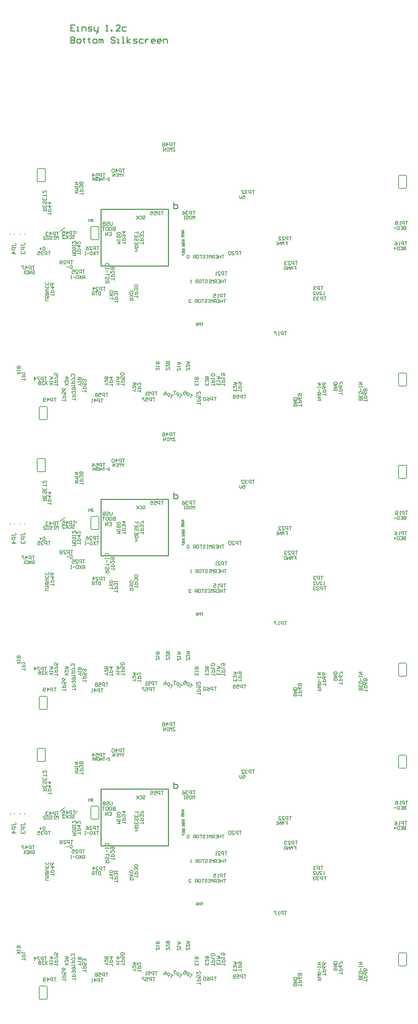
<source format=gbo>
G04*
G04 #@! TF.GenerationSoftware,Altium Limited,Altium Designer,21.0.8 (223)*
G04*
G04 Layer_Color=32896*
%FSLAX24Y24*%
%MOIN*%
G70*
G04*
G04 #@! TF.SameCoordinates,0398FE80-09BB-4AEC-B5AE-9C75AE321684*
G04*
G04*
G04 #@! TF.FilePolarity,Positive*
G04*
G01*
G75*
%ADD10C,0.0070*%
%ADD12C,0.0100*%
%ADD14C,0.0080*%
%ADD77C,0.0060*%
%ADD78C,0.0079*%
%ADD168C,0.0050*%
G54D10*
X649Y-10983D02*
Y-10850D01*
Y-10916D01*
X983D01*
X1049Y-10850D01*
Y-10783D01*
X983Y-10716D01*
X1049Y-11116D02*
X649D01*
Y-11316D01*
X716Y-11383D01*
X849D01*
X916Y-11316D01*
Y-11116D01*
X1049Y-11716D02*
X649D01*
X849Y-11516D01*
Y-11783D01*
X1549Y-10953D02*
Y-10820D01*
Y-10886D01*
X1883D01*
X1949Y-10820D01*
Y-10753D01*
X1883Y-10686D01*
X1949Y-11086D02*
X1549D01*
Y-11286D01*
X1616Y-11353D01*
X1749D01*
X1816Y-11286D01*
Y-11086D01*
X1616Y-11486D02*
X1549Y-11553D01*
Y-11686D01*
X1616Y-11753D01*
X1683D01*
X1749Y-11686D01*
Y-11619D01*
Y-11686D01*
X1816Y-11753D01*
X1883D01*
X1949Y-11686D01*
Y-11553D01*
X1883Y-11486D01*
X649Y17796D02*
Y17930D01*
Y17863D01*
X983D01*
X1049Y17930D01*
Y17996D01*
X983Y18063D01*
X1049Y17663D02*
X649D01*
Y17463D01*
X716Y17397D01*
X849D01*
X916Y17463D01*
Y17663D01*
X1049Y17063D02*
X649D01*
X849Y17263D01*
Y16997D01*
X1549Y17826D02*
Y17960D01*
Y17893D01*
X1883D01*
X1949Y17960D01*
Y18026D01*
X1883Y18093D01*
X1949Y17693D02*
X1549D01*
Y17493D01*
X1616Y17427D01*
X1749D01*
X1816Y17493D01*
Y17693D01*
X1616Y17293D02*
X1549Y17227D01*
Y17093D01*
X1616Y17027D01*
X1683D01*
X1749Y17093D01*
Y17160D01*
Y17093D01*
X1816Y17027D01*
X1883D01*
X1949Y17093D01*
Y17227D01*
X1883Y17293D01*
X649Y46576D02*
Y46709D01*
Y46643D01*
X983D01*
X1049Y46709D01*
Y46776D01*
X983Y46843D01*
X1049Y46443D02*
X649D01*
Y46243D01*
X716Y46176D01*
X849D01*
X916Y46243D01*
Y46443D01*
X1049Y45843D02*
X649D01*
X849Y46043D01*
Y45776D01*
X1549Y46606D02*
Y46739D01*
Y46673D01*
X1883D01*
X1949Y46739D01*
Y46806D01*
X1883Y46873D01*
X1949Y46473D02*
X1549D01*
Y46273D01*
X1616Y46206D01*
X1749D01*
X1816Y46273D01*
Y46473D01*
X1616Y46073D02*
X1549Y46006D01*
Y45873D01*
X1616Y45806D01*
X1683D01*
X1749Y45873D01*
Y45940D01*
Y45873D01*
X1816Y45806D01*
X1883D01*
X1949Y45873D01*
Y46006D01*
X1883Y46073D01*
G54D12*
X6498Y67342D02*
Y66743D01*
X6798D01*
X6898Y66842D01*
Y66942D01*
X6798Y67042D01*
X6498D01*
X6798D01*
X6898Y67142D01*
Y67242D01*
X6798Y67342D01*
X6498D01*
X7198Y66743D02*
X7398D01*
X7498Y66842D01*
Y67042D01*
X7398Y67142D01*
X7198D01*
X7098Y67042D01*
Y66842D01*
X7198Y66743D01*
X7798Y67242D02*
Y67142D01*
X7698D01*
X7898D01*
X7798D01*
Y66842D01*
X7898Y66743D01*
X8298Y67242D02*
Y67142D01*
X8198D01*
X8398D01*
X8298D01*
Y66842D01*
X8398Y66743D01*
X8798D02*
X8998D01*
X9097Y66842D01*
Y67042D01*
X8998Y67142D01*
X8798D01*
X8698Y67042D01*
Y66842D01*
X8798Y66743D01*
X9297D02*
Y67142D01*
X9397D01*
X9497Y67042D01*
Y66743D01*
Y67042D01*
X9597Y67142D01*
X9697Y67042D01*
Y66743D01*
X10897Y67242D02*
X10797Y67342D01*
X10597D01*
X10497Y67242D01*
Y67142D01*
X10597Y67042D01*
X10797D01*
X10897Y66942D01*
Y66842D01*
X10797Y66743D01*
X10597D01*
X10497Y66842D01*
X11097Y66743D02*
X11297D01*
X11197D01*
Y67142D01*
X11097D01*
X11597Y66743D02*
X11797D01*
X11697D01*
Y67342D01*
X11597D01*
X12097Y66743D02*
Y67342D01*
Y66942D02*
X12396Y67142D01*
X12097Y66942D02*
X12396Y66743D01*
X12696D02*
X12996D01*
X13096Y66842D01*
X12996Y66942D01*
X12796D01*
X12696Y67042D01*
X12796Y67142D01*
X13096D01*
X13696D02*
X13396D01*
X13296Y67042D01*
Y66842D01*
X13396Y66743D01*
X13696D01*
X13896Y67142D02*
Y66743D01*
Y66942D01*
X13996Y67042D01*
X14096Y67142D01*
X14196D01*
X14796Y66743D02*
X14596D01*
X14496Y66842D01*
Y67042D01*
X14596Y67142D01*
X14796D01*
X14896Y67042D01*
Y66942D01*
X14496D01*
X15395Y66743D02*
X15196D01*
X15096Y66842D01*
Y67042D01*
X15196Y67142D01*
X15395D01*
X15495Y67042D01*
Y66942D01*
X15096D01*
X15695Y66743D02*
Y67142D01*
X15995D01*
X16095Y67042D01*
Y66743D01*
X6898Y68542D02*
X6498D01*
Y67943D01*
X6898D01*
X6498Y68242D02*
X6698D01*
X7098Y67943D02*
X7298D01*
X7198D01*
Y68342D01*
X7098D01*
X7598Y67943D02*
Y68342D01*
X7898D01*
X7998Y68242D01*
Y67943D01*
X8198D02*
X8498D01*
X8598Y68042D01*
X8498Y68142D01*
X8298D01*
X8198Y68242D01*
X8298Y68342D01*
X8598D01*
X8798D02*
Y68042D01*
X8898Y67943D01*
X9197D01*
Y67843D01*
X9097Y67743D01*
X8998D01*
X9197Y67943D02*
Y68342D01*
X9997Y67943D02*
X10197D01*
X10097D01*
Y68542D01*
X9997Y68442D01*
X10497Y67943D02*
Y68042D01*
X10597D01*
Y67943D01*
X10497D01*
X11397D02*
X10997D01*
X11397Y68342D01*
Y68442D01*
X11297Y68542D01*
X11097D01*
X10997Y68442D01*
X11997Y68342D02*
X11697D01*
X11597Y68242D01*
Y68042D01*
X11697Y67943D01*
X11997D01*
X9501Y-12959D02*
X16194D01*
X9501D02*
Y-7337D01*
X16194D01*
Y-12959D02*
Y-7337D01*
X16717Y-6669D02*
Y-7269D01*
X17017D01*
X17117Y-7169D01*
Y-6969D01*
X17017Y-6869D01*
X16717D01*
X9501Y15821D02*
X16194D01*
X9501D02*
Y21443D01*
X16194D01*
Y15821D02*
Y21443D01*
X16717Y22110D02*
Y21511D01*
X17017D01*
X17117Y21611D01*
Y21810D01*
X17017Y21910D01*
X16717D01*
X9501Y44600D02*
X16194D01*
X9501D02*
Y50222D01*
X16194D01*
Y44600D02*
Y50222D01*
X16717Y50890D02*
Y50290D01*
X17017D01*
X17117Y50390D01*
Y50590D01*
X17017Y50690D01*
X16717D01*
G54D14*
X6949Y-9756D02*
X7119Y-9526D01*
X5429Y-9556D02*
X5899Y-9156D01*
X6949Y19023D02*
X7119Y19253D01*
X5429Y19223D02*
X5899Y19623D01*
X6949Y47803D02*
X7119Y48033D01*
X5429Y48003D02*
X5899Y48403D01*
G54D77*
X8499Y-10245D02*
X8528Y-10316D01*
X8599Y-10345D01*
Y-9045D02*
X8528Y-9074D01*
X8499Y-9145D01*
X9299D02*
X9269Y-9074D01*
X9199Y-9045D01*
Y-10345D02*
X9269Y-10316D01*
X9299Y-10245D01*
X39881Y-23702D02*
X39852Y-23632D01*
X39781Y-23602D01*
Y-24902D02*
X39852Y-24873D01*
X39881Y-24802D01*
X39081D02*
X39110Y-24873D01*
X39181Y-24902D01*
Y-23602D02*
X39110Y-23632D01*
X39081Y-23702D01*
X3169Y-4506D02*
X3199Y-4577D01*
X3269Y-4606D01*
Y-3306D02*
X3199Y-3336D01*
X3169Y-3406D01*
X3969D02*
X3940Y-3336D01*
X3869Y-3306D01*
Y-4606D02*
X3940Y-4577D01*
X3969Y-4506D01*
X3349Y-28116D02*
X3379Y-28187D01*
X3449Y-28216D01*
Y-26916D02*
X3379Y-26946D01*
X3349Y-27016D01*
X4149D02*
X4120Y-26946D01*
X4049Y-26916D01*
Y-28216D02*
X4120Y-28187D01*
X4149Y-28116D01*
X39089Y-5166D02*
X39119Y-5237D01*
X39189Y-5266D01*
Y-3966D02*
X39119Y-3996D01*
X39089Y-4066D01*
X39889D02*
X39860Y-3996D01*
X39789Y-3966D01*
Y-5266D02*
X39860Y-5237D01*
X39889Y-5166D01*
X9299Y-10245D02*
Y-9145D01*
X8599Y-10345D02*
X9199D01*
X8599Y-9045D02*
X9199D01*
X8499Y-10245D02*
Y-9145D01*
X39081Y-24802D02*
Y-23702D01*
X39181Y-23602D02*
X39781D01*
X39181Y-24902D02*
X39781D01*
X39881Y-24802D02*
Y-23702D01*
X3969Y-4506D02*
Y-3406D01*
X3269Y-4606D02*
X3869D01*
X3269Y-3306D02*
X3869D01*
X3169Y-4506D02*
Y-3406D01*
X4149Y-28116D02*
Y-27016D01*
X3449Y-28216D02*
X4049D01*
X3449Y-26916D02*
X4049D01*
X3349Y-28116D02*
Y-27016D01*
X39889Y-5166D02*
Y-4066D01*
X39189Y-5266D02*
X39789D01*
X39189Y-3966D02*
X39789D01*
X39089Y-5166D02*
Y-4066D01*
X1489Y-23696D02*
X1169Y-23483D01*
X1489D02*
X1169Y-23696D01*
Y-23377D02*
Y-23270D01*
Y-23323D01*
X1489D01*
X1436Y-23377D01*
X1489Y-23110D02*
X1169D01*
Y-22950D01*
X1223Y-22897D01*
X1276D01*
X1329Y-22950D01*
Y-23110D01*
Y-22950D01*
X1383Y-22897D01*
X1436D01*
X1489Y-22950D01*
Y-23110D01*
X4719Y-24786D02*
X4399Y-24573D01*
X4719D02*
X4399Y-24786D01*
Y-24467D02*
Y-24360D01*
Y-24413D01*
X4719D01*
X4666Y-24467D01*
X4399Y-24200D02*
X4613D01*
X4719Y-24093D01*
X4613Y-23987D01*
X4399D01*
X4559D01*
Y-24200D01*
X6249Y-24836D02*
X5929Y-24623D01*
X6249D02*
X5929Y-24836D01*
Y-24303D02*
Y-24517D01*
X6143Y-24303D01*
X6196D01*
X6249Y-24357D01*
Y-24463D01*
X6196Y-24517D01*
X5929Y-24197D02*
X6143D01*
X6249Y-24090D01*
X6143Y-23983D01*
X5929D01*
X6089D01*
Y-24197D01*
X39807Y-9039D02*
Y-9359D01*
X39647D01*
X39594Y-9306D01*
Y-9252D01*
X39647Y-9199D01*
X39807D01*
X39647D01*
X39594Y-9146D01*
Y-9092D01*
X39647Y-9039D01*
X39807D01*
X39274D02*
X39487D01*
Y-9359D01*
X39274D01*
X39487Y-9199D02*
X39380D01*
X39167Y-9039D02*
Y-9359D01*
X39007D01*
X38954Y-9306D01*
Y-9092D01*
X39007Y-9039D01*
X39167D01*
X38847Y-9199D02*
X38634D01*
X39797Y-11049D02*
Y-11369D01*
X39637D01*
X39584Y-11316D01*
Y-11262D01*
X39637Y-11209D01*
X39797D01*
X39637D01*
X39584Y-11156D01*
Y-11102D01*
X39637Y-11049D01*
X39797D01*
X39264D02*
X39477D01*
Y-11369D01*
X39264D01*
X39477Y-11209D02*
X39370D01*
X39157Y-11049D02*
Y-11369D01*
X38997D01*
X38944Y-11316D01*
Y-11102D01*
X38997Y-11049D01*
X39157D01*
X38837Y-11209D02*
X38624D01*
X38731Y-11102D02*
Y-11316D01*
X4299Y-16416D02*
X4033D01*
X3979Y-16363D01*
Y-16257D01*
X4033Y-16203D01*
X4299D01*
X4246Y-15883D02*
X4299Y-15937D01*
Y-16043D01*
X4246Y-16097D01*
X4193D01*
X4139Y-16043D01*
Y-15937D01*
X4086Y-15883D01*
X4033D01*
X3979Y-15937D01*
Y-16043D01*
X4033Y-16097D01*
X4299Y-15777D02*
X3979D01*
Y-15617D01*
X4033Y-15563D01*
X4086D01*
X4139Y-15617D01*
Y-15777D01*
Y-15617D01*
X4193Y-15563D01*
X4246D01*
X4299Y-15617D01*
Y-15777D01*
Y-15457D02*
X4086D01*
X3979Y-15350D01*
X4086Y-15244D01*
X4299D01*
X4246Y-14924D02*
X4299Y-14977D01*
Y-15084D01*
X4246Y-15137D01*
X4033D01*
X3979Y-15084D01*
Y-14977D01*
X4033Y-14924D01*
X4246Y-14604D02*
X4299Y-14657D01*
Y-14764D01*
X4246Y-14817D01*
X4033D01*
X3979Y-14764D01*
Y-14657D01*
X4033Y-14604D01*
X2676Y-13490D02*
X2729Y-13437D01*
X2836D01*
X2889Y-13490D01*
Y-13703D01*
X2836Y-13756D01*
X2729D01*
X2676Y-13703D01*
Y-13597D01*
X2783D01*
X2569Y-13756D02*
Y-13437D01*
X2356Y-13756D01*
Y-13437D01*
X2250D02*
Y-13756D01*
X2090D01*
X2036Y-13703D01*
Y-13490D01*
X2090Y-13437D01*
X2250D01*
X1930Y-13756D02*
X1823D01*
X1876D01*
Y-13437D01*
X1930Y-13490D01*
X6619Y-12897D02*
Y-13216D01*
X6459D01*
X6406Y-13163D01*
Y-12950D01*
X6459Y-12897D01*
X6619D01*
X6299Y-13056D02*
X6086D01*
X3919Y-11087D02*
Y-11406D01*
X3759D01*
X3706Y-11353D01*
Y-11140D01*
X3759Y-11087D01*
X3919D01*
X3599Y-11247D02*
X3386D01*
X3493Y-11140D02*
Y-11353D01*
X23596Y-5977D02*
X23809D01*
Y-6137D01*
X23703Y-6083D01*
X23649D01*
X23596Y-6137D01*
Y-6243D01*
X23649Y-6296D01*
X23756D01*
X23809Y-6243D01*
X23489Y-5977D02*
Y-6190D01*
X23383Y-6296D01*
X23276Y-6190D01*
Y-5977D01*
X18819Y-8326D02*
Y-8007D01*
X18713Y-8113D01*
X18606Y-8007D01*
Y-8326D01*
X18340Y-8007D02*
X18446D01*
X18499Y-8060D01*
Y-8273D01*
X18446Y-8326D01*
X18340D01*
X18286Y-8273D01*
Y-8060D01*
X18340Y-8007D01*
X17966Y-8060D02*
X18020Y-8007D01*
X18126D01*
X18180Y-8060D01*
Y-8113D01*
X18126Y-8166D01*
X18020D01*
X17966Y-8220D01*
Y-8273D01*
X18020Y-8326D01*
X18126D01*
X18180Y-8273D01*
X17860Y-8007D02*
X17753D01*
X17806D01*
Y-8326D01*
X17860D01*
X17753D01*
X13658Y-8061D02*
X13711Y-8007D01*
X13817D01*
X13871Y-8061D01*
Y-8114D01*
X13817Y-8167D01*
X13711D01*
X13658Y-8220D01*
Y-8274D01*
X13711Y-8327D01*
X13817D01*
X13871Y-8274D01*
X13338Y-8061D02*
X13391Y-8007D01*
X13498D01*
X13551Y-8061D01*
Y-8274D01*
X13498Y-8327D01*
X13391D01*
X13338Y-8274D01*
X13231Y-8007D02*
Y-8327D01*
Y-8220D01*
X13018Y-8007D01*
X13178Y-8167D01*
X13018Y-8327D01*
X11085Y-10758D02*
X11405D01*
X11299Y-10652D01*
X11405Y-10545D01*
X11085D01*
X11405Y-10438D02*
Y-10332D01*
Y-10385D01*
X11085D01*
Y-10438D01*
Y-10332D01*
X11352Y-9958D02*
X11405Y-10012D01*
Y-10118D01*
X11352Y-10172D01*
X11299D01*
X11245Y-10118D01*
Y-10012D01*
X11192Y-9958D01*
X11139D01*
X11085Y-10012D01*
Y-10118D01*
X11139Y-10172D01*
X11405Y-9692D02*
Y-9798D01*
X11352Y-9852D01*
X11139D01*
X11085Y-9798D01*
Y-9692D01*
X11139Y-9639D01*
X11352D01*
X11405Y-9692D01*
X16849Y-1237D02*
X16636D01*
Y-1290D01*
X16849Y-1503D01*
Y-1556D01*
X16636D01*
X16529D02*
Y-1237D01*
X16423Y-1343D01*
X16316Y-1237D01*
Y-1556D01*
X16210Y-1237D02*
X16103D01*
X16156D01*
Y-1556D01*
X16210D01*
X16103D01*
X15943D02*
Y-1237D01*
X15730Y-1556D01*
Y-1237D01*
X11799Y-3787D02*
Y-3840D01*
X11693Y-3947D01*
X11586Y-3840D01*
Y-3787D01*
X11693Y-3947D02*
Y-4106D01*
X11479D02*
Y-3787D01*
X11373Y-3893D01*
X11266Y-3787D01*
Y-4106D01*
X11160Y-3787D02*
X11053D01*
X11106D01*
Y-4106D01*
X11160D01*
X11053D01*
X10893D02*
Y-3787D01*
X10680Y-4106D01*
Y-3787D01*
X7229Y-5786D02*
X6909Y-5573D01*
X7229D02*
X6909Y-5786D01*
Y-5467D02*
X7229D01*
X7123Y-5360D01*
X7229Y-5253D01*
X6909D01*
X7229Y-5147D02*
Y-5040D01*
Y-5093D01*
X6909D01*
Y-5147D01*
Y-5040D01*
Y-4880D02*
X7229D01*
X6909Y-4667D01*
X7229D01*
X5239Y-10336D02*
Y-10017D01*
X5133Y-10123D01*
X5026Y-10017D01*
Y-10336D01*
X4919Y-10017D02*
X4813D01*
X4866D01*
Y-10336D01*
X4919D01*
X4813D01*
X4440Y-10070D02*
X4493Y-10017D01*
X4600D01*
X4653Y-10070D01*
Y-10123D01*
X4600Y-10177D01*
X4493D01*
X4440Y-10230D01*
Y-10283D01*
X4493Y-10336D01*
X4600D01*
X4653Y-10283D01*
X4173Y-10017D02*
X4280D01*
X4333Y-10070D01*
Y-10283D01*
X4280Y-10336D01*
X4173D01*
X4120Y-10283D01*
Y-10070D01*
X4173Y-10017D01*
X3800Y-10336D02*
X4013D01*
X3800Y-10123D01*
Y-10070D01*
X3853Y-10017D01*
X3960D01*
X4013Y-10070D01*
X6626Y-9980D02*
X6679Y-9927D01*
X6786D01*
X6839Y-9980D01*
Y-10033D01*
X6786Y-10086D01*
X6679D01*
X6626Y-10140D01*
Y-10193D01*
X6679Y-10246D01*
X6786D01*
X6839Y-10193D01*
X6306Y-9980D02*
X6360Y-9927D01*
X6466D01*
X6519Y-9980D01*
Y-10193D01*
X6466Y-10246D01*
X6360D01*
X6306Y-10193D01*
X6200Y-9927D02*
Y-10246D01*
Y-10140D01*
X5986Y-9927D01*
X6146Y-10086D01*
X5986Y-10246D01*
X5666D02*
X5880D01*
X5666Y-10033D01*
Y-9980D01*
X5720Y-9927D01*
X5826D01*
X5880Y-9980D01*
X6669Y-11936D02*
X6989D01*
X6883Y-11830D01*
X6989Y-11723D01*
X6669D01*
X6989Y-11457D02*
Y-11563D01*
X6936Y-11617D01*
X6723D01*
X6669Y-11563D01*
Y-11457D01*
X6723Y-11403D01*
X6936D01*
X6989Y-11457D01*
X6936Y-11083D02*
X6989Y-11137D01*
Y-11243D01*
X6936Y-11297D01*
X6883D01*
X6829Y-11243D01*
Y-11137D01*
X6776Y-11083D01*
X6723D01*
X6669Y-11137D01*
Y-11243D01*
X6723Y-11297D01*
X6989Y-10977D02*
Y-10870D01*
Y-10923D01*
X6669D01*
Y-10977D01*
Y-10870D01*
Y-10497D02*
Y-10710D01*
X6883Y-10497D01*
X6936D01*
X6989Y-10550D01*
Y-10657D01*
X6936Y-10710D01*
X9274Y-11550D02*
X9061D01*
X9168D01*
Y-11870D01*
X8954Y-11550D02*
X8741Y-11870D01*
Y-11550D02*
X8954Y-11870D01*
X8635Y-11604D02*
X8581Y-11550D01*
X8475D01*
X8421Y-11604D01*
Y-11817D01*
X8475Y-11870D01*
X8581D01*
X8635Y-11817D01*
Y-11604D01*
X8315Y-11710D02*
X8101D01*
X7995Y-11550D02*
X7888D01*
X7941D01*
Y-11870D01*
X7995D01*
X7888D01*
X9459Y-15537D02*
Y-15856D01*
X9299D01*
X9246Y-15803D01*
Y-15590D01*
X9299Y-15537D01*
X9459D01*
X9139D02*
X8926D01*
X9033D01*
Y-15856D01*
X8820D02*
Y-15537D01*
X8660D01*
X8606Y-15590D01*
Y-15697D01*
X8660Y-15750D01*
X8820D01*
X8713D02*
X8606Y-15856D01*
X10659Y-16286D02*
Y-16073D01*
Y-16180D01*
X10339D01*
X10659Y-15967D02*
X10339Y-15753D01*
X10659D02*
X10339Y-15967D01*
X10606Y-15647D02*
X10659Y-15593D01*
Y-15487D01*
X10606Y-15433D01*
X10393D01*
X10339Y-15487D01*
Y-15593D01*
X10393Y-15647D01*
X10606D01*
X21909Y-16287D02*
X21696D01*
X21803D01*
Y-16606D01*
X21589Y-16287D02*
Y-16606D01*
Y-16446D01*
X21376D01*
Y-16287D01*
Y-16606D01*
X21056Y-16287D02*
X21270D01*
Y-16606D01*
X21056D01*
X21270Y-16446D02*
X21163D01*
X20950Y-16606D02*
Y-16287D01*
X20790D01*
X20736Y-16340D01*
Y-16446D01*
X20790Y-16500D01*
X20950D01*
X20843D02*
X20736Y-16606D01*
X20630D02*
Y-16287D01*
X20523Y-16393D01*
X20417Y-16287D01*
Y-16606D01*
X20310Y-16287D02*
X20203D01*
X20257D01*
Y-16606D01*
X20310D01*
X20203D01*
X19830Y-16340D02*
X19883Y-16287D01*
X19990D01*
X20043Y-16340D01*
Y-16393D01*
X19990Y-16446D01*
X19883D01*
X19830Y-16500D01*
Y-16553D01*
X19883Y-16606D01*
X19990D01*
X20043Y-16553D01*
X19723Y-16287D02*
X19510D01*
X19617D01*
Y-16606D01*
X19244Y-16287D02*
X19350D01*
X19404Y-16340D01*
Y-16553D01*
X19350Y-16606D01*
X19244D01*
X19190Y-16553D01*
Y-16340D01*
X19244Y-16287D01*
X19084Y-16606D02*
Y-16287D01*
X18924D01*
X18870Y-16340D01*
Y-16446D01*
X18924Y-16500D01*
X19084D01*
X18977D02*
X18870Y-16606D01*
X18231D02*
X18444D01*
X18231Y-16393D01*
Y-16340D01*
X18284Y-16287D01*
X18391D01*
X18444Y-16340D01*
X21959Y-14327D02*
X21746D01*
X21853D01*
Y-14646D01*
X21639Y-14327D02*
Y-14646D01*
Y-14487D01*
X21426D01*
Y-14327D01*
Y-14646D01*
X21106Y-14327D02*
X21320D01*
Y-14646D01*
X21106D01*
X21320Y-14487D02*
X21213D01*
X21000Y-14646D02*
Y-14327D01*
X20840D01*
X20786Y-14380D01*
Y-14487D01*
X20840Y-14540D01*
X21000D01*
X20893D02*
X20786Y-14646D01*
X20680D02*
Y-14327D01*
X20573Y-14433D01*
X20467Y-14327D01*
Y-14646D01*
X20360Y-14327D02*
X20253D01*
X20307D01*
Y-14646D01*
X20360D01*
X20253D01*
X19880Y-14380D02*
X19933Y-14327D01*
X20040D01*
X20093Y-14380D01*
Y-14433D01*
X20040Y-14487D01*
X19933D01*
X19880Y-14540D01*
Y-14593D01*
X19933Y-14646D01*
X20040D01*
X20093Y-14593D01*
X19773Y-14327D02*
X19560D01*
X19667D01*
Y-14646D01*
X19294Y-14327D02*
X19400D01*
X19454Y-14380D01*
Y-14593D01*
X19400Y-14646D01*
X19294D01*
X19240Y-14593D01*
Y-14380D01*
X19294Y-14327D01*
X19134Y-14646D02*
Y-14327D01*
X18974D01*
X18920Y-14380D01*
Y-14487D01*
X18974Y-14540D01*
X19134D01*
X19027D02*
X18920Y-14646D01*
X18494D02*
X18387D01*
X18441D01*
Y-14327D01*
X18494Y-14380D01*
X21729Y-11887D02*
X21516D01*
X21623D01*
Y-12206D01*
X21409Y-11887D02*
Y-12206D01*
Y-12047D01*
X21196D01*
Y-11887D01*
Y-12206D01*
X20876Y-11887D02*
X21090D01*
Y-12206D01*
X20876D01*
X21090Y-12047D02*
X20983D01*
X20770Y-12206D02*
Y-11887D01*
X20610D01*
X20556Y-11940D01*
Y-12047D01*
X20610Y-12100D01*
X20770D01*
X20663D02*
X20556Y-12206D01*
X20450D02*
Y-11887D01*
X20343Y-11993D01*
X20237Y-11887D01*
Y-12206D01*
X20130Y-11887D02*
X20023D01*
X20077D01*
Y-12206D01*
X20130D01*
X20023D01*
X19650Y-11940D02*
X19703Y-11887D01*
X19810D01*
X19863Y-11940D01*
Y-11993D01*
X19810Y-12047D01*
X19703D01*
X19650Y-12100D01*
Y-12153D01*
X19703Y-12206D01*
X19810D01*
X19863Y-12153D01*
X19543Y-11887D02*
X19330D01*
X19437D01*
Y-12206D01*
X19064Y-11887D02*
X19170D01*
X19224Y-11940D01*
Y-12153D01*
X19170Y-12206D01*
X19064D01*
X19010Y-12153D01*
Y-11940D01*
X19064Y-11887D01*
X18904Y-12206D02*
Y-11887D01*
X18744D01*
X18690Y-11940D01*
Y-12047D01*
X18744Y-12100D01*
X18904D01*
X18797D02*
X18690Y-12206D01*
X18264Y-11940D02*
X18211Y-11887D01*
X18104D01*
X18051Y-11940D01*
Y-12153D01*
X18104Y-12206D01*
X18211D01*
X18264Y-12153D01*
Y-11940D01*
X27806Y-10547D02*
X28019D01*
Y-10706D01*
X27913D01*
X28019D01*
Y-10866D01*
X27699D02*
Y-10653D01*
X27593Y-10547D01*
X27486Y-10653D01*
Y-10866D01*
Y-10706D01*
X27699D01*
X27380Y-10866D02*
Y-10547D01*
X27166Y-10866D01*
Y-10547D01*
X27060Y-10866D02*
X26953D01*
X27006D01*
Y-10547D01*
X27060Y-10600D01*
X28664Y-13019D02*
X28877D01*
Y-13179D01*
X28770D01*
X28877D01*
Y-13339D01*
X28557D02*
Y-13126D01*
X28450Y-13019D01*
X28344Y-13126D01*
Y-13339D01*
Y-13179D01*
X28557D01*
X28237Y-13339D02*
Y-13019D01*
X28024Y-13339D01*
Y-13019D01*
X27917Y-13072D02*
X27864Y-13019D01*
X27757D01*
X27704Y-13072D01*
Y-13286D01*
X27757Y-13339D01*
X27864D01*
X27917Y-13286D01*
Y-13072D01*
X31729Y-15836D02*
X31623D01*
X31676D01*
Y-15517D01*
X31729Y-15570D01*
X31250Y-15836D02*
X31463D01*
X31250Y-15623D01*
Y-15570D01*
X31303Y-15517D01*
X31409D01*
X31463Y-15570D01*
X31143Y-15517D02*
Y-15730D01*
X31036Y-15836D01*
X30930Y-15730D01*
Y-15517D01*
X30610Y-15836D02*
X30823D01*
X30610Y-15623D01*
Y-15570D01*
X30663Y-15517D01*
X30770D01*
X30823Y-15570D01*
X35487Y-26279D02*
X35167D01*
Y-26119D01*
X35220Y-26066D01*
X35273D01*
X35327Y-26119D01*
Y-26279D01*
Y-26119D01*
X35380Y-26066D01*
X35433D01*
X35487Y-26119D01*
Y-26279D01*
Y-25746D02*
Y-25959D01*
X35167D01*
Y-25746D01*
X35327Y-25959D02*
Y-25852D01*
X35487Y-25639D02*
X35167D01*
Y-25479D01*
X35220Y-25426D01*
X35433D01*
X35487Y-25479D01*
Y-25639D01*
X35327Y-25319D02*
Y-25106D01*
X35487Y-24999D02*
Y-24893D01*
Y-24946D01*
X35167D01*
Y-24999D01*
Y-24893D01*
Y-24733D02*
X35487D01*
X35167Y-24520D01*
X35487D01*
X32936Y-25123D02*
X32989Y-25177D01*
Y-25283D01*
X32936Y-25336D01*
X32723D01*
X32669Y-25283D01*
Y-25177D01*
X32723Y-25123D01*
X32829D01*
Y-25230D01*
X32669Y-25017D02*
X32989D01*
X32669Y-24803D01*
X32989D01*
Y-24697D02*
X32669D01*
Y-24537D01*
X32723Y-24483D01*
X32936D01*
X32989Y-24537D01*
Y-24697D01*
X31037Y-26339D02*
X31357D01*
Y-26179D01*
X31303Y-26126D01*
X31197D01*
X31143Y-26179D01*
Y-26339D01*
X31357Y-26019D02*
X31037D01*
X31143Y-25912D01*
X31037Y-25806D01*
X31357D01*
X31037Y-25699D02*
X31357D01*
Y-25539D01*
X31303Y-25486D01*
X31197D01*
X31143Y-25539D01*
Y-25699D01*
Y-25593D02*
X31037Y-25486D01*
X31197Y-25379D02*
Y-25166D01*
X31357Y-25059D02*
Y-24953D01*
Y-25006D01*
X31037D01*
Y-25059D01*
Y-24953D01*
Y-24793D02*
X31357D01*
X31037Y-24580D01*
X31357D01*
X28923Y-26676D02*
X28977Y-26729D01*
Y-26836D01*
X28923Y-26889D01*
X28710D01*
X28657Y-26836D01*
Y-26729D01*
X28710Y-26676D01*
X28817D01*
Y-26782D01*
X28657Y-26569D02*
X28977D01*
X28657Y-26356D01*
X28977D01*
Y-26249D02*
X28657D01*
Y-26089D01*
X28710Y-26036D01*
X28923D01*
X28977Y-26089D01*
Y-26249D01*
X19189Y-24583D02*
Y-24796D01*
X18869D01*
Y-24583D01*
X19029Y-24796D02*
Y-24690D01*
X18869Y-24477D02*
Y-24370D01*
Y-24423D01*
X19189D01*
X19136Y-24477D01*
X19189Y-24210D02*
X18869D01*
Y-24050D01*
X18923Y-23997D01*
X18976D01*
X19029Y-24050D01*
Y-24210D01*
Y-24050D01*
X19083Y-23997D01*
X19136D01*
X19189Y-24050D01*
Y-24210D01*
X21339Y-24533D02*
Y-24746D01*
X21019D01*
Y-24533D01*
X21179Y-24746D02*
Y-24640D01*
X21019Y-24427D02*
Y-24320D01*
Y-24373D01*
X21339D01*
X21286Y-24427D01*
X21019Y-24160D02*
X21233D01*
X21339Y-24053D01*
X21233Y-23947D01*
X21019D01*
X21179D01*
Y-24160D01*
X22997Y-25156D02*
Y-25369D01*
X22677D01*
Y-25156D01*
X22837Y-25369D02*
Y-25262D01*
X22677Y-24836D02*
Y-25049D01*
X22890Y-24836D01*
X22943D01*
X22997Y-24889D01*
Y-24996D01*
X22943Y-25049D01*
X22677Y-24729D02*
X22890D01*
X22997Y-24623D01*
X22890Y-24516D01*
X22677D01*
X22837D01*
Y-24729D01*
X20199Y-24573D02*
Y-24786D01*
X19879D01*
Y-24573D01*
X20039Y-24786D02*
Y-24680D01*
X19879Y-24253D02*
Y-24467D01*
X20093Y-24253D01*
X20146D01*
X20199Y-24307D01*
Y-24413D01*
X20146Y-24467D01*
X20199Y-24147D02*
X19879D01*
Y-23987D01*
X19933Y-23933D01*
X19986D01*
X20039Y-23987D01*
Y-24147D01*
Y-23987D01*
X20093Y-23933D01*
X20146D01*
X20199Y-23987D01*
Y-24147D01*
X16307Y-23289D02*
Y-23076D01*
X16253D01*
X16040Y-23289D01*
X15987D01*
Y-23076D01*
Y-22756D02*
Y-22969D01*
X16200Y-22756D01*
X16253D01*
X16307Y-22809D01*
Y-22916D01*
X16253Y-22969D01*
X16307Y-22649D02*
X15987D01*
Y-22489D01*
X16040Y-22436D01*
X16093D01*
X16147Y-22489D01*
Y-22649D01*
Y-22489D01*
X16200Y-22436D01*
X16253D01*
X16307Y-22489D01*
Y-22649D01*
X18317Y-23309D02*
Y-23096D01*
X18263D01*
X18050Y-23309D01*
X17997D01*
Y-23096D01*
Y-22776D02*
Y-22989D01*
X18210Y-22776D01*
X18263D01*
X18317Y-22829D01*
Y-22936D01*
X18263Y-22989D01*
X17997Y-22669D02*
X18210D01*
X18317Y-22563D01*
X18210Y-22456D01*
X17997D01*
X18157D01*
Y-22669D01*
X17409Y-23326D02*
Y-23113D01*
X17356D01*
X17143Y-23326D01*
X17089D01*
Y-23113D01*
Y-23007D02*
Y-22900D01*
Y-22953D01*
X17409D01*
X17356Y-23007D01*
X17089Y-22740D02*
X17303D01*
X17409Y-22633D01*
X17303Y-22527D01*
X17089D01*
X17249D01*
Y-22740D01*
X15297Y-23289D02*
Y-23076D01*
X15243D01*
X15030Y-23289D01*
X14977D01*
Y-23076D01*
Y-22969D02*
Y-22862D01*
Y-22916D01*
X15297D01*
X15243Y-22969D01*
X15297Y-22703D02*
X14977D01*
Y-22543D01*
X15030Y-22489D01*
X15083D01*
X15137Y-22543D01*
Y-22703D01*
Y-22543D01*
X15190Y-22489D01*
X15243D01*
X15297Y-22543D01*
Y-22703D01*
X10199Y-24806D02*
X10146D01*
X10039Y-24700D01*
X10146Y-24593D01*
X10199D01*
X10039Y-24700D02*
X9879D01*
Y-24273D02*
Y-24487D01*
X10093Y-24273D01*
X10146D01*
X10199Y-24327D01*
Y-24433D01*
X10146Y-24487D01*
X10199Y-24167D02*
X9879D01*
Y-24007D01*
X9933Y-23953D01*
X9986D01*
X10039Y-24007D01*
Y-24167D01*
Y-24007D01*
X10093Y-23953D01*
X10146D01*
X10199Y-24007D01*
Y-24167D01*
X12969Y-25416D02*
X12916D01*
X12809Y-25310D01*
X12916Y-25203D01*
X12969D01*
X12809Y-25310D02*
X12649D01*
Y-24883D02*
Y-25097D01*
X12863Y-24883D01*
X12916D01*
X12969Y-24937D01*
Y-25043D01*
X12916Y-25097D01*
X12649Y-24777D02*
X12863D01*
X12969Y-24670D01*
X12863Y-24563D01*
X12649D01*
X12809D01*
Y-24777D01*
X11329Y-24796D02*
X11276D01*
X11169Y-24690D01*
X11276Y-24583D01*
X11329D01*
X11169Y-24690D02*
X11009D01*
Y-24477D02*
Y-24370D01*
Y-24423D01*
X11329D01*
X11276Y-24477D01*
X11009Y-24210D02*
X11223D01*
X11329Y-24103D01*
X11223Y-23997D01*
X11009D01*
X11169D01*
Y-24210D01*
X7539Y-24836D02*
X7486D01*
X7379Y-24730D01*
X7486Y-24623D01*
X7539D01*
X7379Y-24730D02*
X7219D01*
Y-24517D02*
Y-24410D01*
Y-24463D01*
X7539D01*
X7486Y-24517D01*
X7539Y-24250D02*
X7219D01*
Y-24090D01*
X7273Y-24037D01*
X7326D01*
X7379Y-24090D01*
Y-24250D01*
Y-24090D01*
X7433Y-24037D01*
X7486D01*
X7539Y-24090D01*
Y-24250D01*
X4139Y-24437D02*
X3926Y-24756D01*
Y-24437D02*
X4139Y-24756D01*
X3606D02*
X3819D01*
X3606Y-24543D01*
Y-24490D01*
X3660Y-24437D01*
X3766D01*
X3819Y-24490D01*
X3500Y-24437D02*
Y-24756D01*
X3340D01*
X3286Y-24703D01*
Y-24650D01*
X3340Y-24597D01*
X3500D01*
X3340D01*
X3286Y-24543D01*
Y-24490D01*
X3340Y-24437D01*
X3500D01*
X12349Y-16376D02*
X12699D01*
Y-16202D01*
X12641Y-16143D01*
X12524D01*
X12466Y-16202D01*
Y-16376D01*
Y-16260D02*
X12349Y-16143D01*
X12699Y-16027D02*
X12349Y-15793D01*
X12699D02*
X12349Y-16027D01*
X12641Y-15677D02*
X12699Y-15618D01*
Y-15502D01*
X12641Y-15443D01*
X12408D01*
X12349Y-15502D01*
Y-15618D01*
X12408Y-15677D01*
X12641D01*
X9924Y-14656D02*
X10274D01*
Y-14481D01*
X10216Y-14423D01*
X10099D01*
X10041Y-14481D01*
Y-14656D01*
Y-14539D02*
X9924Y-14423D01*
X10216Y-14073D02*
X10274Y-14131D01*
Y-14248D01*
X10216Y-14306D01*
X10157D01*
X10099Y-14248D01*
Y-14131D01*
X10041Y-14073D01*
X9982D01*
X9924Y-14131D01*
Y-14248D01*
X9982Y-14306D01*
X10274Y-13956D02*
Y-13723D01*
Y-13839D01*
X9924D01*
X10099Y-13606D02*
Y-13373D01*
X10274Y-13256D02*
Y-13140D01*
Y-13198D01*
X9924D01*
Y-13256D01*
Y-13140D01*
X10274Y-12790D02*
Y-12906D01*
X10216Y-12965D01*
X9982D01*
X9924Y-12906D01*
Y-12790D01*
X9982Y-12731D01*
X10216D01*
X10274Y-12790D01*
X7877Y-14242D02*
Y-13923D01*
X7717D01*
X7663Y-13976D01*
Y-14082D01*
X7717Y-14136D01*
X7877D01*
X7770D02*
X7663Y-14242D01*
X7557Y-13923D02*
X7344Y-14242D01*
Y-13923D02*
X7557Y-14242D01*
X7237Y-13976D02*
X7184Y-13923D01*
X7077D01*
X7024Y-13976D01*
Y-14189D01*
X7077Y-14242D01*
X7184D01*
X7237Y-14189D01*
Y-13976D01*
X6917Y-14082D02*
X6704D01*
X6597Y-13923D02*
X6490D01*
X6544D01*
Y-14242D01*
X6597D01*
X6490D01*
X10623Y-8597D02*
Y-8889D01*
X10564Y-8947D01*
X10448D01*
X10389Y-8889D01*
Y-8597D01*
X10040Y-8656D02*
X10098Y-8597D01*
X10215D01*
X10273Y-8656D01*
Y-8714D01*
X10215Y-8772D01*
X10098D01*
X10040Y-8831D01*
Y-8889D01*
X10098Y-8947D01*
X10215D01*
X10273Y-8889D01*
X9923Y-8597D02*
Y-8947D01*
X9748D01*
X9690Y-8889D01*
Y-8831D01*
X9748Y-8772D01*
X9923D01*
X9748D01*
X9690Y-8714D01*
Y-8656D01*
X9748Y-8597D01*
X9923D01*
X10918Y-9109D02*
Y-9459D01*
X10743D01*
X10685Y-9401D01*
Y-9342D01*
X10743Y-9284D01*
X10918D01*
X10743D01*
X10685Y-9226D01*
Y-9167D01*
X10743Y-9109D01*
X10918D01*
X10393D02*
X10510D01*
X10568Y-9167D01*
Y-9401D01*
X10510Y-9459D01*
X10393D01*
X10335Y-9401D01*
Y-9167D01*
X10393Y-9109D01*
X10043D02*
X10160D01*
X10218Y-9167D01*
Y-9401D01*
X10160Y-9459D01*
X10043D01*
X9985Y-9401D01*
Y-9167D01*
X10043Y-9109D01*
X9868D02*
X9635D01*
X9752D01*
Y-9459D01*
X10291Y-9621D02*
X10524D01*
Y-9971D01*
X10291D01*
X10524Y-9796D02*
X10408D01*
X10174Y-9971D02*
Y-9621D01*
X9941Y-9971D01*
Y-9621D01*
X3729Y-7486D02*
X4079D01*
Y-7312D01*
X4021Y-7253D01*
X3904D01*
X3846Y-7312D01*
Y-7486D01*
Y-7370D02*
X3729Y-7253D01*
X4079Y-6903D02*
Y-7137D01*
X3729D01*
Y-6903D01*
X3904Y-7137D02*
Y-7020D01*
X4021Y-6553D02*
X4079Y-6612D01*
Y-6728D01*
X4021Y-6787D01*
X3963D01*
X3904Y-6728D01*
Y-6612D01*
X3846Y-6553D01*
X3788D01*
X3729Y-6612D01*
Y-6728D01*
X3788Y-6787D01*
X4079Y-6204D02*
Y-6437D01*
X3729D01*
Y-6204D01*
X3904Y-6437D02*
Y-6320D01*
X4079Y-6087D02*
Y-5854D01*
Y-5970D01*
X3729D01*
Y-5504D02*
Y-5737D01*
X3963Y-5504D01*
X4021D01*
X4079Y-5562D01*
Y-5679D01*
X4021Y-5737D01*
X12849Y-11506D02*
X13083D01*
Y-11332D01*
X13024Y-11273D01*
X12849D01*
Y-11157D02*
X13199D01*
Y-10982D01*
X13141Y-10923D01*
X13024D01*
X12966Y-10982D01*
Y-11157D01*
Y-11040D02*
X12849Y-10923D01*
X13199Y-10573D02*
Y-10807D01*
X12849D01*
Y-10573D01*
X13024Y-10807D02*
Y-10690D01*
X13141Y-10224D02*
X13199Y-10282D01*
Y-10398D01*
X13141Y-10457D01*
X13083D01*
X13024Y-10398D01*
Y-10282D01*
X12966Y-10224D01*
X12908D01*
X12849Y-10282D01*
Y-10398D01*
X12908Y-10457D01*
X13199Y-9874D02*
Y-10107D01*
X12849D01*
Y-9874D01*
X13024Y-10107D02*
Y-9990D01*
X13199Y-9757D02*
Y-9524D01*
Y-9640D01*
X12849D01*
X20979Y-25987D02*
X20746D01*
X20863D01*
Y-26336D01*
X20629D02*
Y-25987D01*
X20455D01*
X20396Y-26045D01*
Y-26162D01*
X20455Y-26220D01*
X20629D01*
X20046Y-25987D02*
X20163Y-26045D01*
X20280Y-26162D01*
Y-26278D01*
X20221Y-26336D01*
X20105D01*
X20046Y-26278D01*
Y-26220D01*
X20105Y-26162D01*
X20280D01*
X19930Y-26045D02*
X19871Y-25987D01*
X19755D01*
X19696Y-26045D01*
Y-26278D01*
X19755Y-26336D01*
X19871D01*
X19930Y-26278D01*
Y-26045D01*
X23929Y-25777D02*
X23696D01*
X23813D01*
Y-26126D01*
X23579D02*
Y-25777D01*
X23405D01*
X23346Y-25835D01*
Y-25952D01*
X23405Y-26010D01*
X23579D01*
X22996Y-25777D02*
X23230D01*
Y-25952D01*
X23113Y-25893D01*
X23055D01*
X22996Y-25952D01*
Y-26068D01*
X23055Y-26126D01*
X23171D01*
X23230Y-26068D01*
X22880D02*
X22821Y-26126D01*
X22705D01*
X22646Y-26068D01*
Y-25835D01*
X22705Y-25777D01*
X22821D01*
X22880Y-25835D01*
Y-25893D01*
X22821Y-25952D01*
X22646D01*
X10189Y-25587D02*
X9956D01*
X10073D01*
Y-25936D01*
X9839D02*
Y-25587D01*
X9665D01*
X9606Y-25645D01*
Y-25762D01*
X9665Y-25820D01*
X9839D01*
X9256Y-25587D02*
X9490D01*
Y-25762D01*
X9373Y-25703D01*
X9315D01*
X9256Y-25762D01*
Y-25878D01*
X9315Y-25936D01*
X9431D01*
X9490Y-25878D01*
X9140Y-25645D02*
X9081Y-25587D01*
X8965D01*
X8906Y-25645D01*
Y-25703D01*
X8965Y-25762D01*
X8906Y-25820D01*
Y-25878D01*
X8965Y-25936D01*
X9081D01*
X9140Y-25878D01*
Y-25820D01*
X9081Y-25762D01*
X9140Y-25703D01*
Y-25645D01*
X9081Y-25762D02*
X8965D01*
X14859Y-26047D02*
X14626D01*
X14743D01*
Y-26396D01*
X14509D02*
Y-26047D01*
X14335D01*
X14276Y-26105D01*
Y-26222D01*
X14335Y-26280D01*
X14509D01*
X13926Y-26047D02*
X14160D01*
Y-26222D01*
X14043Y-26163D01*
X13985D01*
X13926Y-26222D01*
Y-26338D01*
X13985Y-26396D01*
X14101D01*
X14160Y-26338D01*
X13810Y-26047D02*
X13576D01*
Y-26105D01*
X13810Y-26338D01*
Y-26396D01*
X5979D02*
Y-26163D01*
Y-26280D01*
X5629D01*
Y-26047D02*
X5979D01*
Y-25872D01*
X5921Y-25813D01*
X5804D01*
X5746Y-25872D01*
Y-26047D01*
X5979Y-25463D02*
Y-25697D01*
X5804D01*
X5863Y-25580D01*
Y-25522D01*
X5804Y-25463D01*
X5688D01*
X5629Y-25522D01*
Y-25638D01*
X5688Y-25697D01*
X5979Y-25114D02*
X5921Y-25230D01*
X5804Y-25347D01*
X5688D01*
X5629Y-25288D01*
Y-25172D01*
X5688Y-25114D01*
X5746D01*
X5804Y-25172D01*
Y-25347D01*
X5049Y-26077D02*
X4816D01*
X4933D01*
Y-26426D01*
X4699D02*
Y-26077D01*
X4525D01*
X4466Y-26135D01*
Y-26252D01*
X4525Y-26310D01*
X4699D01*
X4175Y-26426D02*
Y-26077D01*
X4350Y-26252D01*
X4116D01*
X4000Y-26368D02*
X3941Y-26426D01*
X3825D01*
X3766Y-26368D01*
Y-26135D01*
X3825Y-26077D01*
X3941D01*
X4000Y-26135D01*
Y-26193D01*
X3941Y-26252D01*
X3766D01*
X9719Y-26157D02*
X9486D01*
X9603D01*
Y-26506D01*
X9369D02*
Y-26157D01*
X9195D01*
X9136Y-26215D01*
Y-26332D01*
X9195Y-26390D01*
X9369D01*
X8845Y-26506D02*
Y-26157D01*
X9020Y-26332D01*
X8786D01*
X8670Y-26506D02*
X8553D01*
X8611D01*
Y-26157D01*
X8670Y-26215D01*
X6969Y-26316D02*
Y-26083D01*
Y-26200D01*
X6619D01*
Y-25967D02*
X6969D01*
Y-25792D01*
X6911Y-25733D01*
X6794D01*
X6736Y-25792D01*
Y-25967D01*
X6911Y-25617D02*
X6969Y-25558D01*
Y-25442D01*
X6911Y-25383D01*
X6853D01*
X6794Y-25442D01*
Y-25500D01*
Y-25442D01*
X6736Y-25383D01*
X6678D01*
X6619Y-25442D01*
Y-25558D01*
X6678Y-25617D01*
Y-25267D02*
X6619Y-25208D01*
Y-25092D01*
X6678Y-25034D01*
X6911D01*
X6969Y-25092D01*
Y-25208D01*
X6911Y-25267D01*
X6853D01*
X6794Y-25208D01*
Y-25034D01*
X15707Y-7544D02*
X15474D01*
X15591D01*
Y-7894D01*
X15358D02*
Y-7544D01*
X15183D01*
X15124Y-7602D01*
Y-7719D01*
X15183Y-7777D01*
X15358D01*
X14774Y-7544D02*
X15008D01*
Y-7719D01*
X14891Y-7661D01*
X14833D01*
X14774Y-7719D01*
Y-7836D01*
X14833Y-7894D01*
X14949D01*
X15008Y-7836D01*
X14424Y-7544D02*
X14658D01*
Y-7719D01*
X14541Y-7661D01*
X14483D01*
X14424Y-7719D01*
Y-7836D01*
X14483Y-7894D01*
X14599D01*
X14658Y-7836D01*
X9909Y-3797D02*
X9676D01*
X9793D01*
Y-4146D01*
X9559D02*
Y-3797D01*
X9385D01*
X9326Y-3855D01*
Y-3972D01*
X9385Y-4030D01*
X9559D01*
X8976Y-3797D02*
X9210D01*
Y-3972D01*
X9093Y-3913D01*
X9035D01*
X8976Y-3972D01*
Y-4088D01*
X9035Y-4146D01*
X9151D01*
X9210Y-4088D01*
X8685Y-4146D02*
Y-3797D01*
X8860Y-3972D01*
X8626D01*
X4479Y-11527D02*
X4246D01*
X4363D01*
Y-11876D01*
X4129D02*
Y-11527D01*
X3955D01*
X3896Y-11585D01*
Y-11702D01*
X3955Y-11760D01*
X4129D01*
X3780Y-11585D02*
X3721Y-11527D01*
X3605D01*
X3546Y-11585D01*
Y-11643D01*
X3605Y-11702D01*
X3663D01*
X3605D01*
X3546Y-11760D01*
Y-11818D01*
X3605Y-11876D01*
X3721D01*
X3780Y-11818D01*
X3196Y-11527D02*
X3430D01*
Y-11702D01*
X3313Y-11643D01*
X3255D01*
X3196Y-11702D01*
Y-11818D01*
X3255Y-11876D01*
X3371D01*
X3430Y-11818D01*
X6719Y-12427D02*
X6486D01*
X6603D01*
Y-12776D01*
X6369D02*
Y-12427D01*
X6195D01*
X6136Y-12485D01*
Y-12602D01*
X6195Y-12660D01*
X6369D01*
X5786Y-12776D02*
X6020D01*
X5786Y-12543D01*
Y-12485D01*
X5845Y-12427D01*
X5961D01*
X6020Y-12485D01*
X5670D02*
X5611Y-12427D01*
X5495D01*
X5436Y-12485D01*
Y-12543D01*
X5495Y-12602D01*
X5436Y-12660D01*
Y-12718D01*
X5495Y-12776D01*
X5611D01*
X5670Y-12718D01*
Y-12660D01*
X5611Y-12602D01*
X5670Y-12543D01*
Y-12485D01*
X5611Y-12602D02*
X5495D01*
X6879Y-24966D02*
Y-24733D01*
Y-24850D01*
X6529D01*
Y-24617D02*
X6879D01*
Y-24442D01*
X6821Y-24383D01*
X6704D01*
X6646Y-24442D01*
Y-24617D01*
X6879Y-24267D02*
Y-24033D01*
X6821D01*
X6588Y-24267D01*
X6529D01*
X6821Y-23917D02*
X6879Y-23858D01*
Y-23742D01*
X6821Y-23684D01*
X6763D01*
X6704Y-23742D01*
Y-23800D01*
Y-23742D01*
X6646Y-23684D01*
X6588D01*
X6529Y-23742D01*
Y-23858D01*
X6588Y-23917D01*
X4099Y-24007D02*
X3866D01*
X3983D01*
Y-24356D01*
X3749D02*
Y-24007D01*
X3575D01*
X3516Y-24065D01*
Y-24182D01*
X3575Y-24240D01*
X3749D01*
X3400Y-24007D02*
X3166D01*
Y-24065D01*
X3400Y-24298D01*
Y-24356D01*
X2875D02*
Y-24007D01*
X3050Y-24182D01*
X2816D01*
X5187Y-24869D02*
Y-24636D01*
Y-24752D01*
X4837D01*
Y-24519D02*
X5187D01*
Y-24344D01*
X5128Y-24286D01*
X5012D01*
X4953Y-24344D01*
Y-24519D01*
X5187Y-24169D02*
Y-23936D01*
X5128D01*
X4895Y-24169D01*
X4837D01*
X5187Y-23586D02*
Y-23819D01*
X5012D01*
X5070Y-23703D01*
Y-23644D01*
X5012Y-23586D01*
X4895D01*
X4837Y-23644D01*
Y-23761D01*
X4895Y-23819D01*
X24759Y-5447D02*
X24526D01*
X24643D01*
Y-5796D01*
X24409D02*
Y-5447D01*
X24235D01*
X24176Y-5505D01*
Y-5622D01*
X24235Y-5680D01*
X24409D01*
X24060Y-5505D02*
X24001Y-5447D01*
X23885D01*
X23826Y-5505D01*
Y-5563D01*
X23885Y-5622D01*
X23943D01*
X23885D01*
X23826Y-5680D01*
Y-5738D01*
X23885Y-5796D01*
X24001D01*
X24060Y-5738D01*
X23476Y-5796D02*
X23710D01*
X23476Y-5563D01*
Y-5505D01*
X23535Y-5447D01*
X23651D01*
X23710Y-5505D01*
X11149Y-16606D02*
Y-16373D01*
Y-16490D01*
X10799D01*
Y-16257D02*
X11149D01*
Y-16082D01*
X11091Y-16023D01*
X10974D01*
X10916Y-16082D01*
Y-16257D01*
X11091Y-15907D02*
X11149Y-15848D01*
Y-15732D01*
X11091Y-15673D01*
X11033D01*
X10974Y-15732D01*
Y-15790D01*
Y-15732D01*
X10916Y-15673D01*
X10858D01*
X10799Y-15732D01*
Y-15848D01*
X10858Y-15907D01*
X10799Y-15557D02*
Y-15440D01*
Y-15498D01*
X11149D01*
X11091Y-15557D01*
X13159Y-16116D02*
Y-15883D01*
Y-16000D01*
X12809D01*
Y-15767D02*
X13159D01*
Y-15592D01*
X13101Y-15533D01*
X12984D01*
X12926Y-15592D01*
Y-15767D01*
X13101Y-15417D02*
X13159Y-15358D01*
Y-15242D01*
X13101Y-15183D01*
X13043D01*
X12984Y-15242D01*
Y-15300D01*
Y-15242D01*
X12926Y-15183D01*
X12868D01*
X12809Y-15242D01*
Y-15358D01*
X12868Y-15417D01*
X13101Y-15067D02*
X13159Y-15008D01*
Y-14892D01*
X13101Y-14834D01*
X12868D01*
X12809Y-14892D01*
Y-15008D01*
X12868Y-15067D01*
X13101D01*
X10805Y-14380D02*
Y-14147D01*
Y-14264D01*
X10455D01*
Y-14030D02*
X10805D01*
Y-13855D01*
X10747Y-13797D01*
X10630D01*
X10572Y-13855D01*
Y-14030D01*
X10455Y-13447D02*
Y-13680D01*
X10689Y-13447D01*
X10747D01*
X10805Y-13506D01*
Y-13622D01*
X10747Y-13680D01*
X10514Y-13331D02*
X10455Y-13272D01*
Y-13156D01*
X10514Y-13097D01*
X10747D01*
X10805Y-13156D01*
Y-13272D01*
X10747Y-13331D01*
X10689D01*
X10630Y-13272D01*
Y-13097D01*
X9294Y-11019D02*
X9061D01*
X9177D01*
Y-11368D01*
X8944D02*
Y-11019D01*
X8769D01*
X8711Y-11077D01*
Y-11193D01*
X8769Y-11252D01*
X8944D01*
X8361Y-11368D02*
X8594D01*
X8361Y-11135D01*
Y-11077D01*
X8419Y-11019D01*
X8536D01*
X8594Y-11077D01*
X8011Y-11019D02*
X8128Y-11077D01*
X8244Y-11193D01*
Y-11310D01*
X8186Y-11368D01*
X8069D01*
X8011Y-11310D01*
Y-11252D01*
X8069Y-11193D01*
X8244D01*
X7887Y-13361D02*
X7653D01*
X7770D01*
Y-13711D01*
X7537D02*
Y-13361D01*
X7362D01*
X7303Y-13419D01*
Y-13536D01*
X7362Y-13594D01*
X7537D01*
X6953Y-13711D02*
X7187D01*
X6953Y-13478D01*
Y-13419D01*
X7012Y-13361D01*
X7128D01*
X7187Y-13419D01*
X6604Y-13361D02*
X6837D01*
Y-13536D01*
X6720Y-13478D01*
X6662D01*
X6604Y-13536D01*
Y-13653D01*
X6662Y-13711D01*
X6779D01*
X6837Y-13653D01*
X9929Y-15067D02*
X9696D01*
X9813D01*
Y-15416D01*
X9579D02*
Y-15067D01*
X9405D01*
X9346Y-15125D01*
Y-15242D01*
X9405Y-15300D01*
X9579D01*
X8996Y-15416D02*
X9230D01*
X8996Y-15183D01*
Y-15125D01*
X9055Y-15067D01*
X9171D01*
X9230Y-15125D01*
X8705Y-15416D02*
Y-15067D01*
X8880Y-15242D01*
X8646D01*
X40009Y-8527D02*
X39776D01*
X39893D01*
Y-8876D01*
X39659D02*
Y-8527D01*
X39485D01*
X39426Y-8585D01*
Y-8702D01*
X39485Y-8760D01*
X39659D01*
X39310Y-8876D02*
X39193D01*
X39251D01*
Y-8527D01*
X39310Y-8585D01*
X39018D02*
X38960Y-8527D01*
X38843D01*
X38785Y-8585D01*
Y-8643D01*
X38843Y-8702D01*
X38785Y-8760D01*
Y-8818D01*
X38843Y-8876D01*
X38960D01*
X39018Y-8818D01*
Y-8760D01*
X38960Y-8702D01*
X39018Y-8643D01*
Y-8585D01*
X38960Y-8702D02*
X38843D01*
X27959Y-19477D02*
X27726D01*
X27843D01*
Y-19826D01*
X27609D02*
Y-19477D01*
X27435D01*
X27376Y-19535D01*
Y-19652D01*
X27435Y-19710D01*
X27609D01*
X27260Y-19826D02*
X27143D01*
X27201D01*
Y-19477D01*
X27260Y-19535D01*
X26968Y-19477D02*
X26735D01*
Y-19535D01*
X26968Y-19768D01*
Y-19826D01*
X39929Y-10547D02*
X39696D01*
X39813D01*
Y-10896D01*
X39579D02*
Y-10547D01*
X39405D01*
X39346Y-10605D01*
Y-10722D01*
X39405Y-10780D01*
X39579D01*
X39230Y-10896D02*
X39113D01*
X39171D01*
Y-10547D01*
X39230Y-10605D01*
X38705Y-10547D02*
X38821Y-10605D01*
X38938Y-10722D01*
Y-10838D01*
X38880Y-10896D01*
X38763D01*
X38705Y-10838D01*
Y-10780D01*
X38763Y-10722D01*
X38938D01*
X31579Y-14987D02*
X31346D01*
X31463D01*
Y-15336D01*
X31229D02*
Y-14987D01*
X31055D01*
X30996Y-15045D01*
Y-15162D01*
X31055Y-15220D01*
X31229D01*
X30880Y-15045D02*
X30821Y-14987D01*
X30705D01*
X30646Y-15045D01*
Y-15103D01*
X30705Y-15162D01*
X30763D01*
X30705D01*
X30646Y-15220D01*
Y-15278D01*
X30705Y-15336D01*
X30821D01*
X30880Y-15278D01*
X22049Y-13537D02*
X21816D01*
X21933D01*
Y-13886D01*
X21699D02*
Y-13537D01*
X21525D01*
X21466Y-13595D01*
Y-13712D01*
X21525Y-13770D01*
X21699D01*
X21116Y-13886D02*
X21350D01*
X21116Y-13653D01*
Y-13595D01*
X21175Y-13537D01*
X21291D01*
X21350Y-13595D01*
X21000Y-13886D02*
X20883D01*
X20941D01*
Y-13537D01*
X21000Y-13595D01*
X23459Y-11517D02*
X23226D01*
X23343D01*
Y-11866D01*
X23109D02*
Y-11517D01*
X22935D01*
X22876Y-11575D01*
Y-11692D01*
X22935Y-11750D01*
X23109D01*
X22526Y-11866D02*
X22760D01*
X22526Y-11633D01*
Y-11575D01*
X22585Y-11517D01*
X22701D01*
X22760Y-11575D01*
X22410D02*
X22351Y-11517D01*
X22235D01*
X22176Y-11575D01*
Y-11808D01*
X22235Y-11866D01*
X22351D01*
X22410Y-11808D01*
Y-11575D01*
X21919Y-15757D02*
X21686D01*
X21803D01*
Y-16106D01*
X21569D02*
Y-15757D01*
X21395D01*
X21336Y-15815D01*
Y-15932D01*
X21395Y-15990D01*
X21569D01*
X21220Y-16106D02*
X21103D01*
X21161D01*
Y-15757D01*
X21220Y-15815D01*
X20695Y-15757D02*
X20928D01*
Y-15932D01*
X20811Y-15873D01*
X20753D01*
X20695Y-15932D01*
Y-16048D01*
X20753Y-16106D01*
X20870D01*
X20928Y-16048D01*
X11927Y-10788D02*
Y-10554D01*
Y-10671D01*
X11577D01*
Y-10438D02*
X11927D01*
Y-10263D01*
X11869Y-10205D01*
X11752D01*
X11694Y-10263D01*
Y-10438D01*
X11869Y-10088D02*
X11927Y-10030D01*
Y-9913D01*
X11869Y-9855D01*
X11811D01*
X11752Y-9913D01*
Y-9971D01*
Y-9913D01*
X11694Y-9855D01*
X11636D01*
X11577Y-9913D01*
Y-10030D01*
X11636Y-10088D01*
X11577Y-9563D02*
X11927D01*
X11752Y-9738D01*
Y-9505D01*
X18869Y-7517D02*
X18636D01*
X18753D01*
Y-7866D01*
X18519D02*
Y-7517D01*
X18345D01*
X18286Y-7575D01*
Y-7692D01*
X18345Y-7750D01*
X18519D01*
X18170Y-7575D02*
X18111Y-7517D01*
X17995D01*
X17936Y-7575D01*
Y-7633D01*
X17995Y-7692D01*
X18053D01*
X17995D01*
X17936Y-7750D01*
Y-7808D01*
X17995Y-7866D01*
X18111D01*
X18170Y-7808D01*
X17586Y-7517D02*
X17703Y-7575D01*
X17820Y-7692D01*
Y-7808D01*
X17761Y-7866D01*
X17645D01*
X17586Y-7808D01*
Y-7750D01*
X17645Y-7692D01*
X17820D01*
X13709Y-10806D02*
Y-10573D01*
Y-10690D01*
X13359D01*
Y-10457D02*
X13709D01*
Y-10282D01*
X13651Y-10223D01*
X13534D01*
X13476Y-10282D01*
Y-10457D01*
X13651Y-10107D02*
X13709Y-10048D01*
Y-9932D01*
X13651Y-9873D01*
X13593D01*
X13534Y-9932D01*
Y-9990D01*
Y-9932D01*
X13476Y-9873D01*
X13418D01*
X13359Y-9932D01*
Y-10048D01*
X13418Y-10107D01*
X13709Y-9757D02*
Y-9524D01*
X13651D01*
X13418Y-9757D01*
X13359D01*
X7709Y-5896D02*
Y-5663D01*
Y-5780D01*
X7359D01*
Y-5547D02*
X7709D01*
Y-5372D01*
X7651Y-5313D01*
X7534D01*
X7476Y-5372D01*
Y-5547D01*
X7651Y-5197D02*
X7709Y-5138D01*
Y-5022D01*
X7651Y-4963D01*
X7593D01*
X7534Y-5022D01*
Y-5080D01*
Y-5022D01*
X7476Y-4963D01*
X7418D01*
X7359Y-5022D01*
Y-5138D01*
X7418Y-5197D01*
X7651Y-4847D02*
X7709Y-4788D01*
Y-4672D01*
X7651Y-4614D01*
X7593D01*
X7534Y-4672D01*
X7476Y-4614D01*
X7418D01*
X7359Y-4672D01*
Y-4788D01*
X7418Y-4847D01*
X7476D01*
X7534Y-4788D01*
X7593Y-4847D01*
X7651D01*
X7534Y-4788D02*
Y-4672D01*
X11859Y-3337D02*
X11626D01*
X11743D01*
Y-3686D01*
X11509D02*
Y-3337D01*
X11335D01*
X11276Y-3395D01*
Y-3512D01*
X11335Y-3570D01*
X11509D01*
X10985Y-3686D02*
Y-3337D01*
X11160Y-3512D01*
X10926D01*
X10810Y-3395D02*
X10751Y-3337D01*
X10635D01*
X10576Y-3395D01*
Y-3628D01*
X10635Y-3686D01*
X10751D01*
X10810Y-3628D01*
Y-3395D01*
X7449Y-11826D02*
Y-11593D01*
Y-11710D01*
X7099D01*
Y-11477D02*
X7449D01*
Y-11302D01*
X7391Y-11243D01*
X7274D01*
X7216Y-11302D01*
Y-11477D01*
X7099Y-10952D02*
X7449D01*
X7274Y-11127D01*
Y-10893D01*
X7099Y-10544D02*
Y-10777D01*
X7333Y-10544D01*
X7391D01*
X7449Y-10602D01*
Y-10718D01*
X7391Y-10777D01*
X5299Y-9597D02*
X5066D01*
X5183D01*
Y-9946D01*
X4949D02*
Y-9597D01*
X4775D01*
X4716Y-9655D01*
Y-9772D01*
X4775Y-9830D01*
X4949D01*
X4425Y-9946D02*
Y-9597D01*
X4600Y-9772D01*
X4366D01*
X4250Y-9655D02*
X4191Y-9597D01*
X4075D01*
X4016Y-9655D01*
Y-9713D01*
X4075Y-9772D01*
X4133D01*
X4075D01*
X4016Y-9830D01*
Y-9888D01*
X4075Y-9946D01*
X4191D01*
X4250Y-9888D01*
X4529Y-7896D02*
Y-7663D01*
Y-7780D01*
X4179D01*
Y-7547D02*
X4529D01*
Y-7372D01*
X4471Y-7313D01*
X4354D01*
X4296Y-7372D01*
Y-7547D01*
X4179Y-7022D02*
X4529D01*
X4354Y-7197D01*
Y-6963D01*
X4179Y-6672D02*
X4529D01*
X4354Y-6847D01*
Y-6614D01*
X6949Y-9517D02*
X6716D01*
X6833D01*
Y-9866D01*
X6599D02*
Y-9517D01*
X6425D01*
X6366Y-9575D01*
Y-9692D01*
X6425Y-9750D01*
X6599D01*
X6075Y-9866D02*
Y-9517D01*
X6250Y-9692D01*
X6016D01*
X5666Y-9517D02*
X5900D01*
Y-9692D01*
X5783Y-9633D01*
X5725D01*
X5666Y-9692D01*
Y-9808D01*
X5725Y-9866D01*
X5841D01*
X5900Y-9808D01*
X4819Y-15936D02*
Y-15703D01*
Y-15820D01*
X4469D01*
Y-15587D02*
X4819D01*
Y-15412D01*
X4761Y-15353D01*
X4644D01*
X4586Y-15412D01*
Y-15587D01*
X4469Y-15062D02*
X4819D01*
X4644Y-15237D01*
Y-15003D01*
X4819Y-14654D02*
X4761Y-14770D01*
X4644Y-14887D01*
X4528D01*
X4469Y-14828D01*
Y-14712D01*
X4528Y-14654D01*
X4586D01*
X4644Y-14712D01*
Y-14887D01*
X2889Y-12967D02*
X2656D01*
X2773D01*
Y-13316D01*
X2539D02*
Y-12967D01*
X2365D01*
X2306Y-13025D01*
Y-13142D01*
X2365Y-13200D01*
X2539D01*
X2015Y-13316D02*
Y-12967D01*
X2190Y-13142D01*
X1956D01*
X1840Y-12967D02*
X1606D01*
Y-13025D01*
X1840Y-13258D01*
Y-13316D01*
X16889Y-737D02*
X16656D01*
X16773D01*
Y-1086D01*
X16539D02*
Y-737D01*
X16365D01*
X16306Y-795D01*
Y-912D01*
X16365Y-970D01*
X16539D01*
X16015Y-1086D02*
Y-737D01*
X16190Y-912D01*
X15956D01*
X15840Y-795D02*
X15781Y-737D01*
X15665D01*
X15606Y-795D01*
Y-853D01*
X15665Y-912D01*
X15606Y-970D01*
Y-1028D01*
X15665Y-1086D01*
X15781D01*
X15840Y-1028D01*
Y-970D01*
X15781Y-912D01*
X15840Y-853D01*
Y-795D01*
X15781Y-912D02*
X15665D01*
X31859Y-25836D02*
Y-25603D01*
Y-25720D01*
X31509D01*
Y-25487D02*
X31859D01*
Y-25312D01*
X31801Y-25253D01*
X31684D01*
X31626Y-25312D01*
Y-25487D01*
X31859Y-24903D02*
X31801Y-25020D01*
X31684Y-25137D01*
X31568D01*
X31509Y-25078D01*
Y-24962D01*
X31568Y-24903D01*
X31626D01*
X31684Y-24962D01*
Y-25137D01*
X31859Y-24554D02*
X31801Y-24670D01*
X31684Y-24787D01*
X31568D01*
X31509Y-24728D01*
Y-24612D01*
X31568Y-24554D01*
X31626D01*
X31684Y-24612D01*
Y-24787D01*
X33489Y-25746D02*
Y-25513D01*
Y-25630D01*
X33139D01*
Y-25397D02*
X33489D01*
Y-25222D01*
X33431Y-25163D01*
X33314D01*
X33256Y-25222D01*
Y-25397D01*
X33489Y-24813D02*
X33431Y-24930D01*
X33314Y-25047D01*
X33198D01*
X33139Y-24988D01*
Y-24872D01*
X33198Y-24813D01*
X33256D01*
X33314Y-24872D01*
Y-25047D01*
X33489Y-24697D02*
Y-24464D01*
X33431D01*
X33198Y-24697D01*
X33139D01*
X35949Y-26436D02*
Y-26203D01*
Y-26320D01*
X35599D01*
Y-26087D02*
X35949D01*
Y-25912D01*
X35891Y-25853D01*
X35774D01*
X35716Y-25912D01*
Y-26087D01*
X35949Y-25503D02*
X35891Y-25620D01*
X35774Y-25737D01*
X35658D01*
X35599Y-25678D01*
Y-25562D01*
X35658Y-25503D01*
X35716D01*
X35774Y-25562D01*
Y-25737D01*
X35891Y-25387D02*
X35949Y-25328D01*
Y-25212D01*
X35891Y-25154D01*
X35833D01*
X35774Y-25212D01*
X35716Y-25154D01*
X35658D01*
X35599Y-25212D01*
Y-25328D01*
X35658Y-25387D01*
X35716D01*
X35774Y-25328D01*
X35833Y-25387D01*
X35891D01*
X35774Y-25328D02*
Y-25212D01*
X29439Y-26916D02*
Y-26683D01*
Y-26800D01*
X29089D01*
Y-26567D02*
X29439D01*
Y-26392D01*
X29381Y-26333D01*
X29264D01*
X29206Y-26392D01*
Y-26567D01*
X29439Y-25983D02*
X29381Y-26100D01*
X29264Y-26217D01*
X29148D01*
X29089Y-26158D01*
Y-26042D01*
X29148Y-25983D01*
X29206D01*
X29264Y-26042D01*
Y-26217D01*
X29148Y-25867D02*
X29089Y-25808D01*
Y-25692D01*
X29148Y-25634D01*
X29381D01*
X29439Y-25692D01*
Y-25808D01*
X29381Y-25867D01*
X29323D01*
X29264Y-25808D01*
Y-25634D01*
X1959Y-24346D02*
Y-24113D01*
Y-24230D01*
X1609D01*
Y-23997D02*
X1959D01*
Y-23822D01*
X1901Y-23763D01*
X1784D01*
X1726Y-23822D01*
Y-23997D01*
X1609Y-23647D02*
Y-23530D01*
Y-23588D01*
X1959D01*
X1901Y-23647D01*
X13439Y-25496D02*
Y-25263D01*
Y-25380D01*
X13089D01*
Y-25147D02*
X13439D01*
Y-24972D01*
X13381Y-24913D01*
X13264D01*
X13206Y-24972D01*
Y-25147D01*
X13089Y-24563D02*
Y-24797D01*
X13323Y-24563D01*
X13381D01*
X13439Y-24622D01*
Y-24738D01*
X13381Y-24797D01*
X10659Y-24886D02*
Y-24653D01*
Y-24770D01*
X10309D01*
Y-24537D02*
X10659D01*
Y-24362D01*
X10601Y-24303D01*
X10484D01*
X10426Y-24362D01*
Y-24537D01*
X10309Y-24012D02*
X10659D01*
X10484Y-24187D01*
Y-23953D01*
X11809Y-24846D02*
Y-24613D01*
Y-24730D01*
X11459D01*
Y-24497D02*
X11809D01*
Y-24322D01*
X11751Y-24263D01*
X11634D01*
X11576Y-24322D01*
Y-24497D01*
X11809Y-23913D02*
Y-24147D01*
X11634D01*
X11693Y-24030D01*
Y-23972D01*
X11634Y-23913D01*
X11518D01*
X11459Y-23972D01*
Y-24088D01*
X11518Y-24147D01*
X11751Y-23797D02*
X11809Y-23738D01*
Y-23622D01*
X11751Y-23564D01*
X11518D01*
X11459Y-23622D01*
Y-23738D01*
X11518Y-23797D01*
X11751D01*
X8019Y-25496D02*
Y-25263D01*
Y-25380D01*
X7669D01*
Y-25147D02*
X8019D01*
Y-24972D01*
X7961Y-24913D01*
X7844D01*
X7786Y-24972D01*
Y-25147D01*
X8019Y-24563D02*
Y-24797D01*
X7844D01*
X7903Y-24680D01*
Y-24622D01*
X7844Y-24563D01*
X7728D01*
X7669Y-24622D01*
Y-24738D01*
X7728Y-24797D01*
X7961Y-24447D02*
X8019Y-24388D01*
Y-24272D01*
X7961Y-24214D01*
X7903D01*
X7844Y-24272D01*
Y-24330D01*
Y-24272D01*
X7786Y-24214D01*
X7728D01*
X7669Y-24272D01*
Y-24388D01*
X7728Y-24447D01*
X18624Y-25813D02*
X18422Y-25697D01*
X18523Y-25755D01*
X18348Y-26058D01*
X18146Y-25942D02*
X18321Y-25638D01*
X18170Y-25551D01*
X18090Y-25572D01*
X18032Y-25673D01*
X18053Y-25753D01*
X18205Y-25841D01*
X17816Y-25347D02*
X18018Y-25464D01*
X17931Y-25615D01*
X17859Y-25506D01*
X17808Y-25477D01*
X17729Y-25498D01*
X17671Y-25599D01*
X17692Y-25679D01*
X17793Y-25737D01*
X17873Y-25716D01*
X16684Y-25853D02*
X16482Y-25737D01*
X16583Y-25795D01*
X16408Y-26098D01*
X16206Y-25982D02*
X16381Y-25679D01*
X16230Y-25591D01*
X16150Y-25612D01*
X16092Y-25713D01*
X16113Y-25793D01*
X16265Y-25881D01*
X15876Y-25387D02*
X15948Y-25496D01*
X15991Y-25655D01*
X15933Y-25756D01*
X15853Y-25777D01*
X15752Y-25719D01*
X15731Y-25639D01*
X15760Y-25589D01*
X15839Y-25568D01*
X15991Y-25655D01*
X17604Y-25813D02*
X17402Y-25697D01*
X17503Y-25755D01*
X17328Y-26058D01*
X17126Y-25942D02*
X17301Y-25638D01*
X17150Y-25551D01*
X17070Y-25572D01*
X17012Y-25673D01*
X17033Y-25753D01*
X17185Y-25841D01*
X16998Y-25464D02*
X16796Y-25347D01*
X16767Y-25397D01*
X16853Y-25716D01*
X16823Y-25767D01*
X15089Y-25457D02*
X14856D01*
X14973D01*
Y-25806D01*
X14739D02*
Y-25457D01*
X14565D01*
X14506Y-25515D01*
Y-25632D01*
X14565Y-25690D01*
X14739D01*
X14156Y-25457D02*
X14390D01*
Y-25632D01*
X14273Y-25573D01*
X14215D01*
X14156Y-25632D01*
Y-25748D01*
X14215Y-25806D01*
X14331D01*
X14390Y-25748D01*
X14040Y-25806D02*
X13923D01*
X13981D01*
Y-25457D01*
X14040Y-25515D01*
X23459Y-25426D02*
Y-25193D01*
Y-25310D01*
X23109D01*
Y-25077D02*
X23459D01*
Y-24902D01*
X23401Y-24843D01*
X23284D01*
X23226Y-24902D01*
Y-25077D01*
X23168Y-24727D02*
X23109Y-24668D01*
Y-24552D01*
X23168Y-24493D01*
X23401D01*
X23459Y-24552D01*
Y-24668D01*
X23401Y-24727D01*
X23343D01*
X23284Y-24668D01*
Y-24493D01*
X20809Y-24876D02*
Y-24643D01*
Y-24760D01*
X20459D01*
Y-24527D02*
X20809D01*
Y-24352D01*
X20751Y-24293D01*
X20634D01*
X20576Y-24352D01*
Y-24527D01*
X20459Y-24177D02*
Y-24060D01*
Y-24118D01*
X20809D01*
X20751Y-24177D01*
Y-23885D02*
X20809Y-23827D01*
Y-23710D01*
X20751Y-23652D01*
X20518D01*
X20459Y-23710D01*
Y-23827D01*
X20518Y-23885D01*
X20751D01*
X21819Y-24856D02*
Y-24623D01*
Y-24740D01*
X21469D01*
Y-24507D02*
X21819D01*
Y-24332D01*
X21761Y-24273D01*
X21644D01*
X21586Y-24332D01*
Y-24507D01*
X21469Y-24157D02*
Y-24040D01*
Y-24098D01*
X21819D01*
X21761Y-24157D01*
X21528Y-23865D02*
X21469Y-23807D01*
Y-23690D01*
X21528Y-23632D01*
X21761D01*
X21819Y-23690D01*
Y-23807D01*
X21761Y-23865D01*
X21703D01*
X21644Y-23807D01*
Y-23632D01*
X19379Y-26756D02*
Y-26523D01*
Y-26640D01*
X19029D01*
Y-26407D02*
X19379D01*
Y-26232D01*
X19321Y-26173D01*
X19204D01*
X19146Y-26232D01*
Y-26407D01*
X19379Y-25823D02*
Y-26057D01*
X19204D01*
X19263Y-25940D01*
Y-25882D01*
X19204Y-25823D01*
X19088D01*
X19029Y-25882D01*
Y-25998D01*
X19088Y-26057D01*
X19029Y-25474D02*
Y-25707D01*
X19263Y-25474D01*
X19321D01*
X19379Y-25532D01*
Y-25648D01*
X19321Y-25707D01*
X28439Y-10057D02*
X28206D01*
X28323D01*
Y-10406D01*
X28089D02*
Y-10057D01*
X27915D01*
X27856Y-10115D01*
Y-10232D01*
X27915Y-10290D01*
X28089D01*
X27506Y-10406D02*
X27740D01*
X27506Y-10173D01*
Y-10115D01*
X27565Y-10057D01*
X27681D01*
X27740Y-10115D01*
X27156Y-10406D02*
X27390D01*
X27156Y-10173D01*
Y-10115D01*
X27215Y-10057D01*
X27331D01*
X27390Y-10115D01*
X29049Y-12497D02*
X28816D01*
X28933D01*
Y-12846D01*
X28699D02*
Y-12497D01*
X28525D01*
X28466Y-12555D01*
Y-12672D01*
X28525Y-12730D01*
X28699D01*
X28116Y-12846D02*
X28350D01*
X28116Y-12613D01*
Y-12555D01*
X28175Y-12497D01*
X28291D01*
X28350Y-12555D01*
X28000D02*
X27941Y-12497D01*
X27825D01*
X27766Y-12555D01*
Y-12613D01*
X27825Y-12672D01*
X27883D01*
X27825D01*
X27766Y-12730D01*
Y-12788D01*
X27825Y-12846D01*
X27941D01*
X28000Y-12788D01*
X31899Y-16027D02*
X31666D01*
X31783D01*
Y-16376D01*
X31549D02*
Y-16027D01*
X31375D01*
X31316Y-16085D01*
Y-16202D01*
X31375Y-16260D01*
X31549D01*
X31200Y-16085D02*
X31141Y-16027D01*
X31025D01*
X30966Y-16085D01*
Y-16143D01*
X31025Y-16202D01*
X31083D01*
X31025D01*
X30966Y-16260D01*
Y-16318D01*
X31025Y-16376D01*
X31141D01*
X31200Y-16318D01*
X30850Y-16085D02*
X30791Y-16027D01*
X30675D01*
X30616Y-16085D01*
Y-16143D01*
X30675Y-16202D01*
X30733D01*
X30675D01*
X30616Y-16260D01*
Y-16318D01*
X30675Y-16376D01*
X30791D01*
X30850Y-16318D01*
X8499Y18535D02*
X8528Y18464D01*
X8599Y18435D01*
Y19735D02*
X8528Y19705D01*
X8499Y19635D01*
X9299D02*
X9269Y19705D01*
X9199Y19735D01*
Y18435D02*
X9269Y18464D01*
X9299Y18535D01*
X39881Y5077D02*
X39852Y5148D01*
X39781Y5177D01*
Y3877D02*
X39852Y3907D01*
X39881Y3977D01*
X39081D02*
X39110Y3907D01*
X39181Y3877D01*
Y5177D02*
X39110Y5148D01*
X39081Y5077D01*
X3169Y24273D02*
X3199Y24202D01*
X3269Y24173D01*
Y25473D02*
X3199Y25444D01*
X3169Y25373D01*
X3969D02*
X3940Y25444D01*
X3869Y25473D01*
Y24173D02*
X3940Y24202D01*
X3969Y24273D01*
X3349Y663D02*
X3379Y592D01*
X3449Y563D01*
Y1863D02*
X3379Y1834D01*
X3349Y1763D01*
X4149D02*
X4120Y1834D01*
X4049Y1863D01*
Y563D02*
X4120Y592D01*
X4149Y663D01*
X39089Y23613D02*
X39119Y23542D01*
X39189Y23513D01*
Y24813D02*
X39119Y24784D01*
X39089Y24713D01*
X39889D02*
X39860Y24784D01*
X39789Y24813D01*
Y23513D02*
X39860Y23542D01*
X39889Y23613D01*
X9299Y18535D02*
Y19635D01*
X8599Y18435D02*
X9199D01*
X8599Y19735D02*
X9199D01*
X8499Y18535D02*
Y19635D01*
X39081Y3977D02*
Y5077D01*
X39181Y5177D02*
X39781D01*
X39181Y3877D02*
X39781D01*
X39881Y3977D02*
Y5077D01*
X3969Y24273D02*
Y25373D01*
X3269Y24173D02*
X3869D01*
X3269Y25473D02*
X3869D01*
X3169Y24273D02*
Y25373D01*
X4149Y663D02*
Y1763D01*
X3449Y563D02*
X4049D01*
X3449Y1863D02*
X4049D01*
X3349Y663D02*
Y1763D01*
X39889Y23613D02*
Y24713D01*
X39189Y23513D02*
X39789D01*
X39189Y24813D02*
X39789D01*
X39089Y23613D02*
Y24713D01*
X1489Y5083D02*
X1169Y5296D01*
X1489D02*
X1169Y5083D01*
Y5403D02*
Y5510D01*
Y5456D01*
X1489D01*
X1436Y5403D01*
X1489Y5670D02*
X1169D01*
Y5829D01*
X1223Y5883D01*
X1276D01*
X1329Y5829D01*
Y5670D01*
Y5829D01*
X1383Y5883D01*
X1436D01*
X1489Y5829D01*
Y5670D01*
X4719Y3993D02*
X4399Y4206D01*
X4719D02*
X4399Y3993D01*
Y4313D02*
Y4420D01*
Y4366D01*
X4719D01*
X4666Y4313D01*
X4399Y4580D02*
X4613D01*
X4719Y4686D01*
X4613Y4793D01*
X4399D01*
X4559D01*
Y4580D01*
X6249Y3943D02*
X5929Y4156D01*
X6249D02*
X5929Y3943D01*
Y4476D02*
Y4263D01*
X6143Y4476D01*
X6196D01*
X6249Y4423D01*
Y4316D01*
X6196Y4263D01*
X5929Y4583D02*
X6143D01*
X6249Y4690D01*
X6143Y4796D01*
X5929D01*
X6089D01*
Y4583D01*
X39807Y19740D02*
Y19421D01*
X39647D01*
X39594Y19474D01*
Y19527D01*
X39647Y19581D01*
X39807D01*
X39647D01*
X39594Y19634D01*
Y19687D01*
X39647Y19740D01*
X39807D01*
X39274D02*
X39487D01*
Y19421D01*
X39274D01*
X39487Y19581D02*
X39380D01*
X39167Y19740D02*
Y19421D01*
X39007D01*
X38954Y19474D01*
Y19687D01*
X39007Y19740D01*
X39167D01*
X38847Y19581D02*
X38634D01*
X39797Y17730D02*
Y17411D01*
X39637D01*
X39584Y17464D01*
Y17517D01*
X39637Y17571D01*
X39797D01*
X39637D01*
X39584Y17624D01*
Y17677D01*
X39637Y17730D01*
X39797D01*
X39264D02*
X39477D01*
Y17411D01*
X39264D01*
X39477Y17571D02*
X39370D01*
X39157Y17730D02*
Y17411D01*
X38997D01*
X38944Y17464D01*
Y17677D01*
X38997Y17730D01*
X39157D01*
X38837Y17571D02*
X38624D01*
X38731Y17677D02*
Y17464D01*
X4299Y12363D02*
X4033D01*
X3979Y12416D01*
Y12523D01*
X4033Y12576D01*
X4299D01*
X4246Y12896D02*
X4299Y12843D01*
Y12736D01*
X4246Y12683D01*
X4193D01*
X4139Y12736D01*
Y12843D01*
X4086Y12896D01*
X4033D01*
X3979Y12843D01*
Y12736D01*
X4033Y12683D01*
X4299Y13003D02*
X3979D01*
Y13163D01*
X4033Y13216D01*
X4086D01*
X4139Y13163D01*
Y13003D01*
Y13163D01*
X4193Y13216D01*
X4246D01*
X4299Y13163D01*
Y13003D01*
Y13323D02*
X4086D01*
X3979Y13429D01*
X4086Y13536D01*
X4299D01*
X4246Y13856D02*
X4299Y13803D01*
Y13696D01*
X4246Y13643D01*
X4033D01*
X3979Y13696D01*
Y13803D01*
X4033Y13856D01*
X4246Y14176D02*
X4299Y14123D01*
Y14016D01*
X4246Y13963D01*
X4033D01*
X3979Y14016D01*
Y14123D01*
X4033Y14176D01*
X2676Y15290D02*
X2729Y15343D01*
X2836D01*
X2889Y15290D01*
Y15076D01*
X2836Y15023D01*
X2729D01*
X2676Y15076D01*
Y15183D01*
X2783D01*
X2569Y15023D02*
Y15343D01*
X2356Y15023D01*
Y15343D01*
X2250D02*
Y15023D01*
X2090D01*
X2036Y15076D01*
Y15290D01*
X2090Y15343D01*
X2250D01*
X1930Y15023D02*
X1823D01*
X1876D01*
Y15343D01*
X1930Y15290D01*
X6619Y15883D02*
Y15563D01*
X6459D01*
X6406Y15616D01*
Y15830D01*
X6459Y15883D01*
X6619D01*
X6299Y15723D02*
X6086D01*
X3919Y17693D02*
Y17373D01*
X3759D01*
X3706Y17426D01*
Y17640D01*
X3759Y17693D01*
X3919D01*
X3599Y17533D02*
X3386D01*
X3493Y17640D02*
Y17426D01*
X23596Y22803D02*
X23809D01*
Y22643D01*
X23703Y22696D01*
X23649D01*
X23596Y22643D01*
Y22536D01*
X23649Y22483D01*
X23756D01*
X23809Y22536D01*
X23489Y22803D02*
Y22590D01*
X23383Y22483D01*
X23276Y22590D01*
Y22803D01*
X18819Y20453D02*
Y20773D01*
X18713Y20666D01*
X18606Y20773D01*
Y20453D01*
X18340Y20773D02*
X18446D01*
X18499Y20720D01*
Y20506D01*
X18446Y20453D01*
X18340D01*
X18286Y20506D01*
Y20720D01*
X18340Y20773D01*
X17966Y20720D02*
X18020Y20773D01*
X18126D01*
X18180Y20720D01*
Y20666D01*
X18126Y20613D01*
X18020D01*
X17966Y20560D01*
Y20506D01*
X18020Y20453D01*
X18126D01*
X18180Y20506D01*
X17860Y20773D02*
X17753D01*
X17806D01*
Y20453D01*
X17860D01*
X17753D01*
X13658Y20719D02*
X13711Y20772D01*
X13817D01*
X13871Y20719D01*
Y20666D01*
X13817Y20612D01*
X13711D01*
X13658Y20559D01*
Y20506D01*
X13711Y20452D01*
X13817D01*
X13871Y20506D01*
X13338Y20719D02*
X13391Y20772D01*
X13498D01*
X13551Y20719D01*
Y20506D01*
X13498Y20452D01*
X13391D01*
X13338Y20506D01*
X13231Y20772D02*
Y20452D01*
Y20559D01*
X13018Y20772D01*
X13178Y20612D01*
X13018Y20452D01*
X11085Y18021D02*
X11405D01*
X11299Y18128D01*
X11405Y18235D01*
X11085D01*
X11405Y18341D02*
Y18448D01*
Y18395D01*
X11085D01*
Y18341D01*
Y18448D01*
X11352Y18821D02*
X11405Y18768D01*
Y18661D01*
X11352Y18608D01*
X11299D01*
X11245Y18661D01*
Y18768D01*
X11192Y18821D01*
X11139D01*
X11085Y18768D01*
Y18661D01*
X11139Y18608D01*
X11405Y19088D02*
Y18981D01*
X11352Y18928D01*
X11139D01*
X11085Y18981D01*
Y19088D01*
X11139Y19141D01*
X11352D01*
X11405Y19088D01*
X16849Y27543D02*
X16636D01*
Y27490D01*
X16849Y27276D01*
Y27223D01*
X16636D01*
X16529D02*
Y27543D01*
X16423Y27436D01*
X16316Y27543D01*
Y27223D01*
X16210Y27543D02*
X16103D01*
X16156D01*
Y27223D01*
X16210D01*
X16103D01*
X15943D02*
Y27543D01*
X15730Y27223D01*
Y27543D01*
X11799Y24993D02*
Y24940D01*
X11693Y24833D01*
X11586Y24940D01*
Y24993D01*
X11693Y24833D02*
Y24673D01*
X11479D02*
Y24993D01*
X11373Y24886D01*
X11266Y24993D01*
Y24673D01*
X11160Y24993D02*
X11053D01*
X11106D01*
Y24673D01*
X11160D01*
X11053D01*
X10893D02*
Y24993D01*
X10680Y24673D01*
Y24993D01*
X7229Y22993D02*
X6909Y23206D01*
X7229D02*
X6909Y22993D01*
Y23313D02*
X7229D01*
X7123Y23420D01*
X7229Y23526D01*
X6909D01*
X7229Y23633D02*
Y23740D01*
Y23686D01*
X6909D01*
Y23633D01*
Y23740D01*
Y23899D02*
X7229D01*
X6909Y24113D01*
X7229D01*
X5239Y18443D02*
Y18763D01*
X5133Y18656D01*
X5026Y18763D01*
Y18443D01*
X4919Y18763D02*
X4813D01*
X4866D01*
Y18443D01*
X4919D01*
X4813D01*
X4440Y18710D02*
X4493Y18763D01*
X4600D01*
X4653Y18710D01*
Y18656D01*
X4600Y18603D01*
X4493D01*
X4440Y18550D01*
Y18496D01*
X4493Y18443D01*
X4600D01*
X4653Y18496D01*
X4173Y18763D02*
X4280D01*
X4333Y18710D01*
Y18496D01*
X4280Y18443D01*
X4173D01*
X4120Y18496D01*
Y18710D01*
X4173Y18763D01*
X3800Y18443D02*
X4013D01*
X3800Y18656D01*
Y18710D01*
X3853Y18763D01*
X3960D01*
X4013Y18710D01*
X6626Y18800D02*
X6679Y18853D01*
X6786D01*
X6839Y18800D01*
Y18746D01*
X6786Y18693D01*
X6679D01*
X6626Y18640D01*
Y18586D01*
X6679Y18533D01*
X6786D01*
X6839Y18586D01*
X6306Y18800D02*
X6360Y18853D01*
X6466D01*
X6519Y18800D01*
Y18586D01*
X6466Y18533D01*
X6360D01*
X6306Y18586D01*
X6200Y18853D02*
Y18533D01*
Y18640D01*
X5986Y18853D01*
X6146Y18693D01*
X5986Y18533D01*
X5666D02*
X5880D01*
X5666Y18746D01*
Y18800D01*
X5720Y18853D01*
X5826D01*
X5880Y18800D01*
X6669Y16843D02*
X6989D01*
X6883Y16950D01*
X6989Y17056D01*
X6669D01*
X6989Y17323D02*
Y17216D01*
X6936Y17163D01*
X6723D01*
X6669Y17216D01*
Y17323D01*
X6723Y17376D01*
X6936D01*
X6989Y17323D01*
X6936Y17696D02*
X6989Y17643D01*
Y17536D01*
X6936Y17483D01*
X6883D01*
X6829Y17536D01*
Y17643D01*
X6776Y17696D01*
X6723D01*
X6669Y17643D01*
Y17536D01*
X6723Y17483D01*
X6989Y17803D02*
Y17909D01*
Y17856D01*
X6669D01*
Y17803D01*
Y17909D01*
Y18283D02*
Y18069D01*
X6883Y18283D01*
X6936D01*
X6989Y18229D01*
Y18123D01*
X6936Y18069D01*
X9274Y17229D02*
X9061D01*
X9168D01*
Y16909D01*
X8954Y17229D02*
X8741Y16909D01*
Y17229D02*
X8954Y16909D01*
X8635Y17176D02*
X8581Y17229D01*
X8475D01*
X8421Y17176D01*
Y16962D01*
X8475Y16909D01*
X8581D01*
X8635Y16962D01*
Y17176D01*
X8315Y17069D02*
X8101D01*
X7995Y17229D02*
X7888D01*
X7941D01*
Y16909D01*
X7995D01*
X7888D01*
X9459Y13243D02*
Y12923D01*
X9299D01*
X9246Y12976D01*
Y13190D01*
X9299Y13243D01*
X9459D01*
X9139D02*
X8926D01*
X9033D01*
Y12923D01*
X8820D02*
Y13243D01*
X8660D01*
X8606Y13190D01*
Y13083D01*
X8660Y13030D01*
X8820D01*
X8713D02*
X8606Y12923D01*
X10659Y12493D02*
Y12706D01*
Y12600D01*
X10339D01*
X10659Y12813D02*
X10339Y13026D01*
X10659D02*
X10339Y12813D01*
X10606Y13133D02*
X10659Y13186D01*
Y13293D01*
X10606Y13346D01*
X10393D01*
X10339Y13293D01*
Y13186D01*
X10393Y13133D01*
X10606D01*
X21909Y12493D02*
X21696D01*
X21803D01*
Y12173D01*
X21589Y12493D02*
Y12173D01*
Y12333D01*
X21376D01*
Y12493D01*
Y12173D01*
X21056Y12493D02*
X21270D01*
Y12173D01*
X21056D01*
X21270Y12333D02*
X21163D01*
X20950Y12173D02*
Y12493D01*
X20790D01*
X20736Y12440D01*
Y12333D01*
X20790Y12280D01*
X20950D01*
X20843D02*
X20736Y12173D01*
X20630D02*
Y12493D01*
X20523Y12386D01*
X20417Y12493D01*
Y12173D01*
X20310Y12493D02*
X20203D01*
X20257D01*
Y12173D01*
X20310D01*
X20203D01*
X19830Y12440D02*
X19883Y12493D01*
X19990D01*
X20043Y12440D01*
Y12386D01*
X19990Y12333D01*
X19883D01*
X19830Y12280D01*
Y12226D01*
X19883Y12173D01*
X19990D01*
X20043Y12226D01*
X19723Y12493D02*
X19510D01*
X19617D01*
Y12173D01*
X19244Y12493D02*
X19350D01*
X19404Y12440D01*
Y12226D01*
X19350Y12173D01*
X19244D01*
X19190Y12226D01*
Y12440D01*
X19244Y12493D01*
X19084Y12173D02*
Y12493D01*
X18924D01*
X18870Y12440D01*
Y12333D01*
X18924Y12280D01*
X19084D01*
X18977D02*
X18870Y12173D01*
X18231D02*
X18444D01*
X18231Y12386D01*
Y12440D01*
X18284Y12493D01*
X18391D01*
X18444Y12440D01*
X21959Y14453D02*
X21746D01*
X21853D01*
Y14133D01*
X21639Y14453D02*
Y14133D01*
Y14293D01*
X21426D01*
Y14453D01*
Y14133D01*
X21106Y14453D02*
X21320D01*
Y14133D01*
X21106D01*
X21320Y14293D02*
X21213D01*
X21000Y14133D02*
Y14453D01*
X20840D01*
X20786Y14400D01*
Y14293D01*
X20840Y14240D01*
X21000D01*
X20893D02*
X20786Y14133D01*
X20680D02*
Y14453D01*
X20573Y14346D01*
X20467Y14453D01*
Y14133D01*
X20360Y14453D02*
X20253D01*
X20307D01*
Y14133D01*
X20360D01*
X20253D01*
X19880Y14400D02*
X19933Y14453D01*
X20040D01*
X20093Y14400D01*
Y14346D01*
X20040Y14293D01*
X19933D01*
X19880Y14240D01*
Y14186D01*
X19933Y14133D01*
X20040D01*
X20093Y14186D01*
X19773Y14453D02*
X19560D01*
X19667D01*
Y14133D01*
X19294Y14453D02*
X19400D01*
X19454Y14400D01*
Y14186D01*
X19400Y14133D01*
X19294D01*
X19240Y14186D01*
Y14400D01*
X19294Y14453D01*
X19134Y14133D02*
Y14453D01*
X18974D01*
X18920Y14400D01*
Y14293D01*
X18974Y14240D01*
X19134D01*
X19027D02*
X18920Y14133D01*
X18494D02*
X18387D01*
X18441D01*
Y14453D01*
X18494Y14400D01*
X21729Y16893D02*
X21516D01*
X21623D01*
Y16573D01*
X21409Y16893D02*
Y16573D01*
Y16733D01*
X21196D01*
Y16893D01*
Y16573D01*
X20876Y16893D02*
X21090D01*
Y16573D01*
X20876D01*
X21090Y16733D02*
X20983D01*
X20770Y16573D02*
Y16893D01*
X20610D01*
X20556Y16840D01*
Y16733D01*
X20610Y16680D01*
X20770D01*
X20663D02*
X20556Y16573D01*
X20450D02*
Y16893D01*
X20343Y16786D01*
X20237Y16893D01*
Y16573D01*
X20130Y16893D02*
X20023D01*
X20077D01*
Y16573D01*
X20130D01*
X20023D01*
X19650Y16840D02*
X19703Y16893D01*
X19810D01*
X19863Y16840D01*
Y16786D01*
X19810Y16733D01*
X19703D01*
X19650Y16680D01*
Y16626D01*
X19703Y16573D01*
X19810D01*
X19863Y16626D01*
X19543Y16893D02*
X19330D01*
X19437D01*
Y16573D01*
X19064Y16893D02*
X19170D01*
X19224Y16840D01*
Y16626D01*
X19170Y16573D01*
X19064D01*
X19010Y16626D01*
Y16840D01*
X19064Y16893D01*
X18904Y16573D02*
Y16893D01*
X18744D01*
X18690Y16840D01*
Y16733D01*
X18744Y16680D01*
X18904D01*
X18797D02*
X18690Y16573D01*
X18264Y16840D02*
X18211Y16893D01*
X18104D01*
X18051Y16840D01*
Y16626D01*
X18104Y16573D01*
X18211D01*
X18264Y16626D01*
Y16840D01*
X27806Y18233D02*
X28019D01*
Y18073D01*
X27913D01*
X28019D01*
Y17913D01*
X27699D02*
Y18126D01*
X27593Y18233D01*
X27486Y18126D01*
Y17913D01*
Y18073D01*
X27699D01*
X27380Y17913D02*
Y18233D01*
X27166Y17913D01*
Y18233D01*
X27060Y17913D02*
X26953D01*
X27006D01*
Y18233D01*
X27060Y18180D01*
X28664Y15760D02*
X28877D01*
Y15601D01*
X28770D01*
X28877D01*
Y15441D01*
X28557D02*
Y15654D01*
X28450Y15760D01*
X28344Y15654D01*
Y15441D01*
Y15601D01*
X28557D01*
X28237Y15441D02*
Y15760D01*
X28024Y15441D01*
Y15760D01*
X27917Y15707D02*
X27864Y15760D01*
X27757D01*
X27704Y15707D01*
Y15494D01*
X27757Y15441D01*
X27864D01*
X27917Y15494D01*
Y15707D01*
X31729Y12943D02*
X31623D01*
X31676D01*
Y13263D01*
X31729Y13210D01*
X31250Y12943D02*
X31463D01*
X31250Y13156D01*
Y13210D01*
X31303Y13263D01*
X31409D01*
X31463Y13210D01*
X31143Y13263D02*
Y13050D01*
X31036Y12943D01*
X30930Y13050D01*
Y13263D01*
X30610Y12943D02*
X30823D01*
X30610Y13156D01*
Y13210D01*
X30663Y13263D01*
X30770D01*
X30823Y13210D01*
X35487Y2501D02*
X35167D01*
Y2661D01*
X35220Y2714D01*
X35273D01*
X35327Y2661D01*
Y2501D01*
Y2661D01*
X35380Y2714D01*
X35433D01*
X35487Y2661D01*
Y2501D01*
Y3034D02*
Y2820D01*
X35167D01*
Y3034D01*
X35327Y2820D02*
Y2927D01*
X35487Y3140D02*
X35167D01*
Y3300D01*
X35220Y3354D01*
X35433D01*
X35487Y3300D01*
Y3140D01*
X35327Y3460D02*
Y3674D01*
X35487Y3780D02*
Y3887D01*
Y3833D01*
X35167D01*
Y3780D01*
Y3887D01*
Y4047D02*
X35487D01*
X35167Y4260D01*
X35487D01*
X32936Y3656D02*
X32989Y3603D01*
Y3496D01*
X32936Y3443D01*
X32723D01*
X32669Y3496D01*
Y3603D01*
X32723Y3656D01*
X32829D01*
Y3550D01*
X32669Y3763D02*
X32989D01*
X32669Y3976D01*
X32989D01*
Y4083D02*
X32669D01*
Y4243D01*
X32723Y4296D01*
X32936D01*
X32989Y4243D01*
Y4083D01*
X31037Y2441D02*
X31357D01*
Y2600D01*
X31303Y2654D01*
X31197D01*
X31143Y2600D01*
Y2441D01*
X31357Y2760D02*
X31037D01*
X31143Y2867D01*
X31037Y2974D01*
X31357D01*
X31037Y3080D02*
X31357D01*
Y3240D01*
X31303Y3294D01*
X31197D01*
X31143Y3240D01*
Y3080D01*
Y3187D02*
X31037Y3294D01*
X31197Y3400D02*
Y3614D01*
X31357Y3720D02*
Y3827D01*
Y3773D01*
X31037D01*
Y3720D01*
Y3827D01*
Y3987D02*
X31357D01*
X31037Y4200D01*
X31357D01*
X28923Y2104D02*
X28977Y2051D01*
Y1944D01*
X28923Y1891D01*
X28710D01*
X28657Y1944D01*
Y2051D01*
X28710Y2104D01*
X28817D01*
Y1997D01*
X28657Y2210D02*
X28977D01*
X28657Y2424D01*
X28977D01*
Y2530D02*
X28657D01*
Y2690D01*
X28710Y2744D01*
X28923D01*
X28977Y2690D01*
Y2530D01*
X19189Y4196D02*
Y3983D01*
X18869D01*
Y4196D01*
X19029Y3983D02*
Y4090D01*
X18869Y4303D02*
Y4410D01*
Y4356D01*
X19189D01*
X19136Y4303D01*
X19189Y4570D02*
X18869D01*
Y4730D01*
X18923Y4783D01*
X18976D01*
X19029Y4730D01*
Y4570D01*
Y4730D01*
X19083Y4783D01*
X19136D01*
X19189Y4730D01*
Y4570D01*
X21339Y4246D02*
Y4033D01*
X21019D01*
Y4246D01*
X21179Y4033D02*
Y4140D01*
X21019Y4353D02*
Y4460D01*
Y4406D01*
X21339D01*
X21286Y4353D01*
X21019Y4620D02*
X21233D01*
X21339Y4726D01*
X21233Y4833D01*
X21019D01*
X21179D01*
Y4620D01*
X22997Y3624D02*
Y3411D01*
X22677D01*
Y3624D01*
X22837Y3411D02*
Y3517D01*
X22677Y3944D02*
Y3730D01*
X22890Y3944D01*
X22943D01*
X22997Y3890D01*
Y3784D01*
X22943Y3730D01*
X22677Y4050D02*
X22890D01*
X22997Y4157D01*
X22890Y4264D01*
X22677D01*
X22837D01*
Y4050D01*
X20199Y4206D02*
Y3993D01*
X19879D01*
Y4206D01*
X20039Y3993D02*
Y4100D01*
X19879Y4526D02*
Y4313D01*
X20093Y4526D01*
X20146D01*
X20199Y4473D01*
Y4366D01*
X20146Y4313D01*
X20199Y4633D02*
X19879D01*
Y4793D01*
X19933Y4846D01*
X19986D01*
X20039Y4793D01*
Y4633D01*
Y4793D01*
X20093Y4846D01*
X20146D01*
X20199Y4793D01*
Y4633D01*
X16307Y5491D02*
Y5704D01*
X16253D01*
X16040Y5491D01*
X15987D01*
Y5704D01*
Y6024D02*
Y5810D01*
X16200Y6024D01*
X16253D01*
X16307Y5970D01*
Y5864D01*
X16253Y5810D01*
X16307Y6130D02*
X15987D01*
Y6290D01*
X16040Y6344D01*
X16093D01*
X16147Y6290D01*
Y6130D01*
Y6290D01*
X16200Y6344D01*
X16253D01*
X16307Y6290D01*
Y6130D01*
X18317Y5471D02*
Y5684D01*
X18263D01*
X18050Y5471D01*
X17997D01*
Y5684D01*
Y6004D02*
Y5790D01*
X18210Y6004D01*
X18263D01*
X18317Y5950D01*
Y5844D01*
X18263Y5790D01*
X17997Y6110D02*
X18210D01*
X18317Y6217D01*
X18210Y6324D01*
X17997D01*
X18157D01*
Y6110D01*
X17409Y5453D02*
Y5666D01*
X17356D01*
X17143Y5453D01*
X17089D01*
Y5666D01*
Y5773D02*
Y5880D01*
Y5826D01*
X17409D01*
X17356Y5773D01*
X17089Y6040D02*
X17303D01*
X17409Y6146D01*
X17303Y6253D01*
X17089D01*
X17249D01*
Y6040D01*
X15297Y5491D02*
Y5704D01*
X15243D01*
X15030Y5491D01*
X14977D01*
Y5704D01*
Y5810D02*
Y5917D01*
Y5864D01*
X15297D01*
X15243Y5810D01*
X15297Y6077D02*
X14977D01*
Y6237D01*
X15030Y6290D01*
X15083D01*
X15137Y6237D01*
Y6077D01*
Y6237D01*
X15190Y6290D01*
X15243D01*
X15297Y6237D01*
Y6077D01*
X10199Y3973D02*
X10146D01*
X10039Y4080D01*
X10146Y4186D01*
X10199D01*
X10039Y4080D02*
X9879D01*
Y4506D02*
Y4293D01*
X10093Y4506D01*
X10146D01*
X10199Y4453D01*
Y4346D01*
X10146Y4293D01*
X10199Y4613D02*
X9879D01*
Y4773D01*
X9933Y4826D01*
X9986D01*
X10039Y4773D01*
Y4613D01*
Y4773D01*
X10093Y4826D01*
X10146D01*
X10199Y4773D01*
Y4613D01*
X12969Y3363D02*
X12916D01*
X12809Y3470D01*
X12916Y3576D01*
X12969D01*
X12809Y3470D02*
X12649D01*
Y3896D02*
Y3683D01*
X12863Y3896D01*
X12916D01*
X12969Y3843D01*
Y3736D01*
X12916Y3683D01*
X12649Y4003D02*
X12863D01*
X12969Y4110D01*
X12863Y4216D01*
X12649D01*
X12809D01*
Y4003D01*
X11329Y3983D02*
X11276D01*
X11169Y4090D01*
X11276Y4196D01*
X11329D01*
X11169Y4090D02*
X11009D01*
Y4303D02*
Y4410D01*
Y4356D01*
X11329D01*
X11276Y4303D01*
X11009Y4570D02*
X11223D01*
X11329Y4676D01*
X11223Y4783D01*
X11009D01*
X11169D01*
Y4570D01*
X7539Y3943D02*
X7486D01*
X7379Y4050D01*
X7486Y4156D01*
X7539D01*
X7379Y4050D02*
X7219D01*
Y4263D02*
Y4370D01*
Y4316D01*
X7539D01*
X7486Y4263D01*
X7539Y4530D02*
X7219D01*
Y4690D01*
X7273Y4743D01*
X7326D01*
X7379Y4690D01*
Y4530D01*
Y4690D01*
X7433Y4743D01*
X7486D01*
X7539Y4690D01*
Y4530D01*
X4139Y4343D02*
X3926Y4023D01*
Y4343D02*
X4139Y4023D01*
X3606D02*
X3819D01*
X3606Y4236D01*
Y4290D01*
X3660Y4343D01*
X3766D01*
X3819Y4290D01*
X3500Y4343D02*
Y4023D01*
X3340D01*
X3286Y4076D01*
Y4130D01*
X3340Y4183D01*
X3500D01*
X3340D01*
X3286Y4236D01*
Y4290D01*
X3340Y4343D01*
X3500D01*
X12349Y12403D02*
X12699D01*
Y12578D01*
X12641Y12636D01*
X12524D01*
X12466Y12578D01*
Y12403D01*
Y12520D02*
X12349Y12636D01*
X12699Y12753D02*
X12349Y12986D01*
X12699D02*
X12349Y12753D01*
X12641Y13103D02*
X12699Y13161D01*
Y13278D01*
X12641Y13336D01*
X12408D01*
X12349Y13278D01*
Y13161D01*
X12408Y13103D01*
X12641D01*
X9924Y14124D02*
X10274D01*
Y14299D01*
X10216Y14357D01*
X10099D01*
X10041Y14299D01*
Y14124D01*
Y14240D02*
X9924Y14357D01*
X10216Y14707D02*
X10274Y14649D01*
Y14532D01*
X10216Y14474D01*
X10157D01*
X10099Y14532D01*
Y14649D01*
X10041Y14707D01*
X9982D01*
X9924Y14649D01*
Y14532D01*
X9982Y14474D01*
X10274Y14823D02*
Y15057D01*
Y14940D01*
X9924D01*
X10099Y15173D02*
Y15407D01*
X10274Y15523D02*
Y15640D01*
Y15582D01*
X9924D01*
Y15523D01*
Y15640D01*
X10274Y15990D02*
Y15873D01*
X10216Y15815D01*
X9982D01*
X9924Y15873D01*
Y15990D01*
X9982Y16048D01*
X10216D01*
X10274Y15990D01*
X7877Y14537D02*
Y14857D01*
X7717D01*
X7663Y14804D01*
Y14697D01*
X7717Y14644D01*
X7877D01*
X7770D02*
X7663Y14537D01*
X7557Y14857D02*
X7344Y14537D01*
Y14857D02*
X7557Y14537D01*
X7237Y14804D02*
X7184Y14857D01*
X7077D01*
X7024Y14804D01*
Y14590D01*
X7077Y14537D01*
X7184D01*
X7237Y14590D01*
Y14804D01*
X6917Y14697D02*
X6704D01*
X6597Y14857D02*
X6490D01*
X6544D01*
Y14537D01*
X6597D01*
X6490D01*
X10623Y20182D02*
Y19891D01*
X10564Y19832D01*
X10448D01*
X10389Y19891D01*
Y20182D01*
X10040Y20124D02*
X10098Y20182D01*
X10215D01*
X10273Y20124D01*
Y20066D01*
X10215Y20007D01*
X10098D01*
X10040Y19949D01*
Y19891D01*
X10098Y19832D01*
X10215D01*
X10273Y19891D01*
X9923Y20182D02*
Y19832D01*
X9748D01*
X9690Y19891D01*
Y19949D01*
X9748Y20007D01*
X9923D01*
X9748D01*
X9690Y20066D01*
Y20124D01*
X9748Y20182D01*
X9923D01*
X10918Y19670D02*
Y19321D01*
X10743D01*
X10685Y19379D01*
Y19437D01*
X10743Y19496D01*
X10918D01*
X10743D01*
X10685Y19554D01*
Y19612D01*
X10743Y19670D01*
X10918D01*
X10393D02*
X10510D01*
X10568Y19612D01*
Y19379D01*
X10510Y19321D01*
X10393D01*
X10335Y19379D01*
Y19612D01*
X10393Y19670D01*
X10043D02*
X10160D01*
X10218Y19612D01*
Y19379D01*
X10160Y19321D01*
X10043D01*
X9985Y19379D01*
Y19612D01*
X10043Y19670D01*
X9868D02*
X9635D01*
X9752D01*
Y19321D01*
X10291Y19159D02*
X10524D01*
Y18809D01*
X10291D01*
X10524Y18984D02*
X10408D01*
X10174Y18809D02*
Y19159D01*
X9941Y18809D01*
Y19159D01*
X3729Y21293D02*
X4079D01*
Y21468D01*
X4021Y21526D01*
X3904D01*
X3846Y21468D01*
Y21293D01*
Y21410D02*
X3729Y21526D01*
X4079Y21876D02*
Y21643D01*
X3729D01*
Y21876D01*
X3904Y21643D02*
Y21760D01*
X4021Y22226D02*
X4079Y22168D01*
Y22051D01*
X4021Y21993D01*
X3963D01*
X3904Y22051D01*
Y22168D01*
X3846Y22226D01*
X3788D01*
X3729Y22168D01*
Y22051D01*
X3788Y21993D01*
X4079Y22576D02*
Y22343D01*
X3729D01*
Y22576D01*
X3904Y22343D02*
Y22459D01*
X4079Y22693D02*
Y22926D01*
Y22809D01*
X3729D01*
Y23276D02*
Y23043D01*
X3963Y23276D01*
X4021D01*
X4079Y23217D01*
Y23101D01*
X4021Y23043D01*
X12849Y17273D02*
X13083D01*
Y17448D01*
X13024Y17506D01*
X12849D01*
Y17623D02*
X13199D01*
Y17798D01*
X13141Y17856D01*
X13024D01*
X12966Y17798D01*
Y17623D01*
Y17740D02*
X12849Y17856D01*
X13199Y18206D02*
Y17973D01*
X12849D01*
Y18206D01*
X13024Y17973D02*
Y18089D01*
X13141Y18556D02*
X13199Y18498D01*
Y18381D01*
X13141Y18323D01*
X13083D01*
X13024Y18381D01*
Y18498D01*
X12966Y18556D01*
X12908D01*
X12849Y18498D01*
Y18381D01*
X12908Y18323D01*
X13199Y18906D02*
Y18673D01*
X12849D01*
Y18906D01*
X13024Y18673D02*
Y18789D01*
X13199Y19023D02*
Y19256D01*
Y19139D01*
X12849D01*
X20979Y2793D02*
X20746D01*
X20863D01*
Y2443D01*
X20629D02*
Y2793D01*
X20455D01*
X20396Y2735D01*
Y2618D01*
X20455Y2560D01*
X20629D01*
X20046Y2793D02*
X20163Y2735D01*
X20280Y2618D01*
Y2501D01*
X20221Y2443D01*
X20105D01*
X20046Y2501D01*
Y2560D01*
X20105Y2618D01*
X20280D01*
X19930Y2735D02*
X19871Y2793D01*
X19755D01*
X19696Y2735D01*
Y2501D01*
X19755Y2443D01*
X19871D01*
X19930Y2501D01*
Y2735D01*
X23929Y3003D02*
X23696D01*
X23813D01*
Y2653D01*
X23579D02*
Y3003D01*
X23405D01*
X23346Y2945D01*
Y2828D01*
X23405Y2770D01*
X23579D01*
X22996Y3003D02*
X23230D01*
Y2828D01*
X23113Y2886D01*
X23055D01*
X22996Y2828D01*
Y2711D01*
X23055Y2653D01*
X23171D01*
X23230Y2711D01*
X22880D02*
X22821Y2653D01*
X22705D01*
X22646Y2711D01*
Y2945D01*
X22705Y3003D01*
X22821D01*
X22880Y2945D01*
Y2886D01*
X22821Y2828D01*
X22646D01*
X10189Y3193D02*
X9956D01*
X10073D01*
Y2843D01*
X9839D02*
Y3193D01*
X9665D01*
X9606Y3135D01*
Y3018D01*
X9665Y2960D01*
X9839D01*
X9256Y3193D02*
X9490D01*
Y3018D01*
X9373Y3076D01*
X9315D01*
X9256Y3018D01*
Y2901D01*
X9315Y2843D01*
X9431D01*
X9490Y2901D01*
X9140Y3135D02*
X9081Y3193D01*
X8965D01*
X8906Y3135D01*
Y3076D01*
X8965Y3018D01*
X8906Y2960D01*
Y2901D01*
X8965Y2843D01*
X9081D01*
X9140Y2901D01*
Y2960D01*
X9081Y3018D01*
X9140Y3076D01*
Y3135D01*
X9081Y3018D02*
X8965D01*
X14859Y2733D02*
X14626D01*
X14743D01*
Y2383D01*
X14509D02*
Y2733D01*
X14335D01*
X14276Y2675D01*
Y2558D01*
X14335Y2500D01*
X14509D01*
X13926Y2733D02*
X14160D01*
Y2558D01*
X14043Y2616D01*
X13985D01*
X13926Y2558D01*
Y2441D01*
X13985Y2383D01*
X14101D01*
X14160Y2441D01*
X13810Y2733D02*
X13576D01*
Y2675D01*
X13810Y2441D01*
Y2383D01*
X5979D02*
Y2616D01*
Y2500D01*
X5629D01*
Y2733D02*
X5979D01*
Y2908D01*
X5921Y2966D01*
X5804D01*
X5746Y2908D01*
Y2733D01*
X5979Y3316D02*
Y3083D01*
X5804D01*
X5863Y3199D01*
Y3258D01*
X5804Y3316D01*
X5688D01*
X5629Y3258D01*
Y3141D01*
X5688Y3083D01*
X5979Y3666D02*
X5921Y3549D01*
X5804Y3433D01*
X5688D01*
X5629Y3491D01*
Y3608D01*
X5688Y3666D01*
X5746D01*
X5804Y3608D01*
Y3433D01*
X5049Y2703D02*
X4816D01*
X4933D01*
Y2353D01*
X4699D02*
Y2703D01*
X4525D01*
X4466Y2645D01*
Y2528D01*
X4525Y2470D01*
X4699D01*
X4175Y2353D02*
Y2703D01*
X4350Y2528D01*
X4116D01*
X4000Y2411D02*
X3941Y2353D01*
X3825D01*
X3766Y2411D01*
Y2645D01*
X3825Y2703D01*
X3941D01*
X4000Y2645D01*
Y2586D01*
X3941Y2528D01*
X3766D01*
X9719Y2623D02*
X9486D01*
X9603D01*
Y2273D01*
X9369D02*
Y2623D01*
X9195D01*
X9136Y2565D01*
Y2448D01*
X9195Y2390D01*
X9369D01*
X8845Y2273D02*
Y2623D01*
X9020Y2448D01*
X8786D01*
X8670Y2273D02*
X8553D01*
X8611D01*
Y2623D01*
X8670Y2565D01*
X6969Y2463D02*
Y2696D01*
Y2580D01*
X6619D01*
Y2813D02*
X6969D01*
Y2988D01*
X6911Y3046D01*
X6794D01*
X6736Y2988D01*
Y2813D01*
X6911Y3163D02*
X6969Y3221D01*
Y3338D01*
X6911Y3396D01*
X6853D01*
X6794Y3338D01*
Y3279D01*
Y3338D01*
X6736Y3396D01*
X6678D01*
X6619Y3338D01*
Y3221D01*
X6678Y3163D01*
Y3513D02*
X6619Y3571D01*
Y3688D01*
X6678Y3746D01*
X6911D01*
X6969Y3688D01*
Y3571D01*
X6911Y3513D01*
X6853D01*
X6794Y3571D01*
Y3746D01*
X15707Y21235D02*
X15474D01*
X15591D01*
Y20886D01*
X15358D02*
Y21235D01*
X15183D01*
X15124Y21177D01*
Y21060D01*
X15183Y21002D01*
X15358D01*
X14774Y21235D02*
X15008D01*
Y21060D01*
X14891Y21119D01*
X14833D01*
X14774Y21060D01*
Y20944D01*
X14833Y20886D01*
X14949D01*
X15008Y20944D01*
X14424Y21235D02*
X14658D01*
Y21060D01*
X14541Y21119D01*
X14483D01*
X14424Y21060D01*
Y20944D01*
X14483Y20886D01*
X14599D01*
X14658Y20944D01*
X9909Y24983D02*
X9676D01*
X9793D01*
Y24633D01*
X9559D02*
Y24983D01*
X9385D01*
X9326Y24925D01*
Y24808D01*
X9385Y24750D01*
X9559D01*
X8976Y24983D02*
X9210D01*
Y24808D01*
X9093Y24866D01*
X9035D01*
X8976Y24808D01*
Y24691D01*
X9035Y24633D01*
X9151D01*
X9210Y24691D01*
X8685Y24633D02*
Y24983D01*
X8860Y24808D01*
X8626D01*
X4479Y17253D02*
X4246D01*
X4363D01*
Y16903D01*
X4129D02*
Y17253D01*
X3955D01*
X3896Y17195D01*
Y17078D01*
X3955Y17020D01*
X4129D01*
X3780Y17195D02*
X3721Y17253D01*
X3605D01*
X3546Y17195D01*
Y17136D01*
X3605Y17078D01*
X3663D01*
X3605D01*
X3546Y17020D01*
Y16961D01*
X3605Y16903D01*
X3721D01*
X3780Y16961D01*
X3196Y17253D02*
X3430D01*
Y17078D01*
X3313Y17136D01*
X3255D01*
X3196Y17078D01*
Y16961D01*
X3255Y16903D01*
X3371D01*
X3430Y16961D01*
X6719Y16353D02*
X6486D01*
X6603D01*
Y16003D01*
X6369D02*
Y16353D01*
X6195D01*
X6136Y16295D01*
Y16178D01*
X6195Y16120D01*
X6369D01*
X5786Y16003D02*
X6020D01*
X5786Y16236D01*
Y16295D01*
X5845Y16353D01*
X5961D01*
X6020Y16295D01*
X5670D02*
X5611Y16353D01*
X5495D01*
X5436Y16295D01*
Y16236D01*
X5495Y16178D01*
X5436Y16120D01*
Y16061D01*
X5495Y16003D01*
X5611D01*
X5670Y16061D01*
Y16120D01*
X5611Y16178D01*
X5670Y16236D01*
Y16295D01*
X5611Y16178D02*
X5495D01*
X6879Y3813D02*
Y4046D01*
Y3930D01*
X6529D01*
Y4163D02*
X6879D01*
Y4338D01*
X6821Y4396D01*
X6704D01*
X6646Y4338D01*
Y4163D01*
X6879Y4513D02*
Y4746D01*
X6821D01*
X6588Y4513D01*
X6529D01*
X6821Y4863D02*
X6879Y4921D01*
Y5038D01*
X6821Y5096D01*
X6763D01*
X6704Y5038D01*
Y4979D01*
Y5038D01*
X6646Y5096D01*
X6588D01*
X6529Y5038D01*
Y4921D01*
X6588Y4863D01*
X4099Y4773D02*
X3866D01*
X3983D01*
Y4423D01*
X3749D02*
Y4773D01*
X3575D01*
X3516Y4715D01*
Y4598D01*
X3575Y4540D01*
X3749D01*
X3400Y4773D02*
X3166D01*
Y4715D01*
X3400Y4481D01*
Y4423D01*
X2875D02*
Y4773D01*
X3050Y4598D01*
X2816D01*
X5187Y3911D02*
Y4144D01*
Y4027D01*
X4837D01*
Y4260D02*
X5187D01*
Y4435D01*
X5128Y4494D01*
X5012D01*
X4953Y4435D01*
Y4260D01*
X5187Y4610D02*
Y4844D01*
X5128D01*
X4895Y4610D01*
X4837D01*
X5187Y5193D02*
Y4960D01*
X5012D01*
X5070Y5077D01*
Y5135D01*
X5012Y5193D01*
X4895D01*
X4837Y5135D01*
Y5019D01*
X4895Y4960D01*
X24759Y23333D02*
X24526D01*
X24643D01*
Y22983D01*
X24409D02*
Y23333D01*
X24235D01*
X24176Y23275D01*
Y23158D01*
X24235Y23100D01*
X24409D01*
X24060Y23275D02*
X24001Y23333D01*
X23885D01*
X23826Y23275D01*
Y23216D01*
X23885Y23158D01*
X23943D01*
X23885D01*
X23826Y23100D01*
Y23041D01*
X23885Y22983D01*
X24001D01*
X24060Y23041D01*
X23476Y22983D02*
X23710D01*
X23476Y23216D01*
Y23275D01*
X23535Y23333D01*
X23651D01*
X23710Y23275D01*
X11149Y12173D02*
Y12406D01*
Y12290D01*
X10799D01*
Y12523D02*
X11149D01*
Y12698D01*
X11091Y12756D01*
X10974D01*
X10916Y12698D01*
Y12523D01*
X11091Y12873D02*
X11149Y12931D01*
Y13048D01*
X11091Y13106D01*
X11033D01*
X10974Y13048D01*
Y12989D01*
Y13048D01*
X10916Y13106D01*
X10858D01*
X10799Y13048D01*
Y12931D01*
X10858Y12873D01*
X10799Y13223D02*
Y13339D01*
Y13281D01*
X11149D01*
X11091Y13223D01*
X13159Y12663D02*
Y12896D01*
Y12780D01*
X12809D01*
Y13013D02*
X13159D01*
Y13188D01*
X13101Y13246D01*
X12984D01*
X12926Y13188D01*
Y13013D01*
X13101Y13363D02*
X13159Y13421D01*
Y13538D01*
X13101Y13596D01*
X13043D01*
X12984Y13538D01*
Y13479D01*
Y13538D01*
X12926Y13596D01*
X12868D01*
X12809Y13538D01*
Y13421D01*
X12868Y13363D01*
X13101Y13713D02*
X13159Y13771D01*
Y13888D01*
X13101Y13946D01*
X12868D01*
X12809Y13888D01*
Y13771D01*
X12868Y13713D01*
X13101D01*
X10805Y14399D02*
Y14633D01*
Y14516D01*
X10455D01*
Y14749D02*
X10805D01*
Y14924D01*
X10747Y14982D01*
X10630D01*
X10572Y14924D01*
Y14749D01*
X10455Y15332D02*
Y15099D01*
X10689Y15332D01*
X10747D01*
X10805Y15274D01*
Y15157D01*
X10747Y15099D01*
X10514Y15449D02*
X10455Y15507D01*
Y15624D01*
X10514Y15682D01*
X10747D01*
X10805Y15624D01*
Y15507D01*
X10747Y15449D01*
X10689D01*
X10630Y15507D01*
Y15682D01*
X9294Y17761D02*
X9061D01*
X9177D01*
Y17411D01*
X8944D02*
Y17761D01*
X8769D01*
X8711Y17703D01*
Y17586D01*
X8769Y17528D01*
X8944D01*
X8361Y17411D02*
X8594D01*
X8361Y17644D01*
Y17703D01*
X8419Y17761D01*
X8536D01*
X8594Y17703D01*
X8011Y17761D02*
X8128Y17703D01*
X8244Y17586D01*
Y17469D01*
X8186Y17411D01*
X8069D01*
X8011Y17469D01*
Y17528D01*
X8069Y17586D01*
X8244D01*
X7887Y15418D02*
X7653D01*
X7770D01*
Y15069D01*
X7537D02*
Y15418D01*
X7362D01*
X7303Y15360D01*
Y15244D01*
X7362Y15185D01*
X7537D01*
X6953Y15069D02*
X7187D01*
X6953Y15302D01*
Y15360D01*
X7012Y15418D01*
X7128D01*
X7187Y15360D01*
X6604Y15418D02*
X6837D01*
Y15244D01*
X6720Y15302D01*
X6662D01*
X6604Y15244D01*
Y15127D01*
X6662Y15069D01*
X6779D01*
X6837Y15127D01*
X9929Y13713D02*
X9696D01*
X9813D01*
Y13363D01*
X9579D02*
Y13713D01*
X9405D01*
X9346Y13655D01*
Y13538D01*
X9405Y13480D01*
X9579D01*
X8996Y13363D02*
X9230D01*
X8996Y13596D01*
Y13655D01*
X9055Y13713D01*
X9171D01*
X9230Y13655D01*
X8705Y13363D02*
Y13713D01*
X8880Y13538D01*
X8646D01*
X40009Y20253D02*
X39776D01*
X39893D01*
Y19903D01*
X39659D02*
Y20253D01*
X39485D01*
X39426Y20195D01*
Y20078D01*
X39485Y20020D01*
X39659D01*
X39310Y19903D02*
X39193D01*
X39251D01*
Y20253D01*
X39310Y20195D01*
X39018D02*
X38960Y20253D01*
X38843D01*
X38785Y20195D01*
Y20136D01*
X38843Y20078D01*
X38785Y20020D01*
Y19961D01*
X38843Y19903D01*
X38960D01*
X39018Y19961D01*
Y20020D01*
X38960Y20078D01*
X39018Y20136D01*
Y20195D01*
X38960Y20078D02*
X38843D01*
X27959Y9303D02*
X27726D01*
X27843D01*
Y8953D01*
X27609D02*
Y9303D01*
X27435D01*
X27376Y9245D01*
Y9128D01*
X27435Y9070D01*
X27609D01*
X27260Y8953D02*
X27143D01*
X27201D01*
Y9303D01*
X27260Y9245D01*
X26968Y9303D02*
X26735D01*
Y9245D01*
X26968Y9011D01*
Y8953D01*
X39929Y18233D02*
X39696D01*
X39813D01*
Y17883D01*
X39579D02*
Y18233D01*
X39405D01*
X39346Y18175D01*
Y18058D01*
X39405Y18000D01*
X39579D01*
X39230Y17883D02*
X39113D01*
X39171D01*
Y18233D01*
X39230Y18175D01*
X38705Y18233D02*
X38821Y18175D01*
X38938Y18058D01*
Y17941D01*
X38880Y17883D01*
X38763D01*
X38705Y17941D01*
Y18000D01*
X38763Y18058D01*
X38938D01*
X31579Y13793D02*
X31346D01*
X31463D01*
Y13443D01*
X31229D02*
Y13793D01*
X31055D01*
X30996Y13735D01*
Y13618D01*
X31055Y13560D01*
X31229D01*
X30880Y13735D02*
X30821Y13793D01*
X30705D01*
X30646Y13735D01*
Y13676D01*
X30705Y13618D01*
X30763D01*
X30705D01*
X30646Y13560D01*
Y13501D01*
X30705Y13443D01*
X30821D01*
X30880Y13501D01*
X22049Y15243D02*
X21816D01*
X21933D01*
Y14893D01*
X21699D02*
Y15243D01*
X21525D01*
X21466Y15185D01*
Y15068D01*
X21525Y15010D01*
X21699D01*
X21116Y14893D02*
X21350D01*
X21116Y15126D01*
Y15185D01*
X21175Y15243D01*
X21291D01*
X21350Y15185D01*
X21000Y14893D02*
X20883D01*
X20941D01*
Y15243D01*
X21000Y15185D01*
X23459Y17263D02*
X23226D01*
X23343D01*
Y16913D01*
X23109D02*
Y17263D01*
X22935D01*
X22876Y17205D01*
Y17088D01*
X22935Y17030D01*
X23109D01*
X22526Y16913D02*
X22760D01*
X22526Y17146D01*
Y17205D01*
X22585Y17263D01*
X22701D01*
X22760Y17205D01*
X22410D02*
X22351Y17263D01*
X22235D01*
X22176Y17205D01*
Y16971D01*
X22235Y16913D01*
X22351D01*
X22410Y16971D01*
Y17205D01*
X21919Y13023D02*
X21686D01*
X21803D01*
Y12673D01*
X21569D02*
Y13023D01*
X21395D01*
X21336Y12965D01*
Y12848D01*
X21395Y12790D01*
X21569D01*
X21220Y12673D02*
X21103D01*
X21161D01*
Y13023D01*
X21220Y12965D01*
X20695Y13023D02*
X20928D01*
Y12848D01*
X20811Y12906D01*
X20753D01*
X20695Y12848D01*
Y12731D01*
X20753Y12673D01*
X20870D01*
X20928Y12731D01*
X11927Y17992D02*
Y18225D01*
Y18108D01*
X11577D01*
Y18342D02*
X11927D01*
Y18517D01*
X11869Y18575D01*
X11752D01*
X11694Y18517D01*
Y18342D01*
X11869Y18692D02*
X11927Y18750D01*
Y18867D01*
X11869Y18925D01*
X11811D01*
X11752Y18867D01*
Y18808D01*
Y18867D01*
X11694Y18925D01*
X11636D01*
X11577Y18867D01*
Y18750D01*
X11636Y18692D01*
X11577Y19216D02*
X11927D01*
X11752Y19041D01*
Y19275D01*
X18869Y21263D02*
X18636D01*
X18753D01*
Y20913D01*
X18519D02*
Y21263D01*
X18345D01*
X18286Y21205D01*
Y21088D01*
X18345Y21030D01*
X18519D01*
X18170Y21205D02*
X18111Y21263D01*
X17995D01*
X17936Y21205D01*
Y21146D01*
X17995Y21088D01*
X18053D01*
X17995D01*
X17936Y21030D01*
Y20971D01*
X17995Y20913D01*
X18111D01*
X18170Y20971D01*
X17586Y21263D02*
X17703Y21205D01*
X17820Y21088D01*
Y20971D01*
X17761Y20913D01*
X17645D01*
X17586Y20971D01*
Y21030D01*
X17645Y21088D01*
X17820D01*
X13709Y17973D02*
Y18206D01*
Y18090D01*
X13359D01*
Y18323D02*
X13709D01*
Y18498D01*
X13651Y18556D01*
X13534D01*
X13476Y18498D01*
Y18323D01*
X13651Y18673D02*
X13709Y18731D01*
Y18848D01*
X13651Y18906D01*
X13593D01*
X13534Y18848D01*
Y18789D01*
Y18848D01*
X13476Y18906D01*
X13418D01*
X13359Y18848D01*
Y18731D01*
X13418Y18673D01*
X13709Y19023D02*
Y19256D01*
X13651D01*
X13418Y19023D01*
X13359D01*
X7709Y22883D02*
Y23116D01*
Y23000D01*
X7359D01*
Y23233D02*
X7709D01*
Y23408D01*
X7651Y23466D01*
X7534D01*
X7476Y23408D01*
Y23233D01*
X7651Y23583D02*
X7709Y23641D01*
Y23758D01*
X7651Y23816D01*
X7593D01*
X7534Y23758D01*
Y23699D01*
Y23758D01*
X7476Y23816D01*
X7418D01*
X7359Y23758D01*
Y23641D01*
X7418Y23583D01*
X7651Y23933D02*
X7709Y23991D01*
Y24108D01*
X7651Y24166D01*
X7593D01*
X7534Y24108D01*
X7476Y24166D01*
X7418D01*
X7359Y24108D01*
Y23991D01*
X7418Y23933D01*
X7476D01*
X7534Y23991D01*
X7593Y23933D01*
X7651D01*
X7534Y23991D02*
Y24108D01*
X11859Y25443D02*
X11626D01*
X11743D01*
Y25093D01*
X11509D02*
Y25443D01*
X11335D01*
X11276Y25385D01*
Y25268D01*
X11335Y25210D01*
X11509D01*
X10985Y25093D02*
Y25443D01*
X11160Y25268D01*
X10926D01*
X10810Y25385D02*
X10751Y25443D01*
X10635D01*
X10576Y25385D01*
Y25151D01*
X10635Y25093D01*
X10751D01*
X10810Y25151D01*
Y25385D01*
X7449Y16953D02*
Y17186D01*
Y17070D01*
X7099D01*
Y17303D02*
X7449D01*
Y17478D01*
X7391Y17536D01*
X7274D01*
X7216Y17478D01*
Y17303D01*
X7099Y17828D02*
X7449D01*
X7274Y17653D01*
Y17886D01*
X7099Y18236D02*
Y18003D01*
X7333Y18236D01*
X7391D01*
X7449Y18178D01*
Y18061D01*
X7391Y18003D01*
X5299Y19183D02*
X5066D01*
X5183D01*
Y18833D01*
X4949D02*
Y19183D01*
X4775D01*
X4716Y19125D01*
Y19008D01*
X4775Y18950D01*
X4949D01*
X4425Y18833D02*
Y19183D01*
X4600Y19008D01*
X4366D01*
X4250Y19125D02*
X4191Y19183D01*
X4075D01*
X4016Y19125D01*
Y19066D01*
X4075Y19008D01*
X4133D01*
X4075D01*
X4016Y18950D01*
Y18891D01*
X4075Y18833D01*
X4191D01*
X4250Y18891D01*
X4529Y20883D02*
Y21116D01*
Y21000D01*
X4179D01*
Y21233D02*
X4529D01*
Y21408D01*
X4471Y21466D01*
X4354D01*
X4296Y21408D01*
Y21233D01*
X4179Y21758D02*
X4529D01*
X4354Y21583D01*
Y21816D01*
X4179Y22108D02*
X4529D01*
X4354Y21933D01*
Y22166D01*
X6949Y19263D02*
X6716D01*
X6833D01*
Y18913D01*
X6599D02*
Y19263D01*
X6425D01*
X6366Y19205D01*
Y19088D01*
X6425Y19030D01*
X6599D01*
X6075Y18913D02*
Y19263D01*
X6250Y19088D01*
X6016D01*
X5666Y19263D02*
X5900D01*
Y19088D01*
X5783Y19146D01*
X5725D01*
X5666Y19088D01*
Y18971D01*
X5725Y18913D01*
X5841D01*
X5900Y18971D01*
X4819Y12843D02*
Y13076D01*
Y12960D01*
X4469D01*
Y13193D02*
X4819D01*
Y13368D01*
X4761Y13426D01*
X4644D01*
X4586Y13368D01*
Y13193D01*
X4469Y13718D02*
X4819D01*
X4644Y13543D01*
Y13776D01*
X4819Y14126D02*
X4761Y14009D01*
X4644Y13893D01*
X4528D01*
X4469Y13951D01*
Y14068D01*
X4528Y14126D01*
X4586D01*
X4644Y14068D01*
Y13893D01*
X2889Y15813D02*
X2656D01*
X2773D01*
Y15463D01*
X2539D02*
Y15813D01*
X2365D01*
X2306Y15755D01*
Y15638D01*
X2365Y15580D01*
X2539D01*
X2015Y15463D02*
Y15813D01*
X2190Y15638D01*
X1956D01*
X1840Y15813D02*
X1606D01*
Y15755D01*
X1840Y15521D01*
Y15463D01*
X16889Y28043D02*
X16656D01*
X16773D01*
Y27693D01*
X16539D02*
Y28043D01*
X16365D01*
X16306Y27985D01*
Y27868D01*
X16365Y27810D01*
X16539D01*
X16015Y27693D02*
Y28043D01*
X16190Y27868D01*
X15956D01*
X15840Y27985D02*
X15781Y28043D01*
X15665D01*
X15606Y27985D01*
Y27926D01*
X15665Y27868D01*
X15606Y27810D01*
Y27751D01*
X15665Y27693D01*
X15781D01*
X15840Y27751D01*
Y27810D01*
X15781Y27868D01*
X15840Y27926D01*
Y27985D01*
X15781Y27868D02*
X15665D01*
X31859Y2943D02*
Y3176D01*
Y3060D01*
X31509D01*
Y3293D02*
X31859D01*
Y3468D01*
X31801Y3526D01*
X31684D01*
X31626Y3468D01*
Y3293D01*
X31859Y3876D02*
X31801Y3759D01*
X31684Y3643D01*
X31568D01*
X31509Y3701D01*
Y3818D01*
X31568Y3876D01*
X31626D01*
X31684Y3818D01*
Y3643D01*
X31859Y4226D02*
X31801Y4109D01*
X31684Y3993D01*
X31568D01*
X31509Y4051D01*
Y4168D01*
X31568Y4226D01*
X31626D01*
X31684Y4168D01*
Y3993D01*
X33489Y3033D02*
Y3266D01*
Y3150D01*
X33139D01*
Y3383D02*
X33489D01*
Y3558D01*
X33431Y3616D01*
X33314D01*
X33256Y3558D01*
Y3383D01*
X33489Y3966D02*
X33431Y3849D01*
X33314Y3733D01*
X33198D01*
X33139Y3791D01*
Y3908D01*
X33198Y3966D01*
X33256D01*
X33314Y3908D01*
Y3733D01*
X33489Y4083D02*
Y4316D01*
X33431D01*
X33198Y4083D01*
X33139D01*
X35949Y2343D02*
Y2576D01*
Y2460D01*
X35599D01*
Y2693D02*
X35949D01*
Y2868D01*
X35891Y2926D01*
X35774D01*
X35716Y2868D01*
Y2693D01*
X35949Y3276D02*
X35891Y3159D01*
X35774Y3043D01*
X35658D01*
X35599Y3101D01*
Y3218D01*
X35658Y3276D01*
X35716D01*
X35774Y3218D01*
Y3043D01*
X35891Y3393D02*
X35949Y3451D01*
Y3568D01*
X35891Y3626D01*
X35833D01*
X35774Y3568D01*
X35716Y3626D01*
X35658D01*
X35599Y3568D01*
Y3451D01*
X35658Y3393D01*
X35716D01*
X35774Y3451D01*
X35833Y3393D01*
X35891D01*
X35774Y3451D02*
Y3568D01*
X29439Y1863D02*
Y2096D01*
Y1980D01*
X29089D01*
Y2213D02*
X29439D01*
Y2388D01*
X29381Y2446D01*
X29264D01*
X29206Y2388D01*
Y2213D01*
X29439Y2796D02*
X29381Y2679D01*
X29264Y2563D01*
X29148D01*
X29089Y2621D01*
Y2738D01*
X29148Y2796D01*
X29206D01*
X29264Y2738D01*
Y2563D01*
X29148Y2913D02*
X29089Y2971D01*
Y3088D01*
X29148Y3146D01*
X29381D01*
X29439Y3088D01*
Y2971D01*
X29381Y2913D01*
X29323D01*
X29264Y2971D01*
Y3146D01*
X1959Y4433D02*
Y4666D01*
Y4550D01*
X1609D01*
Y4783D02*
X1959D01*
Y4958D01*
X1901Y5016D01*
X1784D01*
X1726Y4958D01*
Y4783D01*
X1609Y5133D02*
Y5249D01*
Y5191D01*
X1959D01*
X1901Y5133D01*
X13439Y3283D02*
Y3516D01*
Y3400D01*
X13089D01*
Y3633D02*
X13439D01*
Y3808D01*
X13381Y3866D01*
X13264D01*
X13206Y3808D01*
Y3633D01*
X13089Y4216D02*
Y3983D01*
X13323Y4216D01*
X13381D01*
X13439Y4158D01*
Y4041D01*
X13381Y3983D01*
X10659Y3893D02*
Y4126D01*
Y4010D01*
X10309D01*
Y4243D02*
X10659D01*
Y4418D01*
X10601Y4476D01*
X10484D01*
X10426Y4418D01*
Y4243D01*
X10309Y4768D02*
X10659D01*
X10484Y4593D01*
Y4826D01*
X11809Y3933D02*
Y4166D01*
Y4050D01*
X11459D01*
Y4283D02*
X11809D01*
Y4458D01*
X11751Y4516D01*
X11634D01*
X11576Y4458D01*
Y4283D01*
X11809Y4866D02*
Y4633D01*
X11634D01*
X11693Y4749D01*
Y4808D01*
X11634Y4866D01*
X11518D01*
X11459Y4808D01*
Y4691D01*
X11518Y4633D01*
X11751Y4983D02*
X11809Y5041D01*
Y5158D01*
X11751Y5216D01*
X11518D01*
X11459Y5158D01*
Y5041D01*
X11518Y4983D01*
X11751D01*
X8019Y3283D02*
Y3516D01*
Y3400D01*
X7669D01*
Y3633D02*
X8019D01*
Y3808D01*
X7961Y3866D01*
X7844D01*
X7786Y3808D01*
Y3633D01*
X8019Y4216D02*
Y3983D01*
X7844D01*
X7903Y4099D01*
Y4158D01*
X7844Y4216D01*
X7728D01*
X7669Y4158D01*
Y4041D01*
X7728Y3983D01*
X7961Y4333D02*
X8019Y4391D01*
Y4508D01*
X7961Y4566D01*
X7903D01*
X7844Y4508D01*
Y4449D01*
Y4508D01*
X7786Y4566D01*
X7728D01*
X7669Y4508D01*
Y4391D01*
X7728Y4333D01*
X18624Y2966D02*
X18422Y3083D01*
X18523Y3024D01*
X18348Y2721D01*
X18146Y2838D02*
X18321Y3141D01*
X18170Y3228D01*
X18090Y3207D01*
X18032Y3106D01*
X18053Y3026D01*
X18205Y2939D01*
X17816Y3433D02*
X18018Y3316D01*
X17931Y3164D01*
X17859Y3273D01*
X17808Y3302D01*
X17729Y3281D01*
X17671Y3180D01*
X17692Y3100D01*
X17793Y3042D01*
X17873Y3063D01*
X16684Y2926D02*
X16482Y3043D01*
X16583Y2984D01*
X16408Y2681D01*
X16206Y2798D02*
X16381Y3101D01*
X16230Y3189D01*
X16150Y3167D01*
X16092Y3066D01*
X16113Y2986D01*
X16265Y2899D01*
X15876Y3393D02*
X15948Y3284D01*
X15991Y3124D01*
X15933Y3023D01*
X15853Y3002D01*
X15752Y3060D01*
X15731Y3140D01*
X15760Y3191D01*
X15839Y3212D01*
X15991Y3124D01*
X17604Y2966D02*
X17402Y3083D01*
X17503Y3024D01*
X17328Y2721D01*
X17126Y2838D02*
X17301Y3141D01*
X17150Y3228D01*
X17070Y3207D01*
X17012Y3106D01*
X17033Y3026D01*
X17185Y2939D01*
X16998Y3316D02*
X16796Y3433D01*
X16767Y3382D01*
X16853Y3063D01*
X16823Y3013D01*
X15089Y3323D02*
X14856D01*
X14973D01*
Y2973D01*
X14739D02*
Y3323D01*
X14565D01*
X14506Y3265D01*
Y3148D01*
X14565Y3090D01*
X14739D01*
X14156Y3323D02*
X14390D01*
Y3148D01*
X14273Y3206D01*
X14215D01*
X14156Y3148D01*
Y3031D01*
X14215Y2973D01*
X14331D01*
X14390Y3031D01*
X14040Y2973D02*
X13923D01*
X13981D01*
Y3323D01*
X14040Y3265D01*
X23459Y3353D02*
Y3586D01*
Y3470D01*
X23109D01*
Y3703D02*
X23459D01*
Y3878D01*
X23401Y3936D01*
X23284D01*
X23226Y3878D01*
Y3703D01*
X23168Y4053D02*
X23109Y4111D01*
Y4228D01*
X23168Y4286D01*
X23401D01*
X23459Y4228D01*
Y4111D01*
X23401Y4053D01*
X23343D01*
X23284Y4111D01*
Y4286D01*
X20809Y3903D02*
Y4136D01*
Y4020D01*
X20459D01*
Y4253D02*
X20809D01*
Y4428D01*
X20751Y4486D01*
X20634D01*
X20576Y4428D01*
Y4253D01*
X20459Y4603D02*
Y4719D01*
Y4661D01*
X20809D01*
X20751Y4603D01*
Y4894D02*
X20809Y4953D01*
Y5069D01*
X20751Y5128D01*
X20518D01*
X20459Y5069D01*
Y4953D01*
X20518Y4894D01*
X20751D01*
X21819Y3923D02*
Y4156D01*
Y4040D01*
X21469D01*
Y4273D02*
X21819D01*
Y4448D01*
X21761Y4506D01*
X21644D01*
X21586Y4448D01*
Y4273D01*
X21469Y4623D02*
Y4739D01*
Y4681D01*
X21819D01*
X21761Y4623D01*
X21528Y4914D02*
X21469Y4973D01*
Y5089D01*
X21528Y5148D01*
X21761D01*
X21819Y5089D01*
Y4973D01*
X21761Y4914D01*
X21703D01*
X21644Y4973D01*
Y5148D01*
X19379Y2023D02*
Y2256D01*
Y2140D01*
X19029D01*
Y2373D02*
X19379D01*
Y2548D01*
X19321Y2606D01*
X19204D01*
X19146Y2548D01*
Y2373D01*
X19379Y2956D02*
Y2723D01*
X19204D01*
X19263Y2839D01*
Y2898D01*
X19204Y2956D01*
X19088D01*
X19029Y2898D01*
Y2781D01*
X19088Y2723D01*
X19029Y3306D02*
Y3073D01*
X19263Y3306D01*
X19321D01*
X19379Y3248D01*
Y3131D01*
X19321Y3073D01*
X28439Y18723D02*
X28206D01*
X28323D01*
Y18373D01*
X28089D02*
Y18723D01*
X27915D01*
X27856Y18665D01*
Y18548D01*
X27915Y18490D01*
X28089D01*
X27506Y18373D02*
X27740D01*
X27506Y18606D01*
Y18665D01*
X27565Y18723D01*
X27681D01*
X27740Y18665D01*
X27156Y18373D02*
X27390D01*
X27156Y18606D01*
Y18665D01*
X27215Y18723D01*
X27331D01*
X27390Y18665D01*
X29049Y16283D02*
X28816D01*
X28933D01*
Y15933D01*
X28699D02*
Y16283D01*
X28525D01*
X28466Y16225D01*
Y16108D01*
X28525Y16050D01*
X28699D01*
X28116Y15933D02*
X28350D01*
X28116Y16166D01*
Y16225D01*
X28175Y16283D01*
X28291D01*
X28350Y16225D01*
X28000D02*
X27941Y16283D01*
X27825D01*
X27766Y16225D01*
Y16166D01*
X27825Y16108D01*
X27883D01*
X27825D01*
X27766Y16050D01*
Y15991D01*
X27825Y15933D01*
X27941D01*
X28000Y15991D01*
X31899Y12753D02*
X31666D01*
X31783D01*
Y12403D01*
X31549D02*
Y12753D01*
X31375D01*
X31316Y12695D01*
Y12578D01*
X31375Y12520D01*
X31549D01*
X31200Y12695D02*
X31141Y12753D01*
X31025D01*
X30966Y12695D01*
Y12636D01*
X31025Y12578D01*
X31083D01*
X31025D01*
X30966Y12520D01*
Y12461D01*
X31025Y12403D01*
X31141D01*
X31200Y12461D01*
X30850Y12695D02*
X30791Y12753D01*
X30675D01*
X30616Y12695D01*
Y12636D01*
X30675Y12578D01*
X30733D01*
X30675D01*
X30616Y12520D01*
Y12461D01*
X30675Y12403D01*
X30791D01*
X30850Y12461D01*
X8499Y47314D02*
X8528Y47243D01*
X8599Y47214D01*
Y48514D02*
X8528Y48485D01*
X8499Y48414D01*
X9299D02*
X9269Y48485D01*
X9199Y48514D01*
Y47214D02*
X9269Y47243D01*
X9299Y47314D01*
X39881Y33857D02*
X39852Y33927D01*
X39781Y33957D01*
Y32657D02*
X39852Y32686D01*
X39881Y32757D01*
X39081D02*
X39110Y32686D01*
X39181Y32657D01*
Y33957D02*
X39110Y33927D01*
X39081Y33857D01*
X3169Y53053D02*
X3199Y52982D01*
X3269Y52953D01*
Y54253D02*
X3199Y54223D01*
X3169Y54153D01*
X3969D02*
X3940Y54223D01*
X3869Y54253D01*
Y52953D02*
X3940Y52982D01*
X3969Y53053D01*
X3349Y29443D02*
X3379Y29372D01*
X3449Y29343D01*
Y30643D02*
X3379Y30613D01*
X3349Y30543D01*
X4149D02*
X4120Y30613D01*
X4049Y30643D01*
Y29343D02*
X4120Y29372D01*
X4149Y29443D01*
X39089Y52393D02*
X39119Y52322D01*
X39189Y52293D01*
Y53593D02*
X39119Y53563D01*
X39089Y53493D01*
X39889D02*
X39860Y53563D01*
X39789Y53593D01*
Y52293D02*
X39860Y52322D01*
X39889Y52393D01*
X9299Y47314D02*
Y48414D01*
X8599Y47214D02*
X9199D01*
X8599Y48514D02*
X9199D01*
X8499Y47314D02*
Y48414D01*
X39081Y32757D02*
Y33857D01*
X39181Y33957D02*
X39781D01*
X39181Y32657D02*
X39781D01*
X39881Y32757D02*
Y33857D01*
X3969Y53053D02*
Y54153D01*
X3269Y52953D02*
X3869D01*
X3269Y54253D02*
X3869D01*
X3169Y53053D02*
Y54153D01*
X4149Y29443D02*
Y30543D01*
X3449Y29343D02*
X4049D01*
X3449Y30643D02*
X4049D01*
X3349Y29443D02*
Y30543D01*
X39889Y52393D02*
Y53493D01*
X39189Y52293D02*
X39789D01*
X39189Y53593D02*
X39789D01*
X39089Y52393D02*
Y53493D01*
X1489Y33863D02*
X1169Y34076D01*
X1489D02*
X1169Y33863D01*
Y34183D02*
Y34289D01*
Y34236D01*
X1489D01*
X1436Y34183D01*
X1489Y34449D02*
X1169D01*
Y34609D01*
X1223Y34662D01*
X1276D01*
X1329Y34609D01*
Y34449D01*
Y34609D01*
X1383Y34662D01*
X1436D01*
X1489Y34609D01*
Y34449D01*
X4719Y32773D02*
X4399Y32986D01*
X4719D02*
X4399Y32773D01*
Y33093D02*
Y33199D01*
Y33146D01*
X4719D01*
X4666Y33093D01*
X4399Y33359D02*
X4613D01*
X4719Y33466D01*
X4613Y33572D01*
X4399D01*
X4559D01*
Y33359D01*
X6249Y32723D02*
X5929Y32936D01*
X6249D02*
X5929Y32723D01*
Y33256D02*
Y33043D01*
X6143Y33256D01*
X6196D01*
X6249Y33202D01*
Y33096D01*
X6196Y33043D01*
X5929Y33362D02*
X6143D01*
X6249Y33469D01*
X6143Y33576D01*
X5929D01*
X6089D01*
Y33362D01*
X39807Y48520D02*
Y48200D01*
X39647D01*
X39594Y48253D01*
Y48307D01*
X39647Y48360D01*
X39807D01*
X39647D01*
X39594Y48413D01*
Y48467D01*
X39647Y48520D01*
X39807D01*
X39274D02*
X39487D01*
Y48200D01*
X39274D01*
X39487Y48360D02*
X39380D01*
X39167Y48520D02*
Y48200D01*
X39007D01*
X38954Y48253D01*
Y48467D01*
X39007Y48520D01*
X39167D01*
X38847Y48360D02*
X38634D01*
X39797Y46510D02*
Y46190D01*
X39637D01*
X39584Y46243D01*
Y46297D01*
X39637Y46350D01*
X39797D01*
X39637D01*
X39584Y46403D01*
Y46457D01*
X39637Y46510D01*
X39797D01*
X39264D02*
X39477D01*
Y46190D01*
X39264D01*
X39477Y46350D02*
X39370D01*
X39157Y46510D02*
Y46190D01*
X38997D01*
X38944Y46243D01*
Y46457D01*
X38997Y46510D01*
X39157D01*
X38837Y46350D02*
X38624D01*
X38731Y46457D02*
Y46243D01*
X4299Y41143D02*
X4033D01*
X3979Y41196D01*
Y41303D01*
X4033Y41356D01*
X4299D01*
X4246Y41676D02*
X4299Y41622D01*
Y41516D01*
X4246Y41462D01*
X4193D01*
X4139Y41516D01*
Y41622D01*
X4086Y41676D01*
X4033D01*
X3979Y41622D01*
Y41516D01*
X4033Y41462D01*
X4299Y41782D02*
X3979D01*
Y41942D01*
X4033Y41996D01*
X4086D01*
X4139Y41942D01*
Y41782D01*
Y41942D01*
X4193Y41996D01*
X4246D01*
X4299Y41942D01*
Y41782D01*
Y42102D02*
X4086D01*
X3979Y42209D01*
X4086Y42316D01*
X4299D01*
X4246Y42635D02*
X4299Y42582D01*
Y42476D01*
X4246Y42422D01*
X4033D01*
X3979Y42476D01*
Y42582D01*
X4033Y42635D01*
X4246Y42955D02*
X4299Y42902D01*
Y42795D01*
X4246Y42742D01*
X4033D01*
X3979Y42795D01*
Y42902D01*
X4033Y42955D01*
X2676Y44069D02*
X2729Y44123D01*
X2836D01*
X2889Y44069D01*
Y43856D01*
X2836Y43803D01*
X2729D01*
X2676Y43856D01*
Y43963D01*
X2783D01*
X2569Y43803D02*
Y44123D01*
X2356Y43803D01*
Y44123D01*
X2250D02*
Y43803D01*
X2090D01*
X2036Y43856D01*
Y44069D01*
X2090Y44123D01*
X2250D01*
X1930Y43803D02*
X1823D01*
X1876D01*
Y44123D01*
X1930Y44069D01*
X6619Y44662D02*
Y44343D01*
X6459D01*
X6406Y44396D01*
Y44609D01*
X6459Y44662D01*
X6619D01*
X6299Y44503D02*
X6086D01*
X3919Y46473D02*
Y46153D01*
X3759D01*
X3706Y46206D01*
Y46419D01*
X3759Y46473D01*
X3919D01*
X3599Y46313D02*
X3386D01*
X3493Y46419D02*
Y46206D01*
X23596Y51582D02*
X23809D01*
Y51423D01*
X23703Y51476D01*
X23649D01*
X23596Y51423D01*
Y51316D01*
X23649Y51263D01*
X23756D01*
X23809Y51316D01*
X23489Y51582D02*
Y51369D01*
X23383Y51263D01*
X23276Y51369D01*
Y51582D01*
X18819Y49233D02*
Y49552D01*
X18713Y49446D01*
X18606Y49552D01*
Y49233D01*
X18340Y49552D02*
X18446D01*
X18499Y49499D01*
Y49286D01*
X18446Y49233D01*
X18340D01*
X18286Y49286D01*
Y49499D01*
X18340Y49552D01*
X17966Y49499D02*
X18020Y49552D01*
X18126D01*
X18180Y49499D01*
Y49446D01*
X18126Y49393D01*
X18020D01*
X17966Y49339D01*
Y49286D01*
X18020Y49233D01*
X18126D01*
X18180Y49286D01*
X17860Y49552D02*
X17753D01*
X17806D01*
Y49233D01*
X17860D01*
X17753D01*
X13658Y49499D02*
X13711Y49552D01*
X13817D01*
X13871Y49499D01*
Y49445D01*
X13817Y49392D01*
X13711D01*
X13658Y49339D01*
Y49285D01*
X13711Y49232D01*
X13817D01*
X13871Y49285D01*
X13338Y49499D02*
X13391Y49552D01*
X13498D01*
X13551Y49499D01*
Y49285D01*
X13498Y49232D01*
X13391D01*
X13338Y49285D01*
X13231Y49552D02*
Y49232D01*
Y49339D01*
X13018Y49552D01*
X13178Y49392D01*
X13018Y49232D01*
X11085Y46801D02*
X11405D01*
X11299Y46908D01*
X11405Y47014D01*
X11085D01*
X11405Y47121D02*
Y47227D01*
Y47174D01*
X11085D01*
Y47121D01*
Y47227D01*
X11352Y47601D02*
X11405Y47547D01*
Y47441D01*
X11352Y47387D01*
X11299D01*
X11245Y47441D01*
Y47547D01*
X11192Y47601D01*
X11139D01*
X11085Y47547D01*
Y47441D01*
X11139Y47387D01*
X11405Y47867D02*
Y47761D01*
X11352Y47707D01*
X11139D01*
X11085Y47761D01*
Y47867D01*
X11139Y47921D01*
X11352D01*
X11405Y47867D01*
X16849Y56322D02*
X16636D01*
Y56269D01*
X16849Y56056D01*
Y56003D01*
X16636D01*
X16529D02*
Y56322D01*
X16423Y56216D01*
X16316Y56322D01*
Y56003D01*
X16210Y56322D02*
X16103D01*
X16156D01*
Y56003D01*
X16210D01*
X16103D01*
X15943D02*
Y56322D01*
X15730Y56003D01*
Y56322D01*
X11799Y53773D02*
Y53719D01*
X11693Y53613D01*
X11586Y53719D01*
Y53773D01*
X11693Y53613D02*
Y53453D01*
X11479D02*
Y53773D01*
X11373Y53666D01*
X11266Y53773D01*
Y53453D01*
X11160Y53773D02*
X11053D01*
X11106D01*
Y53453D01*
X11160D01*
X11053D01*
X10893D02*
Y53773D01*
X10680Y53453D01*
Y53773D01*
X7229Y51773D02*
X6909Y51986D01*
X7229D02*
X6909Y51773D01*
Y52092D02*
X7229D01*
X7123Y52199D01*
X7229Y52306D01*
X6909D01*
X7229Y52412D02*
Y52519D01*
Y52466D01*
X6909D01*
Y52412D01*
Y52519D01*
Y52679D02*
X7229D01*
X6909Y52892D01*
X7229D01*
X5239Y47223D02*
Y47543D01*
X5133Y47436D01*
X5026Y47543D01*
Y47223D01*
X4919Y47543D02*
X4813D01*
X4866D01*
Y47223D01*
X4919D01*
X4813D01*
X4440Y47489D02*
X4493Y47543D01*
X4600D01*
X4653Y47489D01*
Y47436D01*
X4600Y47383D01*
X4493D01*
X4440Y47329D01*
Y47276D01*
X4493Y47223D01*
X4600D01*
X4653Y47276D01*
X4173Y47543D02*
X4280D01*
X4333Y47489D01*
Y47276D01*
X4280Y47223D01*
X4173D01*
X4120Y47276D01*
Y47489D01*
X4173Y47543D01*
X3800Y47223D02*
X4013D01*
X3800Y47436D01*
Y47489D01*
X3853Y47543D01*
X3960D01*
X4013Y47489D01*
X6626Y47579D02*
X6679Y47632D01*
X6786D01*
X6839Y47579D01*
Y47526D01*
X6786Y47473D01*
X6679D01*
X6626Y47419D01*
Y47366D01*
X6679Y47313D01*
X6786D01*
X6839Y47366D01*
X6306Y47579D02*
X6360Y47632D01*
X6466D01*
X6519Y47579D01*
Y47366D01*
X6466Y47313D01*
X6360D01*
X6306Y47366D01*
X6200Y47632D02*
Y47313D01*
Y47419D01*
X5986Y47632D01*
X6146Y47473D01*
X5986Y47313D01*
X5666D02*
X5880D01*
X5666Y47526D01*
Y47579D01*
X5720Y47632D01*
X5826D01*
X5880Y47579D01*
X6669Y45623D02*
X6989D01*
X6883Y45729D01*
X6989Y45836D01*
X6669D01*
X6989Y46102D02*
Y45996D01*
X6936Y45943D01*
X6723D01*
X6669Y45996D01*
Y46102D01*
X6723Y46156D01*
X6936D01*
X6989Y46102D01*
X6936Y46476D02*
X6989Y46422D01*
Y46316D01*
X6936Y46262D01*
X6883D01*
X6829Y46316D01*
Y46422D01*
X6776Y46476D01*
X6723D01*
X6669Y46422D01*
Y46316D01*
X6723Y46262D01*
X6989Y46582D02*
Y46689D01*
Y46636D01*
X6669D01*
Y46582D01*
Y46689D01*
Y47062D02*
Y46849D01*
X6883Y47062D01*
X6936D01*
X6989Y47009D01*
Y46902D01*
X6936Y46849D01*
X9274Y46009D02*
X9061D01*
X9168D01*
Y45689D01*
X8954Y46009D02*
X8741Y45689D01*
Y46009D02*
X8954Y45689D01*
X8635Y45955D02*
X8581Y46009D01*
X8475D01*
X8421Y45955D01*
Y45742D01*
X8475Y45689D01*
X8581D01*
X8635Y45742D01*
Y45955D01*
X8315Y45849D02*
X8101D01*
X7995Y46009D02*
X7888D01*
X7941D01*
Y45689D01*
X7995D01*
X7888D01*
X9459Y42023D02*
Y41703D01*
X9299D01*
X9246Y41756D01*
Y41969D01*
X9299Y42023D01*
X9459D01*
X9139D02*
X8926D01*
X9033D01*
Y41703D01*
X8820D02*
Y42023D01*
X8660D01*
X8606Y41969D01*
Y41863D01*
X8660Y41809D01*
X8820D01*
X8713D02*
X8606Y41703D01*
X10659Y41273D02*
Y41486D01*
Y41379D01*
X10339D01*
X10659Y41592D02*
X10339Y41806D01*
X10659D02*
X10339Y41592D01*
X10606Y41912D02*
X10659Y41966D01*
Y42072D01*
X10606Y42126D01*
X10393D01*
X10339Y42072D01*
Y41966D01*
X10393Y41912D01*
X10606D01*
X21909Y41273D02*
X21696D01*
X21803D01*
Y40953D01*
X21589Y41273D02*
Y40953D01*
Y41113D01*
X21376D01*
Y41273D01*
Y40953D01*
X21056Y41273D02*
X21270D01*
Y40953D01*
X21056D01*
X21270Y41113D02*
X21163D01*
X20950Y40953D02*
Y41273D01*
X20790D01*
X20736Y41219D01*
Y41113D01*
X20790Y41059D01*
X20950D01*
X20843D02*
X20736Y40953D01*
X20630D02*
Y41273D01*
X20523Y41166D01*
X20417Y41273D01*
Y40953D01*
X20310Y41273D02*
X20203D01*
X20257D01*
Y40953D01*
X20310D01*
X20203D01*
X19830Y41219D02*
X19883Y41273D01*
X19990D01*
X20043Y41219D01*
Y41166D01*
X19990Y41113D01*
X19883D01*
X19830Y41059D01*
Y41006D01*
X19883Y40953D01*
X19990D01*
X20043Y41006D01*
X19723Y41273D02*
X19510D01*
X19617D01*
Y40953D01*
X19244Y41273D02*
X19350D01*
X19404Y41219D01*
Y41006D01*
X19350Y40953D01*
X19244D01*
X19190Y41006D01*
Y41219D01*
X19244Y41273D01*
X19084Y40953D02*
Y41273D01*
X18924D01*
X18870Y41219D01*
Y41113D01*
X18924Y41059D01*
X19084D01*
X18977D02*
X18870Y40953D01*
X18231D02*
X18444D01*
X18231Y41166D01*
Y41219D01*
X18284Y41273D01*
X18391D01*
X18444Y41219D01*
X21959Y43232D02*
X21746D01*
X21853D01*
Y42913D01*
X21639Y43232D02*
Y42913D01*
Y43073D01*
X21426D01*
Y43232D01*
Y42913D01*
X21106Y43232D02*
X21320D01*
Y42913D01*
X21106D01*
X21320Y43073D02*
X21213D01*
X21000Y42913D02*
Y43232D01*
X20840D01*
X20786Y43179D01*
Y43073D01*
X20840Y43019D01*
X21000D01*
X20893D02*
X20786Y42913D01*
X20680D02*
Y43232D01*
X20573Y43126D01*
X20467Y43232D01*
Y42913D01*
X20360Y43232D02*
X20253D01*
X20307D01*
Y42913D01*
X20360D01*
X20253D01*
X19880Y43179D02*
X19933Y43232D01*
X20040D01*
X20093Y43179D01*
Y43126D01*
X20040Y43073D01*
X19933D01*
X19880Y43019D01*
Y42966D01*
X19933Y42913D01*
X20040D01*
X20093Y42966D01*
X19773Y43232D02*
X19560D01*
X19667D01*
Y42913D01*
X19294Y43232D02*
X19400D01*
X19454Y43179D01*
Y42966D01*
X19400Y42913D01*
X19294D01*
X19240Y42966D01*
Y43179D01*
X19294Y43232D01*
X19134Y42913D02*
Y43232D01*
X18974D01*
X18920Y43179D01*
Y43073D01*
X18974Y43019D01*
X19134D01*
X19027D02*
X18920Y42913D01*
X18494D02*
X18387D01*
X18441D01*
Y43232D01*
X18494Y43179D01*
X21729Y45672D02*
X21516D01*
X21623D01*
Y45353D01*
X21409Y45672D02*
Y45353D01*
Y45513D01*
X21196D01*
Y45672D01*
Y45353D01*
X20876Y45672D02*
X21090D01*
Y45353D01*
X20876D01*
X21090Y45513D02*
X20983D01*
X20770Y45353D02*
Y45672D01*
X20610D01*
X20556Y45619D01*
Y45513D01*
X20610Y45459D01*
X20770D01*
X20663D02*
X20556Y45353D01*
X20450D02*
Y45672D01*
X20343Y45566D01*
X20237Y45672D01*
Y45353D01*
X20130Y45672D02*
X20023D01*
X20077D01*
Y45353D01*
X20130D01*
X20023D01*
X19650Y45619D02*
X19703Y45672D01*
X19810D01*
X19863Y45619D01*
Y45566D01*
X19810Y45513D01*
X19703D01*
X19650Y45459D01*
Y45406D01*
X19703Y45353D01*
X19810D01*
X19863Y45406D01*
X19543Y45672D02*
X19330D01*
X19437D01*
Y45353D01*
X19064Y45672D02*
X19170D01*
X19224Y45619D01*
Y45406D01*
X19170Y45353D01*
X19064D01*
X19010Y45406D01*
Y45619D01*
X19064Y45672D01*
X18904Y45353D02*
Y45672D01*
X18744D01*
X18690Y45619D01*
Y45513D01*
X18744Y45459D01*
X18904D01*
X18797D02*
X18690Y45353D01*
X18264Y45619D02*
X18211Y45672D01*
X18104D01*
X18051Y45619D01*
Y45406D01*
X18104Y45353D01*
X18211D01*
X18264Y45406D01*
Y45619D01*
X27806Y47013D02*
X28019D01*
Y46853D01*
X27913D01*
X28019D01*
Y46693D01*
X27699D02*
Y46906D01*
X27593Y47013D01*
X27486Y46906D01*
Y46693D01*
Y46853D01*
X27699D01*
X27380Y46693D02*
Y47013D01*
X27166Y46693D01*
Y47013D01*
X27060Y46693D02*
X26953D01*
X27006D01*
Y47013D01*
X27060Y46959D01*
X28664Y44540D02*
X28877D01*
Y44380D01*
X28770D01*
X28877D01*
Y44220D01*
X28557D02*
Y44433D01*
X28450Y44540D01*
X28344Y44433D01*
Y44220D01*
Y44380D01*
X28557D01*
X28237Y44220D02*
Y44540D01*
X28024Y44220D01*
Y44540D01*
X27917Y44487D02*
X27864Y44540D01*
X27757D01*
X27704Y44487D01*
Y44273D01*
X27757Y44220D01*
X27864D01*
X27917Y44273D01*
Y44487D01*
X31729Y41723D02*
X31623D01*
X31676D01*
Y42042D01*
X31729Y41989D01*
X31250Y41723D02*
X31463D01*
X31250Y41936D01*
Y41989D01*
X31303Y42042D01*
X31409D01*
X31463Y41989D01*
X31143Y42042D02*
Y41829D01*
X31036Y41723D01*
X30930Y41829D01*
Y42042D01*
X30610Y41723D02*
X30823D01*
X30610Y41936D01*
Y41989D01*
X30663Y42042D01*
X30770D01*
X30823Y41989D01*
X35487Y31280D02*
X35167D01*
Y31440D01*
X35220Y31493D01*
X35273D01*
X35327Y31440D01*
Y31280D01*
Y31440D01*
X35380Y31493D01*
X35433D01*
X35487Y31440D01*
Y31280D01*
Y31813D02*
Y31600D01*
X35167D01*
Y31813D01*
X35327Y31600D02*
Y31707D01*
X35487Y31920D02*
X35167D01*
Y32080D01*
X35220Y32133D01*
X35433D01*
X35487Y32080D01*
Y31920D01*
X35327Y32240D02*
Y32453D01*
X35487Y32560D02*
Y32666D01*
Y32613D01*
X35167D01*
Y32560D01*
Y32666D01*
Y32826D02*
X35487D01*
X35167Y33040D01*
X35487D01*
X32936Y32436D02*
X32989Y32383D01*
Y32276D01*
X32936Y32223D01*
X32723D01*
X32669Y32276D01*
Y32383D01*
X32723Y32436D01*
X32829D01*
Y32329D01*
X32669Y32543D02*
X32989D01*
X32669Y32756D01*
X32989D01*
Y32862D02*
X32669D01*
Y33022D01*
X32723Y33076D01*
X32936D01*
X32989Y33022D01*
Y32862D01*
X31037Y31220D02*
X31357D01*
Y31380D01*
X31303Y31433D01*
X31197D01*
X31143Y31380D01*
Y31220D01*
X31357Y31540D02*
X31037D01*
X31143Y31647D01*
X31037Y31753D01*
X31357D01*
X31037Y31860D02*
X31357D01*
Y32020D01*
X31303Y32073D01*
X31197D01*
X31143Y32020D01*
Y31860D01*
Y31967D02*
X31037Y32073D01*
X31197Y32180D02*
Y32393D01*
X31357Y32500D02*
Y32606D01*
Y32553D01*
X31037D01*
Y32500D01*
Y32606D01*
Y32766D02*
X31357D01*
X31037Y32980D01*
X31357D01*
X28923Y30883D02*
X28977Y30830D01*
Y30723D01*
X28923Y30670D01*
X28710D01*
X28657Y30723D01*
Y30830D01*
X28710Y30883D01*
X28817D01*
Y30777D01*
X28657Y30990D02*
X28977D01*
X28657Y31203D01*
X28977D01*
Y31310D02*
X28657D01*
Y31470D01*
X28710Y31523D01*
X28923D01*
X28977Y31470D01*
Y31310D01*
X19189Y32976D02*
Y32763D01*
X18869D01*
Y32976D01*
X19029Y32763D02*
Y32869D01*
X18869Y33082D02*
Y33189D01*
Y33136D01*
X19189D01*
X19136Y33082D01*
X19189Y33349D02*
X18869D01*
Y33509D01*
X18923Y33562D01*
X18976D01*
X19029Y33509D01*
Y33349D01*
Y33509D01*
X19083Y33562D01*
X19136D01*
X19189Y33509D01*
Y33349D01*
X21339Y33026D02*
Y32813D01*
X21019D01*
Y33026D01*
X21179Y32813D02*
Y32919D01*
X21019Y33133D02*
Y33239D01*
Y33186D01*
X21339D01*
X21286Y33133D01*
X21019Y33399D02*
X21233D01*
X21339Y33506D01*
X21233Y33612D01*
X21019D01*
X21179D01*
Y33399D01*
X22997Y32403D02*
Y32190D01*
X22677D01*
Y32403D01*
X22837Y32190D02*
Y32297D01*
X22677Y32723D02*
Y32510D01*
X22890Y32723D01*
X22943D01*
X22997Y32670D01*
Y32563D01*
X22943Y32510D01*
X22677Y32830D02*
X22890D01*
X22997Y32937D01*
X22890Y33043D01*
X22677D01*
X22837D01*
Y32830D01*
X20199Y32986D02*
Y32773D01*
X19879D01*
Y32986D01*
X20039Y32773D02*
Y32879D01*
X19879Y33306D02*
Y33093D01*
X20093Y33306D01*
X20146D01*
X20199Y33252D01*
Y33146D01*
X20146Y33093D01*
X20199Y33412D02*
X19879D01*
Y33572D01*
X19933Y33626D01*
X19986D01*
X20039Y33572D01*
Y33412D01*
Y33572D01*
X20093Y33626D01*
X20146D01*
X20199Y33572D01*
Y33412D01*
X16307Y34270D02*
Y34483D01*
X16253D01*
X16040Y34270D01*
X15987D01*
Y34483D01*
Y34803D02*
Y34590D01*
X16200Y34803D01*
X16253D01*
X16307Y34750D01*
Y34643D01*
X16253Y34590D01*
X16307Y34910D02*
X15987D01*
Y35070D01*
X16040Y35123D01*
X16093D01*
X16147Y35070D01*
Y34910D01*
Y35070D01*
X16200Y35123D01*
X16253D01*
X16307Y35070D01*
Y34910D01*
X18317Y34250D02*
Y34463D01*
X18263D01*
X18050Y34250D01*
X17997D01*
Y34463D01*
Y34783D02*
Y34570D01*
X18210Y34783D01*
X18263D01*
X18317Y34730D01*
Y34623D01*
X18263Y34570D01*
X17997Y34890D02*
X18210D01*
X18317Y34997D01*
X18210Y35103D01*
X17997D01*
X18157D01*
Y34890D01*
X17409Y34233D02*
Y34446D01*
X17356D01*
X17143Y34233D01*
X17089D01*
Y34446D01*
Y34553D02*
Y34659D01*
Y34606D01*
X17409D01*
X17356Y34553D01*
X17089Y34819D02*
X17303D01*
X17409Y34926D01*
X17303Y35032D01*
X17089D01*
X17249D01*
Y34819D01*
X15297Y34270D02*
Y34483D01*
X15243D01*
X15030Y34270D01*
X14977D01*
Y34483D01*
Y34590D02*
Y34697D01*
Y34643D01*
X15297D01*
X15243Y34590D01*
X15297Y34857D02*
X14977D01*
Y35017D01*
X15030Y35070D01*
X15083D01*
X15137Y35017D01*
Y34857D01*
Y35017D01*
X15190Y35070D01*
X15243D01*
X15297Y35017D01*
Y34857D01*
X10199Y32753D02*
X10146D01*
X10039Y32859D01*
X10146Y32966D01*
X10199D01*
X10039Y32859D02*
X9879D01*
Y33286D02*
Y33073D01*
X10093Y33286D01*
X10146D01*
X10199Y33232D01*
Y33126D01*
X10146Y33073D01*
X10199Y33392D02*
X9879D01*
Y33552D01*
X9933Y33606D01*
X9986D01*
X10039Y33552D01*
Y33392D01*
Y33552D01*
X10093Y33606D01*
X10146D01*
X10199Y33552D01*
Y33392D01*
X12969Y32143D02*
X12916D01*
X12809Y32249D01*
X12916Y32356D01*
X12969D01*
X12809Y32249D02*
X12649D01*
Y32676D02*
Y32462D01*
X12863Y32676D01*
X12916D01*
X12969Y32622D01*
Y32516D01*
X12916Y32462D01*
X12649Y32782D02*
X12863D01*
X12969Y32889D01*
X12863Y32996D01*
X12649D01*
X12809D01*
Y32782D01*
X11329Y32763D02*
X11276D01*
X11169Y32869D01*
X11276Y32976D01*
X11329D01*
X11169Y32869D02*
X11009D01*
Y33082D02*
Y33189D01*
Y33136D01*
X11329D01*
X11276Y33082D01*
X11009Y33349D02*
X11223D01*
X11329Y33456D01*
X11223Y33562D01*
X11009D01*
X11169D01*
Y33349D01*
X7539Y32723D02*
X7486D01*
X7379Y32829D01*
X7486Y32936D01*
X7539D01*
X7379Y32829D02*
X7219D01*
Y33043D02*
Y33149D01*
Y33096D01*
X7539D01*
X7486Y33043D01*
X7539Y33309D02*
X7219D01*
Y33469D01*
X7273Y33522D01*
X7326D01*
X7379Y33469D01*
Y33309D01*
Y33469D01*
X7433Y33522D01*
X7486D01*
X7539Y33469D01*
Y33309D01*
X4139Y33122D02*
X3926Y32803D01*
Y33122D02*
X4139Y32803D01*
X3606D02*
X3819D01*
X3606Y33016D01*
Y33069D01*
X3660Y33122D01*
X3766D01*
X3819Y33069D01*
X3500Y33122D02*
Y32803D01*
X3340D01*
X3286Y32856D01*
Y32909D01*
X3340Y32963D01*
X3500D01*
X3340D01*
X3286Y33016D01*
Y33069D01*
X3340Y33122D01*
X3500D01*
X12349Y41183D02*
X12699D01*
Y41358D01*
X12641Y41416D01*
X12524D01*
X12466Y41358D01*
Y41183D01*
Y41299D02*
X12349Y41416D01*
X12699Y41532D02*
X12349Y41766D01*
X12699D02*
X12349Y41532D01*
X12641Y41882D02*
X12699Y41941D01*
Y42057D01*
X12641Y42116D01*
X12408D01*
X12349Y42057D01*
Y41941D01*
X12408Y41882D01*
X12641D01*
X9924Y42903D02*
X10274D01*
Y43078D01*
X10216Y43136D01*
X10099D01*
X10041Y43078D01*
Y42903D01*
Y43020D02*
X9924Y43136D01*
X10216Y43486D02*
X10274Y43428D01*
Y43311D01*
X10216Y43253D01*
X10157D01*
X10099Y43311D01*
Y43428D01*
X10041Y43486D01*
X9982D01*
X9924Y43428D01*
Y43311D01*
X9982Y43253D01*
X10274Y43603D02*
Y43836D01*
Y43720D01*
X9924D01*
X10099Y43953D02*
Y44186D01*
X10274Y44303D02*
Y44419D01*
Y44361D01*
X9924D01*
Y44303D01*
Y44419D01*
X10274Y44769D02*
Y44653D01*
X10216Y44594D01*
X9982D01*
X9924Y44653D01*
Y44769D01*
X9982Y44828D01*
X10216D01*
X10274Y44769D01*
X7877Y43317D02*
Y43637D01*
X7717D01*
X7663Y43583D01*
Y43477D01*
X7717Y43423D01*
X7877D01*
X7770D02*
X7663Y43317D01*
X7557Y43637D02*
X7344Y43317D01*
Y43637D02*
X7557Y43317D01*
X7237Y43583D02*
X7184Y43637D01*
X7077D01*
X7024Y43583D01*
Y43370D01*
X7077Y43317D01*
X7184D01*
X7237Y43370D01*
Y43583D01*
X6917Y43477D02*
X6704D01*
X6597Y43637D02*
X6490D01*
X6544D01*
Y43317D01*
X6597D01*
X6490D01*
X10623Y48962D02*
Y48670D01*
X10564Y48612D01*
X10448D01*
X10389Y48670D01*
Y48962D01*
X10040Y48903D02*
X10098Y48962D01*
X10215D01*
X10273Y48903D01*
Y48845D01*
X10215Y48787D01*
X10098D01*
X10040Y48729D01*
Y48670D01*
X10098Y48612D01*
X10215D01*
X10273Y48670D01*
X9923Y48962D02*
Y48612D01*
X9748D01*
X9690Y48670D01*
Y48729D01*
X9748Y48787D01*
X9923D01*
X9748D01*
X9690Y48845D01*
Y48903D01*
X9748Y48962D01*
X9923D01*
X10918Y48450D02*
Y48100D01*
X10743D01*
X10685Y48158D01*
Y48217D01*
X10743Y48275D01*
X10918D01*
X10743D01*
X10685Y48333D01*
Y48392D01*
X10743Y48450D01*
X10918D01*
X10393D02*
X10510D01*
X10568Y48392D01*
Y48158D01*
X10510Y48100D01*
X10393D01*
X10335Y48158D01*
Y48392D01*
X10393Y48450D01*
X10043D02*
X10160D01*
X10218Y48392D01*
Y48158D01*
X10160Y48100D01*
X10043D01*
X9985Y48158D01*
Y48392D01*
X10043Y48450D01*
X9868D02*
X9635D01*
X9752D01*
Y48100D01*
X10291Y47938D02*
X10524D01*
Y47588D01*
X10291D01*
X10524Y47763D02*
X10408D01*
X10174Y47588D02*
Y47938D01*
X9941Y47588D01*
Y47938D01*
X3729Y50073D02*
X4079D01*
Y50248D01*
X4021Y50306D01*
X3904D01*
X3846Y50248D01*
Y50073D01*
Y50189D02*
X3729Y50306D01*
X4079Y50656D02*
Y50422D01*
X3729D01*
Y50656D01*
X3904Y50422D02*
Y50539D01*
X4021Y51006D02*
X4079Y50947D01*
Y50831D01*
X4021Y50772D01*
X3963D01*
X3904Y50831D01*
Y50947D01*
X3846Y51006D01*
X3788D01*
X3729Y50947D01*
Y50831D01*
X3788Y50772D01*
X4079Y51356D02*
Y51122D01*
X3729D01*
Y51356D01*
X3904Y51122D02*
Y51239D01*
X4079Y51472D02*
Y51705D01*
Y51589D01*
X3729D01*
Y52055D02*
Y51822D01*
X3963Y52055D01*
X4021D01*
X4079Y51997D01*
Y51880D01*
X4021Y51822D01*
X12849Y46053D02*
X13083D01*
Y46228D01*
X13024Y46286D01*
X12849D01*
Y46402D02*
X13199D01*
Y46577D01*
X13141Y46636D01*
X13024D01*
X12966Y46577D01*
Y46402D01*
Y46519D02*
X12849Y46636D01*
X13199Y46986D02*
Y46752D01*
X12849D01*
Y46986D01*
X13024Y46752D02*
Y46869D01*
X13141Y47336D02*
X13199Y47277D01*
Y47161D01*
X13141Y47102D01*
X13083D01*
X13024Y47161D01*
Y47277D01*
X12966Y47336D01*
X12908D01*
X12849Y47277D01*
Y47161D01*
X12908Y47102D01*
X13199Y47685D02*
Y47452D01*
X12849D01*
Y47685D01*
X13024Y47452D02*
Y47569D01*
X13199Y47802D02*
Y48035D01*
Y47919D01*
X12849D01*
X20979Y31572D02*
X20746D01*
X20863D01*
Y31223D01*
X20629D02*
Y31572D01*
X20455D01*
X20396Y31514D01*
Y31398D01*
X20455Y31339D01*
X20629D01*
X20046Y31572D02*
X20163Y31514D01*
X20280Y31398D01*
Y31281D01*
X20221Y31223D01*
X20105D01*
X20046Y31281D01*
Y31339D01*
X20105Y31398D01*
X20280D01*
X19930Y31514D02*
X19871Y31572D01*
X19755D01*
X19696Y31514D01*
Y31281D01*
X19755Y31223D01*
X19871D01*
X19930Y31281D01*
Y31514D01*
X23929Y31782D02*
X23696D01*
X23813D01*
Y31433D01*
X23579D02*
Y31782D01*
X23405D01*
X23346Y31724D01*
Y31608D01*
X23405Y31549D01*
X23579D01*
X22996Y31782D02*
X23230D01*
Y31608D01*
X23113Y31666D01*
X23055D01*
X22996Y31608D01*
Y31491D01*
X23055Y31433D01*
X23171D01*
X23230Y31491D01*
X22880D02*
X22821Y31433D01*
X22705D01*
X22646Y31491D01*
Y31724D01*
X22705Y31782D01*
X22821D01*
X22880Y31724D01*
Y31666D01*
X22821Y31608D01*
X22646D01*
X10189Y31972D02*
X9956D01*
X10073D01*
Y31623D01*
X9839D02*
Y31972D01*
X9665D01*
X9606Y31914D01*
Y31798D01*
X9665Y31739D01*
X9839D01*
X9256Y31972D02*
X9490D01*
Y31798D01*
X9373Y31856D01*
X9315D01*
X9256Y31798D01*
Y31681D01*
X9315Y31623D01*
X9431D01*
X9490Y31681D01*
X9140Y31914D02*
X9081Y31972D01*
X8965D01*
X8906Y31914D01*
Y31856D01*
X8965Y31798D01*
X8906Y31739D01*
Y31681D01*
X8965Y31623D01*
X9081D01*
X9140Y31681D01*
Y31739D01*
X9081Y31798D01*
X9140Y31856D01*
Y31914D01*
X9081Y31798D02*
X8965D01*
X14859Y31512D02*
X14626D01*
X14743D01*
Y31163D01*
X14509D02*
Y31512D01*
X14335D01*
X14276Y31454D01*
Y31338D01*
X14335Y31279D01*
X14509D01*
X13926Y31512D02*
X14160D01*
Y31338D01*
X14043Y31396D01*
X13985D01*
X13926Y31338D01*
Y31221D01*
X13985Y31163D01*
X14101D01*
X14160Y31221D01*
X13810Y31512D02*
X13576D01*
Y31454D01*
X13810Y31221D01*
Y31163D01*
X5979D02*
Y31396D01*
Y31279D01*
X5629D01*
Y31512D02*
X5979D01*
Y31687D01*
X5921Y31746D01*
X5804D01*
X5746Y31687D01*
Y31512D01*
X5979Y32096D02*
Y31862D01*
X5804D01*
X5863Y31979D01*
Y32037D01*
X5804Y32096D01*
X5688D01*
X5629Y32037D01*
Y31921D01*
X5688Y31862D01*
X5979Y32446D02*
X5921Y32329D01*
X5804Y32212D01*
X5688D01*
X5629Y32271D01*
Y32387D01*
X5688Y32446D01*
X5746D01*
X5804Y32387D01*
Y32212D01*
X5049Y31482D02*
X4816D01*
X4933D01*
Y31133D01*
X4699D02*
Y31482D01*
X4525D01*
X4466Y31424D01*
Y31308D01*
X4525Y31249D01*
X4699D01*
X4175Y31133D02*
Y31482D01*
X4350Y31308D01*
X4116D01*
X4000Y31191D02*
X3941Y31133D01*
X3825D01*
X3766Y31191D01*
Y31424D01*
X3825Y31482D01*
X3941D01*
X4000Y31424D01*
Y31366D01*
X3941Y31308D01*
X3766D01*
X9719Y31402D02*
X9486D01*
X9603D01*
Y31053D01*
X9369D02*
Y31402D01*
X9195D01*
X9136Y31344D01*
Y31228D01*
X9195Y31169D01*
X9369D01*
X8845Y31053D02*
Y31402D01*
X9020Y31228D01*
X8786D01*
X8670Y31053D02*
X8553D01*
X8611D01*
Y31402D01*
X8670Y31344D01*
X6969Y31243D02*
Y31476D01*
Y31359D01*
X6619D01*
Y31592D02*
X6969D01*
Y31767D01*
X6911Y31826D01*
X6794D01*
X6736Y31767D01*
Y31592D01*
X6911Y31942D02*
X6969Y32001D01*
Y32117D01*
X6911Y32176D01*
X6853D01*
X6794Y32117D01*
Y32059D01*
Y32117D01*
X6736Y32176D01*
X6678D01*
X6619Y32117D01*
Y32001D01*
X6678Y31942D01*
Y32292D02*
X6619Y32351D01*
Y32467D01*
X6678Y32526D01*
X6911D01*
X6969Y32467D01*
Y32351D01*
X6911Y32292D01*
X6853D01*
X6794Y32351D01*
Y32526D01*
X15707Y50015D02*
X15474D01*
X15591D01*
Y49665D01*
X15358D02*
Y50015D01*
X15183D01*
X15124Y49957D01*
Y49840D01*
X15183Y49782D01*
X15358D01*
X14774Y50015D02*
X15008D01*
Y49840D01*
X14891Y49898D01*
X14833D01*
X14774Y49840D01*
Y49723D01*
X14833Y49665D01*
X14949D01*
X15008Y49723D01*
X14424Y50015D02*
X14658D01*
Y49840D01*
X14541Y49898D01*
X14483D01*
X14424Y49840D01*
Y49723D01*
X14483Y49665D01*
X14599D01*
X14658Y49723D01*
X9909Y53762D02*
X9676D01*
X9793D01*
Y53413D01*
X9559D02*
Y53762D01*
X9385D01*
X9326Y53704D01*
Y53588D01*
X9385Y53529D01*
X9559D01*
X8976Y53762D02*
X9210D01*
Y53588D01*
X9093Y53646D01*
X9035D01*
X8976Y53588D01*
Y53471D01*
X9035Y53413D01*
X9151D01*
X9210Y53471D01*
X8685Y53413D02*
Y53762D01*
X8860Y53588D01*
X8626D01*
X4479Y46032D02*
X4246D01*
X4363D01*
Y45683D01*
X4129D02*
Y46032D01*
X3955D01*
X3896Y45974D01*
Y45858D01*
X3955Y45799D01*
X4129D01*
X3780Y45974D02*
X3721Y46032D01*
X3605D01*
X3546Y45974D01*
Y45916D01*
X3605Y45858D01*
X3663D01*
X3605D01*
X3546Y45799D01*
Y45741D01*
X3605Y45683D01*
X3721D01*
X3780Y45741D01*
X3196Y46032D02*
X3430D01*
Y45858D01*
X3313Y45916D01*
X3255D01*
X3196Y45858D01*
Y45741D01*
X3255Y45683D01*
X3371D01*
X3430Y45741D01*
X6719Y45132D02*
X6486D01*
X6603D01*
Y44783D01*
X6369D02*
Y45132D01*
X6195D01*
X6136Y45074D01*
Y44958D01*
X6195Y44899D01*
X6369D01*
X5786Y44783D02*
X6020D01*
X5786Y45016D01*
Y45074D01*
X5845Y45132D01*
X5961D01*
X6020Y45074D01*
X5670D02*
X5611Y45132D01*
X5495D01*
X5436Y45074D01*
Y45016D01*
X5495Y44958D01*
X5436Y44899D01*
Y44841D01*
X5495Y44783D01*
X5611D01*
X5670Y44841D01*
Y44899D01*
X5611Y44958D01*
X5670Y45016D01*
Y45074D01*
X5611Y44958D02*
X5495D01*
X6879Y32593D02*
Y32826D01*
Y32709D01*
X6529D01*
Y32942D02*
X6879D01*
Y33117D01*
X6821Y33176D01*
X6704D01*
X6646Y33117D01*
Y32942D01*
X6879Y33292D02*
Y33526D01*
X6821D01*
X6588Y33292D01*
X6529D01*
X6821Y33642D02*
X6879Y33701D01*
Y33817D01*
X6821Y33876D01*
X6763D01*
X6704Y33817D01*
Y33759D01*
Y33817D01*
X6646Y33876D01*
X6588D01*
X6529Y33817D01*
Y33701D01*
X6588Y33642D01*
X4099Y33552D02*
X3866D01*
X3983D01*
Y33203D01*
X3749D02*
Y33552D01*
X3575D01*
X3516Y33494D01*
Y33378D01*
X3575Y33319D01*
X3749D01*
X3400Y33552D02*
X3166D01*
Y33494D01*
X3400Y33261D01*
Y33203D01*
X2875D02*
Y33552D01*
X3050Y33378D01*
X2816D01*
X5187Y32690D02*
Y32923D01*
Y32807D01*
X4837D01*
Y33040D02*
X5187D01*
Y33215D01*
X5128Y33273D01*
X5012D01*
X4953Y33215D01*
Y33040D01*
X5187Y33390D02*
Y33623D01*
X5128D01*
X4895Y33390D01*
X4837D01*
X5187Y33973D02*
Y33740D01*
X5012D01*
X5070Y33856D01*
Y33915D01*
X5012Y33973D01*
X4895D01*
X4837Y33915D01*
Y33798D01*
X4895Y33740D01*
X24759Y52112D02*
X24526D01*
X24643D01*
Y51763D01*
X24409D02*
Y52112D01*
X24235D01*
X24176Y52054D01*
Y51938D01*
X24235Y51879D01*
X24409D01*
X24060Y52054D02*
X24001Y52112D01*
X23885D01*
X23826Y52054D01*
Y51996D01*
X23885Y51938D01*
X23943D01*
X23885D01*
X23826Y51879D01*
Y51821D01*
X23885Y51763D01*
X24001D01*
X24060Y51821D01*
X23476Y51763D02*
X23710D01*
X23476Y51996D01*
Y52054D01*
X23535Y52112D01*
X23651D01*
X23710Y52054D01*
X11149Y40953D02*
Y41186D01*
Y41069D01*
X10799D01*
Y41302D02*
X11149D01*
Y41477D01*
X11091Y41536D01*
X10974D01*
X10916Y41477D01*
Y41302D01*
X11091Y41652D02*
X11149Y41711D01*
Y41827D01*
X11091Y41886D01*
X11033D01*
X10974Y41827D01*
Y41769D01*
Y41827D01*
X10916Y41886D01*
X10858D01*
X10799Y41827D01*
Y41711D01*
X10858Y41652D01*
X10799Y42002D02*
Y42119D01*
Y42061D01*
X11149D01*
X11091Y42002D01*
X13159Y41443D02*
Y41676D01*
Y41559D01*
X12809D01*
Y41792D02*
X13159D01*
Y41967D01*
X13101Y42026D01*
X12984D01*
X12926Y41967D01*
Y41792D01*
X13101Y42142D02*
X13159Y42201D01*
Y42317D01*
X13101Y42376D01*
X13043D01*
X12984Y42317D01*
Y42259D01*
Y42317D01*
X12926Y42376D01*
X12868D01*
X12809Y42317D01*
Y42201D01*
X12868Y42142D01*
X13101Y42492D02*
X13159Y42551D01*
Y42667D01*
X13101Y42726D01*
X12868D01*
X12809Y42667D01*
Y42551D01*
X12868Y42492D01*
X13101D01*
X10805Y43179D02*
Y43412D01*
Y43295D01*
X10455D01*
Y43529D02*
X10805D01*
Y43704D01*
X10747Y43762D01*
X10630D01*
X10572Y43704D01*
Y43529D01*
X10455Y44112D02*
Y43879D01*
X10689Y44112D01*
X10747D01*
X10805Y44054D01*
Y43937D01*
X10747Y43879D01*
X10514Y44228D02*
X10455Y44287D01*
Y44403D01*
X10514Y44462D01*
X10747D01*
X10805Y44403D01*
Y44287D01*
X10747Y44228D01*
X10689D01*
X10630Y44287D01*
Y44462D01*
X9294Y46541D02*
X9061D01*
X9177D01*
Y46191D01*
X8944D02*
Y46541D01*
X8769D01*
X8711Y46482D01*
Y46366D01*
X8769Y46307D01*
X8944D01*
X8361Y46191D02*
X8594D01*
X8361Y46424D01*
Y46482D01*
X8419Y46541D01*
X8536D01*
X8594Y46482D01*
X8011Y46541D02*
X8128Y46482D01*
X8244Y46366D01*
Y46249D01*
X8186Y46191D01*
X8069D01*
X8011Y46249D01*
Y46307D01*
X8069Y46366D01*
X8244D01*
X7887Y44198D02*
X7653D01*
X7770D01*
Y43848D01*
X7537D02*
Y44198D01*
X7362D01*
X7303Y44140D01*
Y44023D01*
X7362Y43965D01*
X7537D01*
X6953Y43848D02*
X7187D01*
X6953Y44081D01*
Y44140D01*
X7012Y44198D01*
X7128D01*
X7187Y44140D01*
X6604Y44198D02*
X6837D01*
Y44023D01*
X6720Y44081D01*
X6662D01*
X6604Y44023D01*
Y43906D01*
X6662Y43848D01*
X6779D01*
X6837Y43906D01*
X9929Y42492D02*
X9696D01*
X9813D01*
Y42143D01*
X9579D02*
Y42492D01*
X9405D01*
X9346Y42434D01*
Y42318D01*
X9405Y42259D01*
X9579D01*
X8996Y42143D02*
X9230D01*
X8996Y42376D01*
Y42434D01*
X9055Y42492D01*
X9171D01*
X9230Y42434D01*
X8705Y42143D02*
Y42492D01*
X8880Y42318D01*
X8646D01*
X40009Y49032D02*
X39776D01*
X39893D01*
Y48683D01*
X39659D02*
Y49032D01*
X39485D01*
X39426Y48974D01*
Y48858D01*
X39485Y48799D01*
X39659D01*
X39310Y48683D02*
X39193D01*
X39251D01*
Y49032D01*
X39310Y48974D01*
X39018D02*
X38960Y49032D01*
X38843D01*
X38785Y48974D01*
Y48916D01*
X38843Y48858D01*
X38785Y48799D01*
Y48741D01*
X38843Y48683D01*
X38960D01*
X39018Y48741D01*
Y48799D01*
X38960Y48858D01*
X39018Y48916D01*
Y48974D01*
X38960Y48858D02*
X38843D01*
X27959Y38082D02*
X27726D01*
X27843D01*
Y37733D01*
X27609D02*
Y38082D01*
X27435D01*
X27376Y38024D01*
Y37908D01*
X27435Y37849D01*
X27609D01*
X27260Y37733D02*
X27143D01*
X27201D01*
Y38082D01*
X27260Y38024D01*
X26968Y38082D02*
X26735D01*
Y38024D01*
X26968Y37791D01*
Y37733D01*
X39929Y47012D02*
X39696D01*
X39813D01*
Y46663D01*
X39579D02*
Y47012D01*
X39405D01*
X39346Y46954D01*
Y46838D01*
X39405Y46779D01*
X39579D01*
X39230Y46663D02*
X39113D01*
X39171D01*
Y47012D01*
X39230Y46954D01*
X38705Y47012D02*
X38821Y46954D01*
X38938Y46838D01*
Y46721D01*
X38880Y46663D01*
X38763D01*
X38705Y46721D01*
Y46779D01*
X38763Y46838D01*
X38938D01*
X31579Y42572D02*
X31346D01*
X31463D01*
Y42223D01*
X31229D02*
Y42572D01*
X31055D01*
X30996Y42514D01*
Y42398D01*
X31055Y42339D01*
X31229D01*
X30880Y42514D02*
X30821Y42572D01*
X30705D01*
X30646Y42514D01*
Y42456D01*
X30705Y42398D01*
X30763D01*
X30705D01*
X30646Y42339D01*
Y42281D01*
X30705Y42223D01*
X30821D01*
X30880Y42281D01*
X22049Y44022D02*
X21816D01*
X21933D01*
Y43673D01*
X21699D02*
Y44022D01*
X21525D01*
X21466Y43964D01*
Y43848D01*
X21525Y43789D01*
X21699D01*
X21116Y43673D02*
X21350D01*
X21116Y43906D01*
Y43964D01*
X21175Y44022D01*
X21291D01*
X21350Y43964D01*
X21000Y43673D02*
X20883D01*
X20941D01*
Y44022D01*
X21000Y43964D01*
X23459Y46042D02*
X23226D01*
X23343D01*
Y45693D01*
X23109D02*
Y46042D01*
X22935D01*
X22876Y45984D01*
Y45868D01*
X22935Y45809D01*
X23109D01*
X22526Y45693D02*
X22760D01*
X22526Y45926D01*
Y45984D01*
X22585Y46042D01*
X22701D01*
X22760Y45984D01*
X22410D02*
X22351Y46042D01*
X22235D01*
X22176Y45984D01*
Y45751D01*
X22235Y45693D01*
X22351D01*
X22410Y45751D01*
Y45984D01*
X21919Y41802D02*
X21686D01*
X21803D01*
Y41453D01*
X21569D02*
Y41802D01*
X21395D01*
X21336Y41744D01*
Y41628D01*
X21395Y41569D01*
X21569D01*
X21220Y41453D02*
X21103D01*
X21161D01*
Y41802D01*
X21220Y41744D01*
X20695Y41802D02*
X20928D01*
Y41628D01*
X20811Y41686D01*
X20753D01*
X20695Y41628D01*
Y41511D01*
X20753Y41453D01*
X20870D01*
X20928Y41511D01*
X11927Y46771D02*
Y47005D01*
Y46888D01*
X11577D01*
Y47121D02*
X11927D01*
Y47296D01*
X11869Y47354D01*
X11752D01*
X11694Y47296D01*
Y47121D01*
X11869Y47471D02*
X11927Y47529D01*
Y47646D01*
X11869Y47704D01*
X11811D01*
X11752Y47646D01*
Y47588D01*
Y47646D01*
X11694Y47704D01*
X11636D01*
X11577Y47646D01*
Y47529D01*
X11636Y47471D01*
X11577Y47996D02*
X11927D01*
X11752Y47821D01*
Y48054D01*
X18869Y50042D02*
X18636D01*
X18753D01*
Y49693D01*
X18519D02*
Y50042D01*
X18345D01*
X18286Y49984D01*
Y49868D01*
X18345Y49809D01*
X18519D01*
X18170Y49984D02*
X18111Y50042D01*
X17995D01*
X17936Y49984D01*
Y49926D01*
X17995Y49868D01*
X18053D01*
X17995D01*
X17936Y49809D01*
Y49751D01*
X17995Y49693D01*
X18111D01*
X18170Y49751D01*
X17586Y50042D02*
X17703Y49984D01*
X17820Y49868D01*
Y49751D01*
X17761Y49693D01*
X17645D01*
X17586Y49751D01*
Y49809D01*
X17645Y49868D01*
X17820D01*
X13709Y46753D02*
Y46986D01*
Y46869D01*
X13359D01*
Y47102D02*
X13709D01*
Y47277D01*
X13651Y47336D01*
X13534D01*
X13476Y47277D01*
Y47102D01*
X13651Y47452D02*
X13709Y47511D01*
Y47627D01*
X13651Y47686D01*
X13593D01*
X13534Y47627D01*
Y47569D01*
Y47627D01*
X13476Y47686D01*
X13418D01*
X13359Y47627D01*
Y47511D01*
X13418Y47452D01*
X13709Y47802D02*
Y48036D01*
X13651D01*
X13418Y47802D01*
X13359D01*
X7709Y51663D02*
Y51896D01*
Y51779D01*
X7359D01*
Y52012D02*
X7709D01*
Y52187D01*
X7651Y52246D01*
X7534D01*
X7476Y52187D01*
Y52012D01*
X7651Y52362D02*
X7709Y52421D01*
Y52537D01*
X7651Y52596D01*
X7593D01*
X7534Y52537D01*
Y52479D01*
Y52537D01*
X7476Y52596D01*
X7418D01*
X7359Y52537D01*
Y52421D01*
X7418Y52362D01*
X7651Y52712D02*
X7709Y52771D01*
Y52887D01*
X7651Y52946D01*
X7593D01*
X7534Y52887D01*
X7476Y52946D01*
X7418D01*
X7359Y52887D01*
Y52771D01*
X7418Y52712D01*
X7476D01*
X7534Y52771D01*
X7593Y52712D01*
X7651D01*
X7534Y52771D02*
Y52887D01*
X11859Y54222D02*
X11626D01*
X11743D01*
Y53873D01*
X11509D02*
Y54222D01*
X11335D01*
X11276Y54164D01*
Y54048D01*
X11335Y53989D01*
X11509D01*
X10985Y53873D02*
Y54222D01*
X11160Y54048D01*
X10926D01*
X10810Y54164D02*
X10751Y54222D01*
X10635D01*
X10576Y54164D01*
Y53931D01*
X10635Y53873D01*
X10751D01*
X10810Y53931D01*
Y54164D01*
X7449Y45733D02*
Y45966D01*
Y45849D01*
X7099D01*
Y46082D02*
X7449D01*
Y46257D01*
X7391Y46316D01*
X7274D01*
X7216Y46257D01*
Y46082D01*
X7099Y46607D02*
X7449D01*
X7274Y46432D01*
Y46666D01*
X7099Y47016D02*
Y46782D01*
X7333Y47016D01*
X7391D01*
X7449Y46957D01*
Y46841D01*
X7391Y46782D01*
X5299Y47962D02*
X5066D01*
X5183D01*
Y47613D01*
X4949D02*
Y47962D01*
X4775D01*
X4716Y47904D01*
Y47788D01*
X4775Y47729D01*
X4949D01*
X4425Y47613D02*
Y47962D01*
X4600Y47788D01*
X4366D01*
X4250Y47904D02*
X4191Y47962D01*
X4075D01*
X4016Y47904D01*
Y47846D01*
X4075Y47788D01*
X4133D01*
X4075D01*
X4016Y47729D01*
Y47671D01*
X4075Y47613D01*
X4191D01*
X4250Y47671D01*
X4529Y49663D02*
Y49896D01*
Y49779D01*
X4179D01*
Y50012D02*
X4529D01*
Y50187D01*
X4471Y50246D01*
X4354D01*
X4296Y50187D01*
Y50012D01*
X4179Y50537D02*
X4529D01*
X4354Y50362D01*
Y50596D01*
X4179Y50887D02*
X4529D01*
X4354Y50712D01*
Y50946D01*
X6949Y48042D02*
X6716D01*
X6833D01*
Y47693D01*
X6599D02*
Y48042D01*
X6425D01*
X6366Y47984D01*
Y47868D01*
X6425Y47809D01*
X6599D01*
X6075Y47693D02*
Y48042D01*
X6250Y47868D01*
X6016D01*
X5666Y48042D02*
X5900D01*
Y47868D01*
X5783Y47926D01*
X5725D01*
X5666Y47868D01*
Y47751D01*
X5725Y47693D01*
X5841D01*
X5900Y47751D01*
X4819Y41623D02*
Y41856D01*
Y41739D01*
X4469D01*
Y41972D02*
X4819D01*
Y42147D01*
X4761Y42206D01*
X4644D01*
X4586Y42147D01*
Y41972D01*
X4469Y42497D02*
X4819D01*
X4644Y42322D01*
Y42556D01*
X4819Y42906D02*
X4761Y42789D01*
X4644Y42672D01*
X4528D01*
X4469Y42731D01*
Y42847D01*
X4528Y42906D01*
X4586D01*
X4644Y42847D01*
Y42672D01*
X2889Y44592D02*
X2656D01*
X2773D01*
Y44243D01*
X2539D02*
Y44592D01*
X2365D01*
X2306Y44534D01*
Y44418D01*
X2365Y44359D01*
X2539D01*
X2015Y44243D02*
Y44592D01*
X2190Y44418D01*
X1956D01*
X1840Y44592D02*
X1606D01*
Y44534D01*
X1840Y44301D01*
Y44243D01*
X16889Y56822D02*
X16656D01*
X16773D01*
Y56473D01*
X16539D02*
Y56822D01*
X16365D01*
X16306Y56764D01*
Y56648D01*
X16365Y56589D01*
X16539D01*
X16015Y56473D02*
Y56822D01*
X16190Y56648D01*
X15956D01*
X15840Y56764D02*
X15781Y56822D01*
X15665D01*
X15606Y56764D01*
Y56706D01*
X15665Y56648D01*
X15606Y56589D01*
Y56531D01*
X15665Y56473D01*
X15781D01*
X15840Y56531D01*
Y56589D01*
X15781Y56648D01*
X15840Y56706D01*
Y56764D01*
X15781Y56648D02*
X15665D01*
X31859Y31723D02*
Y31956D01*
Y31839D01*
X31509D01*
Y32072D02*
X31859D01*
Y32247D01*
X31801Y32306D01*
X31684D01*
X31626Y32247D01*
Y32072D01*
X31859Y32656D02*
X31801Y32539D01*
X31684Y32422D01*
X31568D01*
X31509Y32481D01*
Y32597D01*
X31568Y32656D01*
X31626D01*
X31684Y32597D01*
Y32422D01*
X31859Y33006D02*
X31801Y32889D01*
X31684Y32772D01*
X31568D01*
X31509Y32831D01*
Y32947D01*
X31568Y33006D01*
X31626D01*
X31684Y32947D01*
Y32772D01*
X33489Y31813D02*
Y32046D01*
Y31929D01*
X33139D01*
Y32162D02*
X33489D01*
Y32337D01*
X33431Y32396D01*
X33314D01*
X33256Y32337D01*
Y32162D01*
X33489Y32746D02*
X33431Y32629D01*
X33314Y32512D01*
X33198D01*
X33139Y32571D01*
Y32687D01*
X33198Y32746D01*
X33256D01*
X33314Y32687D01*
Y32512D01*
X33489Y32862D02*
Y33096D01*
X33431D01*
X33198Y32862D01*
X33139D01*
X35949Y31123D02*
Y31356D01*
Y31239D01*
X35599D01*
Y31472D02*
X35949D01*
Y31647D01*
X35891Y31706D01*
X35774D01*
X35716Y31647D01*
Y31472D01*
X35949Y32056D02*
X35891Y31939D01*
X35774Y31822D01*
X35658D01*
X35599Y31881D01*
Y31997D01*
X35658Y32056D01*
X35716D01*
X35774Y31997D01*
Y31822D01*
X35891Y32172D02*
X35949Y32231D01*
Y32347D01*
X35891Y32406D01*
X35833D01*
X35774Y32347D01*
X35716Y32406D01*
X35658D01*
X35599Y32347D01*
Y32231D01*
X35658Y32172D01*
X35716D01*
X35774Y32231D01*
X35833Y32172D01*
X35891D01*
X35774Y32231D02*
Y32347D01*
X29439Y30643D02*
Y30876D01*
Y30759D01*
X29089D01*
Y30992D02*
X29439D01*
Y31167D01*
X29381Y31226D01*
X29264D01*
X29206Y31167D01*
Y30992D01*
X29439Y31576D02*
X29381Y31459D01*
X29264Y31342D01*
X29148D01*
X29089Y31401D01*
Y31517D01*
X29148Y31576D01*
X29206D01*
X29264Y31517D01*
Y31342D01*
X29148Y31692D02*
X29089Y31751D01*
Y31867D01*
X29148Y31926D01*
X29381D01*
X29439Y31867D01*
Y31751D01*
X29381Y31692D01*
X29323D01*
X29264Y31751D01*
Y31926D01*
X1959Y33213D02*
Y33446D01*
Y33329D01*
X1609D01*
Y33562D02*
X1959D01*
Y33737D01*
X1901Y33796D01*
X1784D01*
X1726Y33737D01*
Y33562D01*
X1609Y33912D02*
Y34029D01*
Y33971D01*
X1959D01*
X1901Y33912D01*
X13439Y32063D02*
Y32296D01*
Y32179D01*
X13089D01*
Y32412D02*
X13439D01*
Y32587D01*
X13381Y32646D01*
X13264D01*
X13206Y32587D01*
Y32412D01*
X13089Y32996D02*
Y32762D01*
X13323Y32996D01*
X13381D01*
X13439Y32937D01*
Y32821D01*
X13381Y32762D01*
X10659Y32673D02*
Y32906D01*
Y32789D01*
X10309D01*
Y33022D02*
X10659D01*
Y33197D01*
X10601Y33256D01*
X10484D01*
X10426Y33197D01*
Y33022D01*
X10309Y33547D02*
X10659D01*
X10484Y33372D01*
Y33606D01*
X11809Y32713D02*
Y32946D01*
Y32829D01*
X11459D01*
Y33062D02*
X11809D01*
Y33237D01*
X11751Y33296D01*
X11634D01*
X11576Y33237D01*
Y33062D01*
X11809Y33646D02*
Y33412D01*
X11634D01*
X11693Y33529D01*
Y33587D01*
X11634Y33646D01*
X11518D01*
X11459Y33587D01*
Y33471D01*
X11518Y33412D01*
X11751Y33762D02*
X11809Y33821D01*
Y33937D01*
X11751Y33996D01*
X11518D01*
X11459Y33937D01*
Y33821D01*
X11518Y33762D01*
X11751D01*
X8019Y32063D02*
Y32296D01*
Y32179D01*
X7669D01*
Y32412D02*
X8019D01*
Y32587D01*
X7961Y32646D01*
X7844D01*
X7786Y32587D01*
Y32412D01*
X8019Y32996D02*
Y32762D01*
X7844D01*
X7903Y32879D01*
Y32937D01*
X7844Y32996D01*
X7728D01*
X7669Y32937D01*
Y32821D01*
X7728Y32762D01*
X7961Y33112D02*
X8019Y33171D01*
Y33287D01*
X7961Y33346D01*
X7903D01*
X7844Y33287D01*
Y33229D01*
Y33287D01*
X7786Y33346D01*
X7728D01*
X7669Y33287D01*
Y33171D01*
X7728Y33112D01*
X18624Y31746D02*
X18422Y31862D01*
X18523Y31804D01*
X18348Y31501D01*
X18146Y31618D02*
X18321Y31921D01*
X18170Y32008D01*
X18090Y31987D01*
X18032Y31886D01*
X18053Y31806D01*
X18205Y31719D01*
X17816Y32212D02*
X18018Y32095D01*
X17931Y31944D01*
X17859Y32053D01*
X17808Y32082D01*
X17729Y32061D01*
X17671Y31960D01*
X17692Y31880D01*
X17793Y31822D01*
X17873Y31843D01*
X16684Y31706D02*
X16482Y31822D01*
X16583Y31764D01*
X16408Y31461D01*
X16206Y31578D02*
X16381Y31881D01*
X16230Y31968D01*
X16150Y31947D01*
X16092Y31846D01*
X16113Y31766D01*
X16265Y31679D01*
X15876Y32172D02*
X15948Y32063D01*
X15991Y31904D01*
X15933Y31803D01*
X15853Y31782D01*
X15752Y31840D01*
X15731Y31920D01*
X15760Y31970D01*
X15839Y31991D01*
X15991Y31904D01*
X17604Y31746D02*
X17402Y31862D01*
X17503Y31804D01*
X17328Y31501D01*
X17126Y31618D02*
X17301Y31921D01*
X17150Y32008D01*
X17070Y31987D01*
X17012Y31886D01*
X17033Y31806D01*
X17185Y31719D01*
X16998Y32095D02*
X16796Y32212D01*
X16767Y32162D01*
X16853Y31843D01*
X16823Y31792D01*
X15089Y32102D02*
X14856D01*
X14973D01*
Y31753D01*
X14739D02*
Y32102D01*
X14565D01*
X14506Y32044D01*
Y31928D01*
X14565Y31869D01*
X14739D01*
X14156Y32102D02*
X14390D01*
Y31928D01*
X14273Y31986D01*
X14215D01*
X14156Y31928D01*
Y31811D01*
X14215Y31753D01*
X14331D01*
X14390Y31811D01*
X14040Y31753D02*
X13923D01*
X13981D01*
Y32102D01*
X14040Y32044D01*
X23459Y32133D02*
Y32366D01*
Y32249D01*
X23109D01*
Y32482D02*
X23459D01*
Y32657D01*
X23401Y32716D01*
X23284D01*
X23226Y32657D01*
Y32482D01*
X23168Y32832D02*
X23109Y32891D01*
Y33007D01*
X23168Y33066D01*
X23401D01*
X23459Y33007D01*
Y32891D01*
X23401Y32832D01*
X23343D01*
X23284Y32891D01*
Y33066D01*
X20809Y32683D02*
Y32916D01*
Y32799D01*
X20459D01*
Y33032D02*
X20809D01*
Y33207D01*
X20751Y33266D01*
X20634D01*
X20576Y33207D01*
Y33032D01*
X20459Y33382D02*
Y33499D01*
Y33441D01*
X20809D01*
X20751Y33382D01*
Y33674D02*
X20809Y33732D01*
Y33849D01*
X20751Y33907D01*
X20518D01*
X20459Y33849D01*
Y33732D01*
X20518Y33674D01*
X20751D01*
X21819Y32703D02*
Y32936D01*
Y32819D01*
X21469D01*
Y33052D02*
X21819D01*
Y33227D01*
X21761Y33286D01*
X21644D01*
X21586Y33227D01*
Y33052D01*
X21469Y33402D02*
Y33519D01*
Y33461D01*
X21819D01*
X21761Y33402D01*
X21528Y33694D02*
X21469Y33752D01*
Y33869D01*
X21528Y33927D01*
X21761D01*
X21819Y33869D01*
Y33752D01*
X21761Y33694D01*
X21703D01*
X21644Y33752D01*
Y33927D01*
X19379Y30803D02*
Y31036D01*
Y30919D01*
X19029D01*
Y31152D02*
X19379D01*
Y31327D01*
X19321Y31386D01*
X19204D01*
X19146Y31327D01*
Y31152D01*
X19379Y31736D02*
Y31502D01*
X19204D01*
X19263Y31619D01*
Y31677D01*
X19204Y31736D01*
X19088D01*
X19029Y31677D01*
Y31561D01*
X19088Y31502D01*
X19029Y32086D02*
Y31852D01*
X19263Y32086D01*
X19321D01*
X19379Y32027D01*
Y31911D01*
X19321Y31852D01*
X28439Y47502D02*
X28206D01*
X28323D01*
Y47153D01*
X28089D02*
Y47502D01*
X27915D01*
X27856Y47444D01*
Y47328D01*
X27915Y47269D01*
X28089D01*
X27506Y47153D02*
X27740D01*
X27506Y47386D01*
Y47444D01*
X27565Y47502D01*
X27681D01*
X27740Y47444D01*
X27156Y47153D02*
X27390D01*
X27156Y47386D01*
Y47444D01*
X27215Y47502D01*
X27331D01*
X27390Y47444D01*
X29049Y45062D02*
X28816D01*
X28933D01*
Y44713D01*
X28699D02*
Y45062D01*
X28525D01*
X28466Y45004D01*
Y44888D01*
X28525Y44829D01*
X28699D01*
X28116Y44713D02*
X28350D01*
X28116Y44946D01*
Y45004D01*
X28175Y45062D01*
X28291D01*
X28350Y45004D01*
X28000D02*
X27941Y45062D01*
X27825D01*
X27766Y45004D01*
Y44946D01*
X27825Y44888D01*
X27883D01*
X27825D01*
X27766Y44829D01*
Y44771D01*
X27825Y44713D01*
X27941D01*
X28000Y44771D01*
X31899Y41532D02*
X31666D01*
X31783D01*
Y41183D01*
X31549D02*
Y41532D01*
X31375D01*
X31316Y41474D01*
Y41358D01*
X31375Y41299D01*
X31549D01*
X31200Y41474D02*
X31141Y41532D01*
X31025D01*
X30966Y41474D01*
Y41416D01*
X31025Y41358D01*
X31083D01*
X31025D01*
X30966Y41299D01*
Y41241D01*
X31025Y41183D01*
X31141D01*
X31200Y41241D01*
X30850Y41474D02*
X30791Y41532D01*
X30675D01*
X30616Y41474D01*
Y41416D01*
X30675Y41358D01*
X30733D01*
X30675D01*
X30616Y41299D01*
Y41241D01*
X30675Y41183D01*
X30791D01*
X30850Y41241D01*
G54D78*
X896Y-9826D02*
Y-9747D01*
X483Y-9826D02*
Y-9747D01*
X1503Y-9826D02*
Y-9747D01*
X1916Y-9826D02*
Y-9747D01*
X896Y18954D02*
Y19032D01*
X483Y18954D02*
Y19032D01*
X1503Y18954D02*
Y19032D01*
X1916Y18954D02*
Y19032D01*
X896Y47733D02*
Y47812D01*
X483Y47733D02*
Y47812D01*
X1503Y47733D02*
Y47812D01*
X1916Y47733D02*
Y47812D01*
G54D168*
X10359Y-4237D02*
X10193D01*
Y-4278D01*
X10359Y-4445D01*
Y-4486D01*
X10193D01*
X10109Y-4361D02*
X9943D01*
X9860Y-4237D02*
X9693D01*
X9776D01*
Y-4486D01*
X9610Y-4237D02*
Y-4486D01*
Y-4361D01*
X9443D01*
Y-4237D01*
Y-4486D01*
X9193Y-4237D02*
X9360D01*
Y-4486D01*
X9193D01*
X9360Y-4361D02*
X9276D01*
X9110Y-4486D02*
Y-4237D01*
X8985D01*
X8943Y-4278D01*
Y-4361D01*
X8985Y-4403D01*
X9110D01*
X9026D02*
X8943Y-4486D01*
X8860D02*
Y-4237D01*
X8777Y-4320D01*
X8693Y-4237D01*
Y-4486D01*
X8625Y-8313D02*
X8709D01*
X8667D01*
Y-8522D01*
X8709Y-8563D01*
X8750D01*
X8792Y-8522D01*
X8542Y-8563D02*
Y-8313D01*
X8417D01*
X8376Y-8355D01*
Y-8438D01*
X8417Y-8480D01*
X8542D01*
X8292Y-8563D02*
X8209D01*
X8251D01*
Y-8313D01*
X8292Y-8355D01*
X19657Y-18629D02*
X19490D01*
X19574D01*
Y-18879D01*
X19407D02*
Y-18629D01*
X19282D01*
X19240Y-18671D01*
Y-18754D01*
X19282Y-18796D01*
X19407D01*
X19157Y-18671D02*
X19115Y-18629D01*
X19032D01*
X18990Y-18671D01*
Y-18712D01*
X19032Y-18754D01*
X18990Y-18796D01*
Y-18837D01*
X19032Y-18879D01*
X19115D01*
X19157Y-18837D01*
Y-18796D01*
X19115Y-18754D01*
X19157Y-18712D01*
Y-18671D01*
X19115Y-18754D02*
X19032D01*
X17766Y-9414D02*
X17517D01*
Y-9539D01*
X17558Y-9580D01*
X17642D01*
X17683Y-9539D01*
Y-9414D01*
Y-9497D02*
X17766Y-9580D01*
X17558Y-9664D02*
X17517Y-9705D01*
Y-9789D01*
X17558Y-9830D01*
X17600D01*
X17642Y-9789D01*
X17683Y-9830D01*
X17725D01*
X17766Y-9789D01*
Y-9705D01*
X17725Y-9664D01*
X17683D01*
X17642Y-9705D01*
X17600Y-9664D01*
X17558D01*
X17642Y-9705D02*
Y-9789D01*
X17517Y-10080D02*
Y-9914D01*
X17642D01*
X17600Y-9997D01*
Y-10038D01*
X17642Y-10080D01*
X17725D01*
X17766Y-10038D01*
Y-9955D01*
X17725Y-9914D01*
X17808Y-10370D02*
X17558D01*
Y-10495D01*
X17600Y-10537D01*
X17683D01*
X17724Y-10495D01*
Y-10370D01*
Y-10454D02*
X17808Y-10537D01*
X17600Y-10620D02*
X17558Y-10662D01*
Y-10745D01*
X17600Y-10787D01*
X17641D01*
X17683Y-10745D01*
X17724Y-10787D01*
X17766D01*
X17808Y-10745D01*
Y-10662D01*
X17766Y-10620D01*
X17724D01*
X17683Y-10662D01*
X17641Y-10620D01*
X17600D01*
X17683Y-10662D02*
Y-10745D01*
X17558Y-11037D02*
X17600Y-10954D01*
X17683Y-10870D01*
X17766D01*
X17808Y-10912D01*
Y-10995D01*
X17766Y-11037D01*
X17724D01*
X17683Y-10995D01*
Y-10870D01*
X17822Y-11252D02*
X17572D01*
Y-11377D01*
X17613Y-11419D01*
X17697D01*
X17738Y-11377D01*
Y-11252D01*
Y-11336D02*
X17822Y-11419D01*
X17613Y-11502D02*
X17572Y-11544D01*
Y-11627D01*
X17613Y-11669D01*
X17655D01*
X17697Y-11627D01*
X17738Y-11669D01*
X17780D01*
X17822Y-11627D01*
Y-11544D01*
X17780Y-11502D01*
X17738D01*
X17697Y-11544D01*
X17655Y-11502D01*
X17613D01*
X17697Y-11544D02*
Y-11627D01*
X17572Y-11752D02*
Y-11919D01*
X17613D01*
X17780Y-11752D01*
X17822D01*
X10359Y24543D02*
X10193D01*
Y24501D01*
X10359Y24335D01*
Y24293D01*
X10193D01*
X10109Y24418D02*
X9943D01*
X9860Y24543D02*
X9693D01*
X9776D01*
Y24293D01*
X9610Y24543D02*
Y24293D01*
Y24418D01*
X9443D01*
Y24543D01*
Y24293D01*
X9193Y24543D02*
X9360D01*
Y24293D01*
X9193D01*
X9360Y24418D02*
X9276D01*
X9110Y24293D02*
Y24543D01*
X8985D01*
X8943Y24501D01*
Y24418D01*
X8985Y24376D01*
X9110D01*
X9026D02*
X8943Y24293D01*
X8860D02*
Y24543D01*
X8777Y24460D01*
X8693Y24543D01*
Y24293D01*
X8625Y20466D02*
X8709D01*
X8667D01*
Y20258D01*
X8709Y20216D01*
X8750D01*
X8792Y20258D01*
X8542Y20216D02*
Y20466D01*
X8417D01*
X8376Y20424D01*
Y20341D01*
X8417Y20300D01*
X8542D01*
X8292Y20216D02*
X8209D01*
X8251D01*
Y20466D01*
X8292Y20424D01*
X19657Y10150D02*
X19490D01*
X19574D01*
Y9901D01*
X19407D02*
Y10150D01*
X19282D01*
X19240Y10109D01*
Y10026D01*
X19282Y9984D01*
X19407D01*
X19157Y10109D02*
X19115Y10150D01*
X19032D01*
X18990Y10109D01*
Y10067D01*
X19032Y10026D01*
X18990Y9984D01*
Y9942D01*
X19032Y9901D01*
X19115D01*
X19157Y9942D01*
Y9984D01*
X19115Y10026D01*
X19157Y10067D01*
Y10109D01*
X19115Y10026D02*
X19032D01*
X17766Y19366D02*
X17517D01*
Y19241D01*
X17558Y19199D01*
X17642D01*
X17683Y19241D01*
Y19366D01*
Y19283D02*
X17766Y19199D01*
X17558Y19116D02*
X17517Y19074D01*
Y18991D01*
X17558Y18949D01*
X17600D01*
X17642Y18991D01*
X17683Y18949D01*
X17725D01*
X17766Y18991D01*
Y19074D01*
X17725Y19116D01*
X17683D01*
X17642Y19074D01*
X17600Y19116D01*
X17558D01*
X17642Y19074D02*
Y18991D01*
X17517Y18699D02*
Y18866D01*
X17642D01*
X17600Y18783D01*
Y18741D01*
X17642Y18699D01*
X17725D01*
X17766Y18741D01*
Y18824D01*
X17725Y18866D01*
X17808Y18409D02*
X17558D01*
Y18284D01*
X17600Y18243D01*
X17683D01*
X17724Y18284D01*
Y18409D01*
Y18326D02*
X17808Y18243D01*
X17600Y18159D02*
X17558Y18118D01*
Y18034D01*
X17600Y17993D01*
X17641D01*
X17683Y18034D01*
X17724Y17993D01*
X17766D01*
X17808Y18034D01*
Y18118D01*
X17766Y18159D01*
X17724D01*
X17683Y18118D01*
X17641Y18159D01*
X17600D01*
X17683Y18118D02*
Y18034D01*
X17558Y17743D02*
X17600Y17826D01*
X17683Y17909D01*
X17766D01*
X17808Y17868D01*
Y17784D01*
X17766Y17743D01*
X17724D01*
X17683Y17784D01*
Y17909D01*
X17822Y17527D02*
X17572D01*
Y17402D01*
X17613Y17361D01*
X17697D01*
X17738Y17402D01*
Y17527D01*
Y17444D02*
X17822Y17361D01*
X17613Y17277D02*
X17572Y17236D01*
Y17152D01*
X17613Y17111D01*
X17655D01*
X17697Y17152D01*
X17738Y17111D01*
X17780D01*
X17822Y17152D01*
Y17236D01*
X17780Y17277D01*
X17738D01*
X17697Y17236D01*
X17655Y17277D01*
X17613D01*
X17697Y17236D02*
Y17152D01*
X17572Y17027D02*
Y16861D01*
X17613D01*
X17780Y17027D01*
X17822D01*
X10359Y53323D02*
X10193D01*
Y53281D01*
X10359Y53114D01*
Y53073D01*
X10193D01*
X10109Y53198D02*
X9943D01*
X9860Y53323D02*
X9693D01*
X9776D01*
Y53073D01*
X9610Y53323D02*
Y53073D01*
Y53198D01*
X9443D01*
Y53323D01*
Y53073D01*
X9193Y53323D02*
X9360D01*
Y53073D01*
X9193D01*
X9360Y53198D02*
X9276D01*
X9110Y53073D02*
Y53323D01*
X8985D01*
X8943Y53281D01*
Y53198D01*
X8985Y53156D01*
X9110D01*
X9026D02*
X8943Y53073D01*
X8860D02*
Y53323D01*
X8777Y53239D01*
X8693Y53323D01*
Y53073D01*
X8625Y49246D02*
X8709D01*
X8667D01*
Y49037D01*
X8709Y48996D01*
X8750D01*
X8792Y49037D01*
X8542Y48996D02*
Y49246D01*
X8417D01*
X8376Y49204D01*
Y49121D01*
X8417Y49079D01*
X8542D01*
X8292Y48996D02*
X8209D01*
X8251D01*
Y49246D01*
X8292Y49204D01*
X19657Y38930D02*
X19490D01*
X19574D01*
Y38680D01*
X19407D02*
Y38930D01*
X19282D01*
X19240Y38888D01*
Y38805D01*
X19282Y38763D01*
X19407D01*
X19157Y38888D02*
X19115Y38930D01*
X19032D01*
X18990Y38888D01*
Y38847D01*
X19032Y38805D01*
X18990Y38763D01*
Y38722D01*
X19032Y38680D01*
X19115D01*
X19157Y38722D01*
Y38763D01*
X19115Y38805D01*
X19157Y38847D01*
Y38888D01*
X19115Y38805D02*
X19032D01*
X17766Y48145D02*
X17517D01*
Y48020D01*
X17558Y47979D01*
X17642D01*
X17683Y48020D01*
Y48145D01*
Y48062D02*
X17766Y47979D01*
X17558Y47895D02*
X17517Y47854D01*
Y47770D01*
X17558Y47729D01*
X17600D01*
X17642Y47770D01*
X17683Y47729D01*
X17725D01*
X17766Y47770D01*
Y47854D01*
X17725Y47895D01*
X17683D01*
X17642Y47854D01*
X17600Y47895D01*
X17558D01*
X17642Y47854D02*
Y47770D01*
X17517Y47479D02*
Y47646D01*
X17642D01*
X17600Y47562D01*
Y47521D01*
X17642Y47479D01*
X17725D01*
X17766Y47521D01*
Y47604D01*
X17725Y47646D01*
X17808Y47189D02*
X17558D01*
Y47064D01*
X17600Y47022D01*
X17683D01*
X17724Y47064D01*
Y47189D01*
Y47105D02*
X17808Y47022D01*
X17600Y46939D02*
X17558Y46897D01*
Y46814D01*
X17600Y46772D01*
X17641D01*
X17683Y46814D01*
X17724Y46772D01*
X17766D01*
X17808Y46814D01*
Y46897D01*
X17766Y46939D01*
X17724D01*
X17683Y46897D01*
X17641Y46939D01*
X17600D01*
X17683Y46897D02*
Y46814D01*
X17558Y46522D02*
X17600Y46606D01*
X17683Y46689D01*
X17766D01*
X17808Y46647D01*
Y46564D01*
X17766Y46522D01*
X17724D01*
X17683Y46564D01*
Y46689D01*
X17822Y46307D02*
X17572D01*
Y46182D01*
X17613Y46140D01*
X17697D01*
X17738Y46182D01*
Y46307D01*
Y46223D02*
X17822Y46140D01*
X17613Y46057D02*
X17572Y46015D01*
Y45932D01*
X17613Y45890D01*
X17655D01*
X17697Y45932D01*
X17738Y45890D01*
X17780D01*
X17822Y45932D01*
Y46015D01*
X17780Y46057D01*
X17738D01*
X17697Y46015D01*
X17655Y46057D01*
X17613D01*
X17697Y46015D02*
Y45932D01*
X17572Y45807D02*
Y45640D01*
X17613D01*
X17780Y45807D01*
X17822D01*
M02*

</source>
